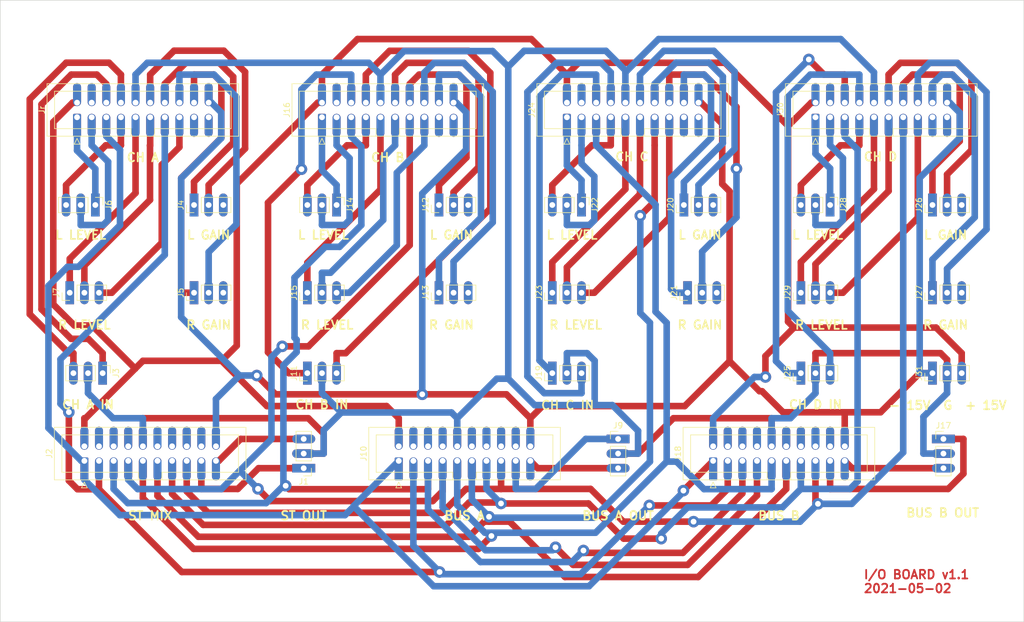
<source format=kicad_pcb>
(kicad_pcb (version 20171130) (host pcbnew "(5.1.9)-1")

  (general
    (thickness 1.6)
    (drawings 38)
    (tracks 632)
    (zones 0)
    (modules 31)
    (nets 107)
  )

  (page A4)
  (layers
    (0 F.Cu signal)
    (31 B.Cu signal)
    (32 B.Adhes user)
    (33 F.Adhes user)
    (34 B.Paste user)
    (35 F.Paste user)
    (36 B.SilkS user)
    (37 F.SilkS user)
    (38 B.Mask user)
    (39 F.Mask user)
    (40 Dwgs.User user)
    (41 Cmts.User user)
    (42 Eco1.User user)
    (43 Eco2.User user)
    (44 Edge.Cuts user)
    (45 Margin user)
    (46 B.CrtYd user)
    (47 F.CrtYd user)
    (48 B.Fab user)
    (49 F.Fab user)
  )

  (setup
    (last_trace_width 1)
    (trace_clearance 1)
    (zone_clearance 0.508)
    (zone_45_only no)
    (trace_min 0.2)
    (via_size 2)
    (via_drill 1)
    (via_min_size 0.4)
    (via_min_drill 0.3)
    (uvia_size 0.3)
    (uvia_drill 0.1)
    (uvias_allowed no)
    (uvia_min_size 0.2)
    (uvia_min_drill 0.1)
    (edge_width 0.05)
    (segment_width 0.2)
    (pcb_text_width 0.3)
    (pcb_text_size 1.5 1.5)
    (mod_edge_width 0.12)
    (mod_text_size 1 1)
    (mod_text_width 0.15)
    (pad_size 1.524 1.524)
    (pad_drill 0.762)
    (pad_to_mask_clearance 0)
    (aux_axis_origin 50.8 127)
    (grid_origin 50.8 127)
    (visible_elements 7FFFFFFF)
    (pcbplotparams
      (layerselection 0x00030_ffffffff)
      (usegerberextensions false)
      (usegerberattributes true)
      (usegerberadvancedattributes true)
      (creategerberjobfile true)
      (excludeedgelayer true)
      (linewidth 0.100000)
      (plotframeref false)
      (viasonmask false)
      (mode 1)
      (useauxorigin true)
      (hpglpennumber 1)
      (hpglpenspeed 20)
      (hpglpendiameter 15.000000)
      (psnegative false)
      (psa4output false)
      (plotreference true)
      (plotvalue true)
      (plotinvisibletext false)
      (padsonsilk false)
      (subtractmaskfromsilk false)
      (outputformat 1)
      (mirror false)
      (drillshape 0)
      (scaleselection 1)
      (outputdirectory ""))
  )

  (net 0 "")
  (net 1 /ST_L_OUT)
  (net 2 GND)
  (net 3 /ST_R_OUT)
  (net 4 /CH_A_L_OUT)
  (net 5 /CH_B_L_OUT)
  (net 6 /CH_C_L_OUT)
  (net 7 /CH_D_L_OUT)
  (net 8 /-_15V)
  (net 9 /CH_A_R_OUT)
  (net 10 /CH_B_R_OUT)
  (net 11 /CH_C_R_OUT)
  (net 12 /CH_D_R_OUT)
  (net 13 "Net-(J2-Pad12)")
  (net 14 "Net-(J2-Pad14)")
  (net 15 "Net-(J2-Pad18)")
  (net 16 /+_15V)
  (net 17 /CH_A_R_IN)
  (net 18 /CH_A_L_IN)
  (net 19 /CH_A_L_GAIN_TERM_A)
  (net 20 /CH_A_L_GAIN_WIPER)
  (net 21 "Net-(J4-Pad3)")
  (net 22 "Net-(J5-Pad3)")
  (net 23 /CH_A_R_GAIN_WIPER)
  (net 24 /CH_A_R_GAIN_TERM_A)
  (net 25 /CH_A_L_LEVEL_TERM_A)
  (net 26 /CH_A_L_LEVEL_WIPER)
  (net 27 /CH_A_LEVEL_TERM_B)
  (net 28 /CH_A_R_LEVEL_TERM_B)
  (net 29 /CH_A_R_LEVEL_WIPER)
  (net 30 /CH_A_R_LEVEL_TERM_A)
  (net 31 "Net-(J8-Pad19)")
  (net 32 /BUS_A_L_OUT)
  (net 33 /BUS_A_R_OUT)
  (net 34 "Net-(J10-Pad18)")
  (net 35 "Net-(J10-Pad14)")
  (net 36 "Net-(J10-Pad12)")
  (net 37 /CH_B_R_IN)
  (net 38 /CH_B_L_IN)
  (net 39 "Net-(J12-Pad3)")
  (net 40 /CH_B_L_GAIN_WIPER)
  (net 41 /CH_B_L_GAIN_TERM_A)
  (net 42 /CH_B_R_GAIN_TERM_A)
  (net 43 /CH_B_R_GAIN_WIPER)
  (net 44 "Net-(J13-Pad3)")
  (net 45 /CH_B_LEVEL_TERM_B)
  (net 46 /CH_B_L_LEVEL_WIPER)
  (net 47 /CH_B_L_LEVEL_TERM_A)
  (net 48 /CH_B_R_LEVEL_TERM_A)
  (net 49 /CH_B_R_LEVEL_WIPER)
  (net 50 /CH_B_R_LEVEL_TERM_B)
  (net 51 "Net-(J16-Pad19)")
  (net 52 /BUS_B_R_OUT)
  (net 53 /BUS_B_L_OUT)
  (net 54 "Net-(J18-Pad18)")
  (net 55 "Net-(J18-Pad14)")
  (net 56 "Net-(J18-Pad12)")
  (net 57 /CH_C_R_IN)
  (net 58 /CH_C_L_IN)
  (net 59 /CH_C_L_GAIN_TERM_A)
  (net 60 /CH_C_L_GAIN_WIPER)
  (net 61 "Net-(J20-Pad3)")
  (net 62 /CH_C_R_GAIN_TERM_A)
  (net 63 /CH_C_R_GAIN_WIPER)
  (net 64 "Net-(J21-Pad3)")
  (net 65 /CH_C_LEVEL_TERM_B)
  (net 66 /CH_C_L_LEVEL_WIPER)
  (net 67 /CH_C_L_LEVEL_TERM_A)
  (net 68 /CH_C_R_LEVEL_TERM_A)
  (net 69 /CH_C_R_LEVEL_WIPER)
  (net 70 /CH_C_R_LEVEL_TERM_B)
  (net 71 "Net-(J24-Pad19)")
  (net 72 /CH_D_L_IN)
  (net 73 /CH_D_R_IN)
  (net 74 "Net-(J26-Pad3)")
  (net 75 /CH_D_L_GAIN_WIPER)
  (net 76 /CH_D_L_GAIN_TERM_A)
  (net 77 /CH_D_R_GAIN_TERM_A)
  (net 78 /CH_D_R_GAIN_WIPER)
  (net 79 "Net-(J27-Pad3)")
  (net 80 /CH_D_LEVEL_TERM_B)
  (net 81 /CH_D_L_LEVEL_WIPER)
  (net 82 /CH_D_L_LEVEL_TERM_A)
  (net 83 /CH_D_R_LEVEL_TERM_A)
  (net 84 /CH_D_R_LEVEL_WIPER)
  (net 85 /CH_D_R_LEVEL_TERM_B)
  (net 86 "Net-(J30-Pad19)")
  (net 87 "Net-(J2-Pad4)")
  (net 88 "Net-(J2-Pad6)")
  (net 89 "Net-(J2-Pad8)")
  (net 90 "Net-(J2-Pad16)")
  (net 91 "Net-(J8-Pad17)")
  (net 92 "Net-(J8-Pad4)")
  (net 93 "Net-(J10-Pad16)")
  (net 94 "Net-(J10-Pad8)")
  (net 95 "Net-(J10-Pad6)")
  (net 96 "Net-(J10-Pad4)")
  (net 97 "Net-(J16-Pad17)")
  (net 98 "Net-(J16-Pad4)")
  (net 99 "Net-(J18-Pad16)")
  (net 100 "Net-(J18-Pad8)")
  (net 101 "Net-(J18-Pad6)")
  (net 102 "Net-(J18-Pad4)")
  (net 103 "Net-(J24-Pad4)")
  (net 104 "Net-(J24-Pad17)")
  (net 105 "Net-(J30-Pad17)")
  (net 106 "Net-(J30-Pad4)")

  (net_class Default "This is the default net class."
    (clearance 1)
    (trace_width 1)
    (via_dia 2)
    (via_drill 1)
    (uvia_dia 0.3)
    (uvia_drill 0.1)
    (add_net /+_15V)
    (add_net /-_15V)
    (add_net /BUS_A_L_OUT)
    (add_net /BUS_A_R_OUT)
    (add_net /BUS_B_L_OUT)
    (add_net /BUS_B_R_OUT)
    (add_net /CH_A_LEVEL_TERM_B)
    (add_net /CH_A_L_GAIN_TERM_A)
    (add_net /CH_A_L_GAIN_WIPER)
    (add_net /CH_A_L_IN)
    (add_net /CH_A_L_LEVEL_TERM_A)
    (add_net /CH_A_L_LEVEL_WIPER)
    (add_net /CH_A_L_OUT)
    (add_net /CH_A_R_GAIN_TERM_A)
    (add_net /CH_A_R_GAIN_WIPER)
    (add_net /CH_A_R_IN)
    (add_net /CH_A_R_LEVEL_TERM_A)
    (add_net /CH_A_R_LEVEL_TERM_B)
    (add_net /CH_A_R_LEVEL_WIPER)
    (add_net /CH_A_R_OUT)
    (add_net /CH_B_LEVEL_TERM_B)
    (add_net /CH_B_L_GAIN_TERM_A)
    (add_net /CH_B_L_GAIN_WIPER)
    (add_net /CH_B_L_IN)
    (add_net /CH_B_L_LEVEL_TERM_A)
    (add_net /CH_B_L_LEVEL_WIPER)
    (add_net /CH_B_L_OUT)
    (add_net /CH_B_R_GAIN_TERM_A)
    (add_net /CH_B_R_GAIN_WIPER)
    (add_net /CH_B_R_IN)
    (add_net /CH_B_R_LEVEL_TERM_A)
    (add_net /CH_B_R_LEVEL_TERM_B)
    (add_net /CH_B_R_LEVEL_WIPER)
    (add_net /CH_B_R_OUT)
    (add_net /CH_C_LEVEL_TERM_B)
    (add_net /CH_C_L_GAIN_TERM_A)
    (add_net /CH_C_L_GAIN_WIPER)
    (add_net /CH_C_L_IN)
    (add_net /CH_C_L_LEVEL_TERM_A)
    (add_net /CH_C_L_LEVEL_WIPER)
    (add_net /CH_C_L_OUT)
    (add_net /CH_C_R_GAIN_TERM_A)
    (add_net /CH_C_R_GAIN_WIPER)
    (add_net /CH_C_R_IN)
    (add_net /CH_C_R_LEVEL_TERM_A)
    (add_net /CH_C_R_LEVEL_TERM_B)
    (add_net /CH_C_R_LEVEL_WIPER)
    (add_net /CH_C_R_OUT)
    (add_net /CH_D_LEVEL_TERM_B)
    (add_net /CH_D_L_GAIN_TERM_A)
    (add_net /CH_D_L_GAIN_WIPER)
    (add_net /CH_D_L_IN)
    (add_net /CH_D_L_LEVEL_TERM_A)
    (add_net /CH_D_L_LEVEL_WIPER)
    (add_net /CH_D_L_OUT)
    (add_net /CH_D_R_GAIN_TERM_A)
    (add_net /CH_D_R_GAIN_WIPER)
    (add_net /CH_D_R_IN)
    (add_net /CH_D_R_LEVEL_TERM_A)
    (add_net /CH_D_R_LEVEL_TERM_B)
    (add_net /CH_D_R_LEVEL_WIPER)
    (add_net /CH_D_R_OUT)
    (add_net /ST_L_OUT)
    (add_net /ST_R_OUT)
    (add_net GND)
    (add_net "Net-(J10-Pad12)")
    (add_net "Net-(J10-Pad14)")
    (add_net "Net-(J10-Pad16)")
    (add_net "Net-(J10-Pad18)")
    (add_net "Net-(J10-Pad4)")
    (add_net "Net-(J10-Pad6)")
    (add_net "Net-(J10-Pad8)")
    (add_net "Net-(J12-Pad3)")
    (add_net "Net-(J13-Pad3)")
    (add_net "Net-(J16-Pad17)")
    (add_net "Net-(J16-Pad19)")
    (add_net "Net-(J16-Pad4)")
    (add_net "Net-(J18-Pad12)")
    (add_net "Net-(J18-Pad14)")
    (add_net "Net-(J18-Pad16)")
    (add_net "Net-(J18-Pad18)")
    (add_net "Net-(J18-Pad4)")
    (add_net "Net-(J18-Pad6)")
    (add_net "Net-(J18-Pad8)")
    (add_net "Net-(J2-Pad12)")
    (add_net "Net-(J2-Pad14)")
    (add_net "Net-(J2-Pad16)")
    (add_net "Net-(J2-Pad18)")
    (add_net "Net-(J2-Pad4)")
    (add_net "Net-(J2-Pad6)")
    (add_net "Net-(J2-Pad8)")
    (add_net "Net-(J20-Pad3)")
    (add_net "Net-(J21-Pad3)")
    (add_net "Net-(J24-Pad17)")
    (add_net "Net-(J24-Pad19)")
    (add_net "Net-(J24-Pad4)")
    (add_net "Net-(J26-Pad3)")
    (add_net "Net-(J27-Pad3)")
    (add_net "Net-(J30-Pad17)")
    (add_net "Net-(J30-Pad19)")
    (add_net "Net-(J30-Pad4)")
    (add_net "Net-(J4-Pad3)")
    (add_net "Net-(J5-Pad3)")
    (add_net "Net-(J8-Pad17)")
    (add_net "Net-(J8-Pad19)")
    (add_net "Net-(J8-Pad4)")
  )

  (module Connector_PinHeader_2.54mm:PinHeader_1x03_P2.54mm_Vertical (layer F.Cu) (tedit 608EEDBC) (tstamp 60826E43)
    (at 146.685 83.82 90)
    (descr "Through hole straight pin header, 1x03, 2.54mm pitch, single row")
    (tags "Through hole pin header THT 1x03 2.54mm single row")
    (path /6083A064)
    (fp_text reference J19 (at 0 -2.33 270) (layer F.SilkS)
      (effects (font (size 1 1) (thickness 0.15)))
    )
    (fp_text value "CH C IN: L G R" (at 0 7.41 270) (layer F.Fab)
      (effects (font (size 1 1) (thickness 0.15)))
    )
    (fp_line (start 1.8 -1.8) (end -1.8 -1.8) (layer F.CrtYd) (width 0.05))
    (fp_line (start 1.8 6.85) (end 1.8 -1.8) (layer F.CrtYd) (width 0.05))
    (fp_line (start -1.8 6.85) (end 1.8 6.85) (layer F.CrtYd) (width 0.05))
    (fp_line (start -1.8 -1.8) (end -1.8 6.85) (layer F.CrtYd) (width 0.05))
    (fp_line (start -1.33 -1.33) (end 0 -1.33) (layer F.SilkS) (width 0.12))
    (fp_line (start -1.33 0) (end -1.33 -1.33) (layer F.SilkS) (width 0.12))
    (fp_line (start -1.33 1.27) (end 1.33 1.27) (layer F.SilkS) (width 0.12))
    (fp_line (start 1.33 1.27) (end 1.33 6.41) (layer F.SilkS) (width 0.12))
    (fp_line (start -1.33 1.27) (end -1.33 6.41) (layer F.SilkS) (width 0.12))
    (fp_line (start -1.33 6.41) (end 1.33 6.41) (layer F.SilkS) (width 0.12))
    (fp_line (start -1.27 -0.635) (end -0.635 -1.27) (layer F.Fab) (width 0.1))
    (fp_line (start -1.27 6.35) (end -1.27 -0.635) (layer F.Fab) (width 0.1))
    (fp_line (start 1.27 6.35) (end -1.27 6.35) (layer F.Fab) (width 0.1))
    (fp_line (start 1.27 -1.27) (end 1.27 6.35) (layer F.Fab) (width 0.1))
    (fp_line (start -0.635 -1.27) (end 1.27 -1.27) (layer F.Fab) (width 0.1))
    (fp_text user %R (at 0 2.54) (layer F.Fab)
      (effects (font (size 1 1) (thickness 0.15)))
    )
    (pad 3 thru_hole oval (at 0 5.08 90) (size 4 1.5) (drill 1) (layers *.Cu *.Mask)
      (net 57 /CH_C_R_IN))
    (pad 2 thru_hole oval (at 0 2.54 90) (size 4 1.5) (drill 1) (layers *.Cu *.Mask)
      (net 2 GND))
    (pad 1 thru_hole rect (at 0 0 90) (size 4 1.5) (drill 1) (layers *.Cu *.Mask)
      (net 58 /CH_C_L_IN))
    (model ${KISYS3DMOD}/Connector_PinHeader_2.54mm.3dshapes/PinHeader_1x03_P2.54mm_Vertical.wrl
      (at (xyz 0 0 0))
      (scale (xyz 1 1 1))
      (rotate (xyz 0 0 0))
    )
  )

  (module Connector_PinHeader_2.54mm:PinHeader_1x03_P2.54mm_Vertical (layer F.Cu) (tedit 608EEDBC) (tstamp 60828817)
    (at 214.63 95.25)
    (descr "Through hole straight pin header, 1x03, 2.54mm pitch, single row")
    (tags "Through hole pin header THT 1x03 2.54mm single row")
    (path /60941592)
    (fp_text reference J17 (at 0 -2.33) (layer F.SilkS)
      (effects (font (size 1 1) (thickness 0.15)))
    )
    (fp_text value "BUS B OUT" (at 0 7.41) (layer F.Fab)
      (effects (font (size 1 1) (thickness 0.15)))
    )
    (fp_line (start 1.8 -1.8) (end -1.8 -1.8) (layer F.CrtYd) (width 0.05))
    (fp_line (start 1.8 6.85) (end 1.8 -1.8) (layer F.CrtYd) (width 0.05))
    (fp_line (start -1.8 6.85) (end 1.8 6.85) (layer F.CrtYd) (width 0.05))
    (fp_line (start -1.8 -1.8) (end -1.8 6.85) (layer F.CrtYd) (width 0.05))
    (fp_line (start -1.33 -1.33) (end 0 -1.33) (layer F.SilkS) (width 0.12))
    (fp_line (start -1.33 0) (end -1.33 -1.33) (layer F.SilkS) (width 0.12))
    (fp_line (start -1.33 1.27) (end 1.33 1.27) (layer F.SilkS) (width 0.12))
    (fp_line (start 1.33 1.27) (end 1.33 6.41) (layer F.SilkS) (width 0.12))
    (fp_line (start -1.33 1.27) (end -1.33 6.41) (layer F.SilkS) (width 0.12))
    (fp_line (start -1.33 6.41) (end 1.33 6.41) (layer F.SilkS) (width 0.12))
    (fp_line (start -1.27 -0.635) (end -0.635 -1.27) (layer F.Fab) (width 0.1))
    (fp_line (start -1.27 6.35) (end -1.27 -0.635) (layer F.Fab) (width 0.1))
    (fp_line (start 1.27 6.35) (end -1.27 6.35) (layer F.Fab) (width 0.1))
    (fp_line (start 1.27 -1.27) (end 1.27 6.35) (layer F.Fab) (width 0.1))
    (fp_line (start -0.635 -1.27) (end 1.27 -1.27) (layer F.Fab) (width 0.1))
    (fp_text user %R (at 0 2.54 90) (layer F.Fab)
      (effects (font (size 1 1) (thickness 0.15)))
    )
    (pad 3 thru_hole oval (at 0 5.08) (size 4 1.5) (drill 1) (layers *.Cu *.Mask)
      (net 52 /BUS_B_R_OUT))
    (pad 2 thru_hole oval (at 0 2.54) (size 4 1.5) (drill 1) (layers *.Cu *.Mask)
      (net 2 GND))
    (pad 1 thru_hole rect (at 0 0) (size 4 1.5) (drill 1) (layers *.Cu *.Mask)
      (net 53 /BUS_B_L_OUT))
    (model ${KISYS3DMOD}/Connector_PinHeader_2.54mm.3dshapes/PinHeader_1x03_P2.54mm_Vertical.wrl
      (at (xyz 0 0 0))
      (scale (xyz 1 1 1))
      (rotate (xyz 0 0 0))
    )
  )

  (module Connector_IDC:IDC-Header_2x10_P2.54mm_Vertical (layer F.Cu) (tedit 608EEEC9) (tstamp 60826E2C)
    (at 174.625 99.06 90)
    (descr "Through hole IDC box header, 2x10, 2.54mm pitch, DIN 41651 / IEC 60603-13, double rows, https://docs.google.com/spreadsheets/d/16SsEcesNF15N3Lb4niX7dcUr-NY5_MFPQhobNuNppn4/edit#gid=0")
    (tags "Through hole vertical IDC box header THT 2x10 2.54mm double row")
    (path /6094156D)
    (fp_text reference J18 (at 1.27 -6.1 90) (layer F.SilkS)
      (effects (font (size 1 1) (thickness 0.15)))
    )
    (fp_text value "BUS B BOARD" (at 1.27 28.96 90) (layer F.Fab)
      (effects (font (size 1 1) (thickness 0.15)))
    )
    (fp_line (start -3.18 -4.1) (end -2.18 -5.1) (layer F.Fab) (width 0.1))
    (fp_line (start -2.18 -5.1) (end 5.72 -5.1) (layer F.Fab) (width 0.1))
    (fp_line (start 5.72 -5.1) (end 5.72 27.96) (layer F.Fab) (width 0.1))
    (fp_line (start 5.72 27.96) (end -3.18 27.96) (layer F.Fab) (width 0.1))
    (fp_line (start -3.18 27.96) (end -3.18 -4.1) (layer F.Fab) (width 0.1))
    (fp_line (start -3.18 9.38) (end -1.98 9.38) (layer F.Fab) (width 0.1))
    (fp_line (start -1.98 9.38) (end -1.98 -3.91) (layer F.Fab) (width 0.1))
    (fp_line (start -1.98 -3.91) (end 4.52 -3.91) (layer F.Fab) (width 0.1))
    (fp_line (start 4.52 -3.91) (end 4.52 26.77) (layer F.Fab) (width 0.1))
    (fp_line (start 4.52 26.77) (end -1.98 26.77) (layer F.Fab) (width 0.1))
    (fp_line (start -1.98 26.77) (end -1.98 13.48) (layer F.Fab) (width 0.1))
    (fp_line (start -1.98 13.48) (end -1.98 13.48) (layer F.Fab) (width 0.1))
    (fp_line (start -1.98 13.48) (end -3.18 13.48) (layer F.Fab) (width 0.1))
    (fp_line (start -3.29 -5.21) (end 5.83 -5.21) (layer F.SilkS) (width 0.12))
    (fp_line (start 5.83 -5.21) (end 5.83 28.07) (layer F.SilkS) (width 0.12))
    (fp_line (start 5.83 28.07) (end -3.29 28.07) (layer F.SilkS) (width 0.12))
    (fp_line (start -3.29 28.07) (end -3.29 -5.21) (layer F.SilkS) (width 0.12))
    (fp_line (start -3.29 9.38) (end -1.98 9.38) (layer F.SilkS) (width 0.12))
    (fp_line (start -1.98 9.38) (end -1.98 -3.91) (layer F.SilkS) (width 0.12))
    (fp_line (start -1.98 -3.91) (end 4.52 -3.91) (layer F.SilkS) (width 0.12))
    (fp_line (start 4.52 -3.91) (end 4.52 26.77) (layer F.SilkS) (width 0.12))
    (fp_line (start 4.52 26.77) (end -1.98 26.77) (layer F.SilkS) (width 0.12))
    (fp_line (start -1.98 26.77) (end -1.98 13.48) (layer F.SilkS) (width 0.12))
    (fp_line (start -1.98 13.48) (end -1.98 13.48) (layer F.SilkS) (width 0.12))
    (fp_line (start -1.98 13.48) (end -3.29 13.48) (layer F.SilkS) (width 0.12))
    (fp_line (start -3.68 0) (end -4.68 -0.5) (layer F.SilkS) (width 0.12))
    (fp_line (start -4.68 -0.5) (end -4.68 0.5) (layer F.SilkS) (width 0.12))
    (fp_line (start -4.68 0.5) (end -3.68 0) (layer F.SilkS) (width 0.12))
    (fp_line (start -3.68 -5.6) (end -3.68 28.46) (layer F.CrtYd) (width 0.05))
    (fp_line (start -3.68 28.46) (end 6.22 28.46) (layer F.CrtYd) (width 0.05))
    (fp_line (start 6.22 28.46) (end 6.22 -5.6) (layer F.CrtYd) (width 0.05))
    (fp_line (start 6.22 -5.6) (end -3.68 -5.6) (layer F.CrtYd) (width 0.05))
    (fp_text user %R (at 1.27 11.43) (layer F.Fab)
      (effects (font (size 1 1) (thickness 0.15)))
    )
    (pad 20 thru_hole oval (at 2.54 22.86 90) (size 4 1.4) (drill 1 (offset 1.4 0)) (layers *.Cu *.Mask)
      (net 8 /-_15V))
    (pad 18 thru_hole oval (at 2.54 20.32 90) (size 4 1.4) (drill 1 (offset 1.4 0)) (layers *.Cu *.Mask)
      (net 54 "Net-(J18-Pad18)"))
    (pad 16 thru_hole oval (at 2.54 17.78 90) (size 4 1.4) (drill 1 (offset 1.4 0)) (layers *.Cu *.Mask)
      (net 99 "Net-(J18-Pad16)"))
    (pad 14 thru_hole oval (at 2.54 15.24 90) (size 4 1.4) (drill 1 (offset 1.4 0)) (layers *.Cu *.Mask)
      (net 55 "Net-(J18-Pad14)"))
    (pad 12 thru_hole oval (at 2.54 12.7 90) (size 4 1.4) (drill 1 (offset 1.4 0)) (layers *.Cu *.Mask)
      (net 56 "Net-(J18-Pad12)"))
    (pad 10 thru_hole oval (at 2.54 10.16 90) (size 4 1.4) (drill 1 (offset 1.4 0)) (layers *.Cu *.Mask)
      (net 2 GND))
    (pad 8 thru_hole oval (at 2.54 7.62 90) (size 4 1.4) (drill 1 (offset 1.4 0)) (layers *.Cu *.Mask)
      (net 100 "Net-(J18-Pad8)"))
    (pad 6 thru_hole oval (at 2.54 5.08 90) (size 4 1.4) (drill 1 (offset 1.4 0)) (layers *.Cu *.Mask)
      (net 101 "Net-(J18-Pad6)"))
    (pad 4 thru_hole oval (at 2.54 2.54 90) (size 4 1.4) (drill 1 (offset 1.4 0)) (layers *.Cu *.Mask)
      (net 102 "Net-(J18-Pad4)"))
    (pad 2 thru_hole oval (at 2.54 0 90) (size 4 1.4) (drill 1 (offset 1.4 0)) (layers *.Cu *.Mask)
      (net 16 /+_15V))
    (pad 19 thru_hole oval (at 0 22.86 90) (size 4 1.4) (drill 1 (offset -1.4 0)) (layers *.Cu *.Mask)
      (net 52 /BUS_B_R_OUT))
    (pad 17 thru_hole oval (at 0 20.32 90) (size 4 1.4) (drill 1 (offset -1.4 0)) (layers *.Cu *.Mask)
      (net 53 /BUS_B_L_OUT))
    (pad 15 thru_hole oval (at 0 17.78 90) (size 4 1.4) (drill 1 (offset -1.4 0)) (layers *.Cu *.Mask)
      (net 12 /CH_D_R_OUT))
    (pad 13 thru_hole oval (at 0 15.24 90) (size 4 1.4) (drill 1 (offset -1.4 0)) (layers *.Cu *.Mask)
      (net 7 /CH_D_L_OUT))
    (pad 11 thru_hole oval (at 0 12.7 90) (size 4 1.4) (drill 1 (offset -1.4 0)) (layers *.Cu *.Mask)
      (net 11 /CH_C_R_OUT))
    (pad 9 thru_hole oval (at 0 10.16 90) (size 4 1.4) (drill 1 (offset -1.4 0)) (layers *.Cu *.Mask)
      (net 6 /CH_C_L_OUT))
    (pad 7 thru_hole oval (at 0 7.62 90) (size 4 1.4) (drill 1 (offset -1.4 0)) (layers *.Cu *.Mask)
      (net 10 /CH_B_R_OUT))
    (pad 5 thru_hole oval (at 0 5.08 90) (size 4 1.4) (drill 1 (offset -1.4 0)) (layers *.Cu *.Mask)
      (net 5 /CH_B_L_OUT))
    (pad 3 thru_hole oval (at 0 2.54 90) (size 4 1.4) (drill 1 (offset -1.4 0)) (layers *.Cu *.Mask)
      (net 9 /CH_A_R_OUT))
    (pad 1 thru_hole roundrect (at 0 0 90) (size 4 1.4) (drill 1 (offset -1.4 0)) (layers *.Cu *.Mask) (roundrect_rratio 0.147)
      (net 4 /CH_A_L_OUT))
    (model ${KISYS3DMOD}/Connector_IDC.3dshapes/IDC-Header_2x10_P2.54mm_Vertical.wrl
      (at (xyz 0 0 0))
      (scale (xyz 1 1 1))
      (rotate (xyz 0 0 0))
    )
  )

  (module Connector_PinHeader_2.54mm:PinHeader_1x03_P2.54mm_Vertical (layer F.Cu) (tedit 608EEDBC) (tstamp 6083A4E4)
    (at 104.14 69.85 90)
    (descr "Through hole straight pin header, 1x03, 2.54mm pitch, single row")
    (tags "Through hole pin header THT 1x03 2.54mm single row")
    (path /608344BE)
    (fp_text reference J15 (at 0 -2.33 90) (layer F.SilkS)
      (effects (font (size 1 1) (thickness 0.15)))
    )
    (fp_text value "CH B R Level: A W B" (at 0 7.41 90) (layer F.Fab)
      (effects (font (size 1 1) (thickness 0.15)))
    )
    (fp_line (start 1.8 -1.8) (end -1.8 -1.8) (layer F.CrtYd) (width 0.05))
    (fp_line (start 1.8 6.85) (end 1.8 -1.8) (layer F.CrtYd) (width 0.05))
    (fp_line (start -1.8 6.85) (end 1.8 6.85) (layer F.CrtYd) (width 0.05))
    (fp_line (start -1.8 -1.8) (end -1.8 6.85) (layer F.CrtYd) (width 0.05))
    (fp_line (start -1.33 -1.33) (end 0 -1.33) (layer F.SilkS) (width 0.12))
    (fp_line (start -1.33 0) (end -1.33 -1.33) (layer F.SilkS) (width 0.12))
    (fp_line (start -1.33 1.27) (end 1.33 1.27) (layer F.SilkS) (width 0.12))
    (fp_line (start 1.33 1.27) (end 1.33 6.41) (layer F.SilkS) (width 0.12))
    (fp_line (start -1.33 1.27) (end -1.33 6.41) (layer F.SilkS) (width 0.12))
    (fp_line (start -1.33 6.41) (end 1.33 6.41) (layer F.SilkS) (width 0.12))
    (fp_line (start -1.27 -0.635) (end -0.635 -1.27) (layer F.Fab) (width 0.1))
    (fp_line (start -1.27 6.35) (end -1.27 -0.635) (layer F.Fab) (width 0.1))
    (fp_line (start 1.27 6.35) (end -1.27 6.35) (layer F.Fab) (width 0.1))
    (fp_line (start 1.27 -1.27) (end 1.27 6.35) (layer F.Fab) (width 0.1))
    (fp_line (start -0.635 -1.27) (end 1.27 -1.27) (layer F.Fab) (width 0.1))
    (fp_text user %R (at 0 2.54) (layer F.Fab)
      (effects (font (size 1 1) (thickness 0.15)))
    )
    (pad 3 thru_hole oval (at 0 5.08 90) (size 4 1.5) (drill 1) (layers *.Cu *.Mask)
      (net 50 /CH_B_R_LEVEL_TERM_B))
    (pad 2 thru_hole oval (at 0 2.54 90) (size 4 1.5) (drill 1) (layers *.Cu *.Mask)
      (net 49 /CH_B_R_LEVEL_WIPER))
    (pad 1 thru_hole rect (at 0 0 90) (size 4 1.5) (drill 1) (layers *.Cu *.Mask)
      (net 48 /CH_B_R_LEVEL_TERM_A))
    (model ${KISYS3DMOD}/Connector_PinHeader_2.54mm.3dshapes/PinHeader_1x03_P2.54mm_Vertical.wrl
      (at (xyz 0 0 0))
      (scale (xyz 1 1 1))
      (rotate (xyz 0 0 0))
    )
  )

  (module Connector_PinHeader_2.54mm:PinHeader_1x03_P2.54mm_Vertical (layer F.Cu) (tedit 608EEDBC) (tstamp 6083A568)
    (at 127 69.85 90)
    (descr "Through hole straight pin header, 1x03, 2.54mm pitch, single row")
    (tags "Through hole pin header THT 1x03 2.54mm single row")
    (path /608344B2)
    (fp_text reference J13 (at 0 -2.33 90) (layer F.SilkS)
      (effects (font (size 1 1) (thickness 0.15)))
    )
    (fp_text value "CH B R GAIN: TWX" (at 0 7.41 90) (layer F.Fab)
      (effects (font (size 1 1) (thickness 0.15)))
    )
    (fp_line (start 1.8 -1.8) (end -1.8 -1.8) (layer F.CrtYd) (width 0.05))
    (fp_line (start 1.8 6.85) (end 1.8 -1.8) (layer F.CrtYd) (width 0.05))
    (fp_line (start -1.8 6.85) (end 1.8 6.85) (layer F.CrtYd) (width 0.05))
    (fp_line (start -1.8 -1.8) (end -1.8 6.85) (layer F.CrtYd) (width 0.05))
    (fp_line (start -1.33 -1.33) (end 0 -1.33) (layer F.SilkS) (width 0.12))
    (fp_line (start -1.33 0) (end -1.33 -1.33) (layer F.SilkS) (width 0.12))
    (fp_line (start -1.33 1.27) (end 1.33 1.27) (layer F.SilkS) (width 0.12))
    (fp_line (start 1.33 1.27) (end 1.33 6.41) (layer F.SilkS) (width 0.12))
    (fp_line (start -1.33 1.27) (end -1.33 6.41) (layer F.SilkS) (width 0.12))
    (fp_line (start -1.33 6.41) (end 1.33 6.41) (layer F.SilkS) (width 0.12))
    (fp_line (start -1.27 -0.635) (end -0.635 -1.27) (layer F.Fab) (width 0.1))
    (fp_line (start -1.27 6.35) (end -1.27 -0.635) (layer F.Fab) (width 0.1))
    (fp_line (start 1.27 6.35) (end -1.27 6.35) (layer F.Fab) (width 0.1))
    (fp_line (start 1.27 -1.27) (end 1.27 6.35) (layer F.Fab) (width 0.1))
    (fp_line (start -0.635 -1.27) (end 1.27 -1.27) (layer F.Fab) (width 0.1))
    (fp_text user %R (at 0 2.54) (layer F.Fab)
      (effects (font (size 1 1) (thickness 0.15)))
    )
    (pad 3 thru_hole oval (at 0 5.08 90) (size 4 1.5) (drill 1) (layers *.Cu *.Mask)
      (net 44 "Net-(J13-Pad3)"))
    (pad 2 thru_hole oval (at 0 2.54 90) (size 4 1.5) (drill 1) (layers *.Cu *.Mask)
      (net 43 /CH_B_R_GAIN_WIPER))
    (pad 1 thru_hole rect (at 0 0 90) (size 4 1.5) (drill 1) (layers *.Cu *.Mask)
      (net 42 /CH_B_R_GAIN_TERM_A))
    (model ${KISYS3DMOD}/Connector_PinHeader_2.54mm.3dshapes/PinHeader_1x03_P2.54mm_Vertical.wrl
      (at (xyz 0 0 0))
      (scale (xyz 1 1 1))
      (rotate (xyz 0 0 0))
    )
  )

  (module Connector_PinHeader_2.54mm:PinHeader_1x03_P2.54mm_Vertical (layer F.Cu) (tedit 608EEDBC) (tstamp 6083A526)
    (at 109.22 54.61 270)
    (descr "Through hole straight pin header, 1x03, 2.54mm pitch, single row")
    (tags "Through hole pin header THT 1x03 2.54mm single row")
    (path /608344B8)
    (fp_text reference J14 (at 0 -2.33 90) (layer F.SilkS)
      (effects (font (size 1 1) (thickness 0.15)))
    )
    (fp_text value "CH B L Level: A W B" (at 0 7.41 90) (layer F.Fab)
      (effects (font (size 1 1) (thickness 0.15)))
    )
    (fp_line (start 1.8 -1.8) (end -1.8 -1.8) (layer F.CrtYd) (width 0.05))
    (fp_line (start 1.8 6.85) (end 1.8 -1.8) (layer F.CrtYd) (width 0.05))
    (fp_line (start -1.8 6.85) (end 1.8 6.85) (layer F.CrtYd) (width 0.05))
    (fp_line (start -1.8 -1.8) (end -1.8 6.85) (layer F.CrtYd) (width 0.05))
    (fp_line (start -1.33 -1.33) (end 0 -1.33) (layer F.SilkS) (width 0.12))
    (fp_line (start -1.33 0) (end -1.33 -1.33) (layer F.SilkS) (width 0.12))
    (fp_line (start -1.33 1.27) (end 1.33 1.27) (layer F.SilkS) (width 0.12))
    (fp_line (start 1.33 1.27) (end 1.33 6.41) (layer F.SilkS) (width 0.12))
    (fp_line (start -1.33 1.27) (end -1.33 6.41) (layer F.SilkS) (width 0.12))
    (fp_line (start -1.33 6.41) (end 1.33 6.41) (layer F.SilkS) (width 0.12))
    (fp_line (start -1.27 -0.635) (end -0.635 -1.27) (layer F.Fab) (width 0.1))
    (fp_line (start -1.27 6.35) (end -1.27 -0.635) (layer F.Fab) (width 0.1))
    (fp_line (start 1.27 6.35) (end -1.27 6.35) (layer F.Fab) (width 0.1))
    (fp_line (start 1.27 -1.27) (end 1.27 6.35) (layer F.Fab) (width 0.1))
    (fp_line (start -0.635 -1.27) (end 1.27 -1.27) (layer F.Fab) (width 0.1))
    (fp_text user %R (at 0 2.54) (layer F.Fab)
      (effects (font (size 1 1) (thickness 0.15)))
    )
    (pad 3 thru_hole oval (at 0 5.08 270) (size 4 1.5) (drill 1) (layers *.Cu *.Mask)
      (net 45 /CH_B_LEVEL_TERM_B))
    (pad 2 thru_hole oval (at 0 2.54 270) (size 4 1.5) (drill 1) (layers *.Cu *.Mask)
      (net 46 /CH_B_L_LEVEL_WIPER))
    (pad 1 thru_hole rect (at 0 0 270) (size 4 1.5) (drill 1) (layers *.Cu *.Mask)
      (net 47 /CH_B_L_LEVEL_TERM_A))
    (model ${KISYS3DMOD}/Connector_PinHeader_2.54mm.3dshapes/PinHeader_1x03_P2.54mm_Vertical.wrl
      (at (xyz 0 0 0))
      (scale (xyz 1 1 1))
      (rotate (xyz 0 0 0))
    )
  )

  (module Connector_PinHeader_2.54mm:PinHeader_1x03_P2.54mm_Vertical (layer F.Cu) (tedit 608EEDBC) (tstamp 6083A5AA)
    (at 127 54.61 90)
    (descr "Through hole straight pin header, 1x03, 2.54mm pitch, single row")
    (tags "Through hole pin header THT 1x03 2.54mm single row")
    (path /608344AC)
    (fp_text reference J12 (at 0 -2.33 90) (layer F.SilkS)
      (effects (font (size 1 1) (thickness 0.15)))
    )
    (fp_text value "CH B L GAIN: TWX" (at 0 7.41 90) (layer F.Fab)
      (effects (font (size 1 1) (thickness 0.15)))
    )
    (fp_line (start 1.8 -1.8) (end -1.8 -1.8) (layer F.CrtYd) (width 0.05))
    (fp_line (start 1.8 6.85) (end 1.8 -1.8) (layer F.CrtYd) (width 0.05))
    (fp_line (start -1.8 6.85) (end 1.8 6.85) (layer F.CrtYd) (width 0.05))
    (fp_line (start -1.8 -1.8) (end -1.8 6.85) (layer F.CrtYd) (width 0.05))
    (fp_line (start -1.33 -1.33) (end 0 -1.33) (layer F.SilkS) (width 0.12))
    (fp_line (start -1.33 0) (end -1.33 -1.33) (layer F.SilkS) (width 0.12))
    (fp_line (start -1.33 1.27) (end 1.33 1.27) (layer F.SilkS) (width 0.12))
    (fp_line (start 1.33 1.27) (end 1.33 6.41) (layer F.SilkS) (width 0.12))
    (fp_line (start -1.33 1.27) (end -1.33 6.41) (layer F.SilkS) (width 0.12))
    (fp_line (start -1.33 6.41) (end 1.33 6.41) (layer F.SilkS) (width 0.12))
    (fp_line (start -1.27 -0.635) (end -0.635 -1.27) (layer F.Fab) (width 0.1))
    (fp_line (start -1.27 6.35) (end -1.27 -0.635) (layer F.Fab) (width 0.1))
    (fp_line (start 1.27 6.35) (end -1.27 6.35) (layer F.Fab) (width 0.1))
    (fp_line (start 1.27 -1.27) (end 1.27 6.35) (layer F.Fab) (width 0.1))
    (fp_line (start -0.635 -1.27) (end 1.27 -1.27) (layer F.Fab) (width 0.1))
    (fp_text user %R (at 0 2.54) (layer F.Fab)
      (effects (font (size 1 1) (thickness 0.15)))
    )
    (pad 3 thru_hole oval (at 0 5.08 90) (size 4 1.5) (drill 1) (layers *.Cu *.Mask)
      (net 39 "Net-(J12-Pad3)"))
    (pad 2 thru_hole oval (at 0 2.54 90) (size 4 1.5) (drill 1) (layers *.Cu *.Mask)
      (net 40 /CH_B_L_GAIN_WIPER))
    (pad 1 thru_hole rect (at 0 0 90) (size 4 1.5) (drill 1) (layers *.Cu *.Mask)
      (net 41 /CH_B_L_GAIN_TERM_A))
    (model ${KISYS3DMOD}/Connector_PinHeader_2.54mm.3dshapes/PinHeader_1x03_P2.54mm_Vertical.wrl
      (at (xyz 0 0 0))
      (scale (xyz 1 1 1))
      (rotate (xyz 0 0 0))
    )
  )

  (module Connector_PinHeader_2.54mm:PinHeader_1x03_P2.54mm_Vertical (layer F.Cu) (tedit 608EEDBC) (tstamp 6083A5EC)
    (at 104.14 83.82 90)
    (descr "Through hole straight pin header, 1x03, 2.54mm pitch, single row")
    (tags "Through hole pin header THT 1x03 2.54mm single row")
    (path /608344DB)
    (fp_text reference J11 (at 0 -2.33 90) (layer F.SilkS)
      (effects (font (size 1 1) (thickness 0.15)))
    )
    (fp_text value "CH B IN: L G R" (at 0 7.41 90) (layer F.Fab)
      (effects (font (size 1 1) (thickness 0.15)))
    )
    (fp_line (start 1.8 -1.8) (end -1.8 -1.8) (layer F.CrtYd) (width 0.05))
    (fp_line (start 1.8 6.85) (end 1.8 -1.8) (layer F.CrtYd) (width 0.05))
    (fp_line (start -1.8 6.85) (end 1.8 6.85) (layer F.CrtYd) (width 0.05))
    (fp_line (start -1.8 -1.8) (end -1.8 6.85) (layer F.CrtYd) (width 0.05))
    (fp_line (start -1.33 -1.33) (end 0 -1.33) (layer F.SilkS) (width 0.12))
    (fp_line (start -1.33 0) (end -1.33 -1.33) (layer F.SilkS) (width 0.12))
    (fp_line (start -1.33 1.27) (end 1.33 1.27) (layer F.SilkS) (width 0.12))
    (fp_line (start 1.33 1.27) (end 1.33 6.41) (layer F.SilkS) (width 0.12))
    (fp_line (start -1.33 1.27) (end -1.33 6.41) (layer F.SilkS) (width 0.12))
    (fp_line (start -1.33 6.41) (end 1.33 6.41) (layer F.SilkS) (width 0.12))
    (fp_line (start -1.27 -0.635) (end -0.635 -1.27) (layer F.Fab) (width 0.1))
    (fp_line (start -1.27 6.35) (end -1.27 -0.635) (layer F.Fab) (width 0.1))
    (fp_line (start 1.27 6.35) (end -1.27 6.35) (layer F.Fab) (width 0.1))
    (fp_line (start 1.27 -1.27) (end 1.27 6.35) (layer F.Fab) (width 0.1))
    (fp_line (start -0.635 -1.27) (end 1.27 -1.27) (layer F.Fab) (width 0.1))
    (fp_text user %R (at 0 2.54) (layer F.Fab)
      (effects (font (size 1 1) (thickness 0.15)))
    )
    (pad 3 thru_hole oval (at 0 5.08 90) (size 4 1.5) (drill 1) (layers *.Cu *.Mask)
      (net 37 /CH_B_R_IN))
    (pad 2 thru_hole oval (at 0 2.54 90) (size 4 1.5) (drill 1) (layers *.Cu *.Mask)
      (net 2 GND))
    (pad 1 thru_hole rect (at 0 0 90) (size 4 1.5) (drill 1) (layers *.Cu *.Mask)
      (net 38 /CH_B_L_IN))
    (model ${KISYS3DMOD}/Connector_PinHeader_2.54mm.3dshapes/PinHeader_1x03_P2.54mm_Vertical.wrl
      (at (xyz 0 0 0))
      (scale (xyz 1 1 1))
      (rotate (xyz 0 0 0))
    )
  )

  (module Connector_PinHeader_2.54mm:PinHeader_1x03_P2.54mm_Vertical (layer F.Cu) (tedit 608EEDBC) (tstamp 60826CF7)
    (at 158.115 95.25)
    (descr "Through hole straight pin header, 1x03, 2.54mm pitch, single row")
    (tags "Through hole pin header THT 1x03 2.54mm single row")
    (path /6093193D)
    (fp_text reference J9 (at 0 -2.33) (layer F.SilkS)
      (effects (font (size 1 1) (thickness 0.15)))
    )
    (fp_text value "BUS A OUT" (at 0 7.41) (layer F.Fab)
      (effects (font (size 1 1) (thickness 0.15)))
    )
    (fp_line (start 1.8 -1.8) (end -1.8 -1.8) (layer F.CrtYd) (width 0.05))
    (fp_line (start 1.8 6.85) (end 1.8 -1.8) (layer F.CrtYd) (width 0.05))
    (fp_line (start -1.8 6.85) (end 1.8 6.85) (layer F.CrtYd) (width 0.05))
    (fp_line (start -1.8 -1.8) (end -1.8 6.85) (layer F.CrtYd) (width 0.05))
    (fp_line (start -1.33 -1.33) (end 0 -1.33) (layer F.SilkS) (width 0.12))
    (fp_line (start -1.33 0) (end -1.33 -1.33) (layer F.SilkS) (width 0.12))
    (fp_line (start -1.33 1.27) (end 1.33 1.27) (layer F.SilkS) (width 0.12))
    (fp_line (start 1.33 1.27) (end 1.33 6.41) (layer F.SilkS) (width 0.12))
    (fp_line (start -1.33 1.27) (end -1.33 6.41) (layer F.SilkS) (width 0.12))
    (fp_line (start -1.33 6.41) (end 1.33 6.41) (layer F.SilkS) (width 0.12))
    (fp_line (start -1.27 -0.635) (end -0.635 -1.27) (layer F.Fab) (width 0.1))
    (fp_line (start -1.27 6.35) (end -1.27 -0.635) (layer F.Fab) (width 0.1))
    (fp_line (start 1.27 6.35) (end -1.27 6.35) (layer F.Fab) (width 0.1))
    (fp_line (start 1.27 -1.27) (end 1.27 6.35) (layer F.Fab) (width 0.1))
    (fp_line (start -0.635 -1.27) (end 1.27 -1.27) (layer F.Fab) (width 0.1))
    (fp_text user %R (at 0 2.54 90) (layer F.Fab)
      (effects (font (size 1 1) (thickness 0.15)))
    )
    (pad 3 thru_hole oval (at 0 5.08) (size 4 1.5) (drill 1) (layers *.Cu *.Mask)
      (net 33 /BUS_A_R_OUT))
    (pad 2 thru_hole oval (at 0 2.54) (size 4 1.5) (drill 1) (layers *.Cu *.Mask)
      (net 2 GND))
    (pad 1 thru_hole rect (at 0 0) (size 4 1.5) (drill 1) (layers *.Cu *.Mask)
      (net 32 /BUS_A_L_OUT))
    (model ${KISYS3DMOD}/Connector_PinHeader_2.54mm.3dshapes/PinHeader_1x03_P2.54mm_Vertical.wrl
      (at (xyz 0 0 0))
      (scale (xyz 1 1 1))
      (rotate (xyz 0 0 0))
    )
  )

  (module Connector_IDC:IDC-Header_2x10_P2.54mm_Vertical (layer F.Cu) (tedit 608EEEC9) (tstamp 60826D30)
    (at 120.015 99.06 90)
    (descr "Through hole IDC box header, 2x10, 2.54mm pitch, DIN 41651 / IEC 60603-13, double rows, https://docs.google.com/spreadsheets/d/16SsEcesNF15N3Lb4niX7dcUr-NY5_MFPQhobNuNppn4/edit#gid=0")
    (tags "Through hole vertical IDC box header THT 2x10 2.54mm double row")
    (path /60924B91)
    (fp_text reference J10 (at 1.27 -6.1 90) (layer F.SilkS)
      (effects (font (size 1 1) (thickness 0.15)))
    )
    (fp_text value "BUS A BOARD" (at 1.27 28.96 90) (layer F.Fab)
      (effects (font (size 1 1) (thickness 0.15)))
    )
    (fp_line (start -3.18 -4.1) (end -2.18 -5.1) (layer F.Fab) (width 0.1))
    (fp_line (start -2.18 -5.1) (end 5.72 -5.1) (layer F.Fab) (width 0.1))
    (fp_line (start 5.72 -5.1) (end 5.72 27.96) (layer F.Fab) (width 0.1))
    (fp_line (start 5.72 27.96) (end -3.18 27.96) (layer F.Fab) (width 0.1))
    (fp_line (start -3.18 27.96) (end -3.18 -4.1) (layer F.Fab) (width 0.1))
    (fp_line (start -3.18 9.38) (end -1.98 9.38) (layer F.Fab) (width 0.1))
    (fp_line (start -1.98 9.38) (end -1.98 -3.91) (layer F.Fab) (width 0.1))
    (fp_line (start -1.98 -3.91) (end 4.52 -3.91) (layer F.Fab) (width 0.1))
    (fp_line (start 4.52 -3.91) (end 4.52 26.77) (layer F.Fab) (width 0.1))
    (fp_line (start 4.52 26.77) (end -1.98 26.77) (layer F.Fab) (width 0.1))
    (fp_line (start -1.98 26.77) (end -1.98 13.48) (layer F.Fab) (width 0.1))
    (fp_line (start -1.98 13.48) (end -1.98 13.48) (layer F.Fab) (width 0.1))
    (fp_line (start -1.98 13.48) (end -3.18 13.48) (layer F.Fab) (width 0.1))
    (fp_line (start -3.29 -5.21) (end 5.83 -5.21) (layer F.SilkS) (width 0.12))
    (fp_line (start 5.83 -5.21) (end 5.83 28.07) (layer F.SilkS) (width 0.12))
    (fp_line (start 5.83 28.07) (end -3.29 28.07) (layer F.SilkS) (width 0.12))
    (fp_line (start -3.29 28.07) (end -3.29 -5.21) (layer F.SilkS) (width 0.12))
    (fp_line (start -3.29 9.38) (end -1.98 9.38) (layer F.SilkS) (width 0.12))
    (fp_line (start -1.98 9.38) (end -1.98 -3.91) (layer F.SilkS) (width 0.12))
    (fp_line (start -1.98 -3.91) (end 4.52 -3.91) (layer F.SilkS) (width 0.12))
    (fp_line (start 4.52 -3.91) (end 4.52 26.77) (layer F.SilkS) (width 0.12))
    (fp_line (start 4.52 26.77) (end -1.98 26.77) (layer F.SilkS) (width 0.12))
    (fp_line (start -1.98 26.77) (end -1.98 13.48) (layer F.SilkS) (width 0.12))
    (fp_line (start -1.98 13.48) (end -1.98 13.48) (layer F.SilkS) (width 0.12))
    (fp_line (start -1.98 13.48) (end -3.29 13.48) (layer F.SilkS) (width 0.12))
    (fp_line (start -3.68 0) (end -4.68 -0.5) (layer F.SilkS) (width 0.12))
    (fp_line (start -4.68 -0.5) (end -4.68 0.5) (layer F.SilkS) (width 0.12))
    (fp_line (start -4.68 0.5) (end -3.68 0) (layer F.SilkS) (width 0.12))
    (fp_line (start -3.68 -5.6) (end -3.68 28.46) (layer F.CrtYd) (width 0.05))
    (fp_line (start -3.68 28.46) (end 6.22 28.46) (layer F.CrtYd) (width 0.05))
    (fp_line (start 6.22 28.46) (end 6.22 -5.6) (layer F.CrtYd) (width 0.05))
    (fp_line (start 6.22 -5.6) (end -3.68 -5.6) (layer F.CrtYd) (width 0.05))
    (fp_text user %R (at 1.27 11.43) (layer F.Fab)
      (effects (font (size 1 1) (thickness 0.15)))
    )
    (pad 20 thru_hole oval (at 2.54 22.86 90) (size 4 1.4) (drill 1 (offset 1.4 0)) (layers *.Cu *.Mask)
      (net 8 /-_15V))
    (pad 18 thru_hole oval (at 2.54 20.32 90) (size 4 1.4) (drill 1 (offset 1.4 0)) (layers *.Cu *.Mask)
      (net 34 "Net-(J10-Pad18)"))
    (pad 16 thru_hole oval (at 2.54 17.78 90) (size 4 1.4) (drill 1 (offset 1.4 0)) (layers *.Cu *.Mask)
      (net 93 "Net-(J10-Pad16)"))
    (pad 14 thru_hole oval (at 2.54 15.24 90) (size 4 1.4) (drill 1 (offset 1.4 0)) (layers *.Cu *.Mask)
      (net 35 "Net-(J10-Pad14)"))
    (pad 12 thru_hole oval (at 2.54 12.7 90) (size 4 1.4) (drill 1 (offset 1.4 0)) (layers *.Cu *.Mask)
      (net 36 "Net-(J10-Pad12)"))
    (pad 10 thru_hole oval (at 2.54 10.16 90) (size 4 1.4) (drill 1 (offset 1.4 0)) (layers *.Cu *.Mask)
      (net 2 GND))
    (pad 8 thru_hole oval (at 2.54 7.62 90) (size 4 1.4) (drill 1 (offset 1.4 0)) (layers *.Cu *.Mask)
      (net 94 "Net-(J10-Pad8)"))
    (pad 6 thru_hole oval (at 2.54 5.08 90) (size 4 1.4) (drill 1 (offset 1.4 0)) (layers *.Cu *.Mask)
      (net 95 "Net-(J10-Pad6)"))
    (pad 4 thru_hole oval (at 2.54 2.54 90) (size 4 1.4) (drill 1 (offset 1.4 0)) (layers *.Cu *.Mask)
      (net 96 "Net-(J10-Pad4)"))
    (pad 2 thru_hole oval (at 2.54 0 90) (size 4 1.4) (drill 1 (offset 1.4 0)) (layers *.Cu *.Mask)
      (net 16 /+_15V))
    (pad 19 thru_hole oval (at 0 22.86 90) (size 4 1.4) (drill 1 (offset -1.4 0)) (layers *.Cu *.Mask)
      (net 33 /BUS_A_R_OUT))
    (pad 17 thru_hole oval (at 0 20.32 90) (size 4 1.4) (drill 1 (offset -1.4 0)) (layers *.Cu *.Mask)
      (net 32 /BUS_A_L_OUT))
    (pad 15 thru_hole oval (at 0 17.78 90) (size 4 1.4) (drill 1 (offset -1.4 0)) (layers *.Cu *.Mask)
      (net 12 /CH_D_R_OUT))
    (pad 13 thru_hole oval (at 0 15.24 90) (size 4 1.4) (drill 1 (offset -1.4 0)) (layers *.Cu *.Mask)
      (net 7 /CH_D_L_OUT))
    (pad 11 thru_hole oval (at 0 12.7 90) (size 4 1.4) (drill 1 (offset -1.4 0)) (layers *.Cu *.Mask)
      (net 11 /CH_C_R_OUT))
    (pad 9 thru_hole oval (at 0 10.16 90) (size 4 1.4) (drill 1 (offset -1.4 0)) (layers *.Cu *.Mask)
      (net 6 /CH_C_L_OUT))
    (pad 7 thru_hole oval (at 0 7.62 90) (size 4 1.4) (drill 1 (offset -1.4 0)) (layers *.Cu *.Mask)
      (net 10 /CH_B_R_OUT))
    (pad 5 thru_hole oval (at 0 5.08 90) (size 4 1.4) (drill 1 (offset -1.4 0)) (layers *.Cu *.Mask)
      (net 5 /CH_B_L_OUT))
    (pad 3 thru_hole oval (at 0 2.54 90) (size 4 1.4) (drill 1 (offset -1.4 0)) (layers *.Cu *.Mask)
      (net 9 /CH_A_R_OUT))
    (pad 1 thru_hole roundrect (at 0 0 90) (size 4 1.4) (drill 1 (offset -1.4 0)) (layers *.Cu *.Mask) (roundrect_rratio 0.147)
      (net 4 /CH_A_L_OUT))
    (model ${KISYS3DMOD}/Connector_IDC.3dshapes/IDC-Header_2x10_P2.54mm_Vertical.wrl
      (at (xyz 0 0 0))
      (scale (xyz 1 1 1))
      (rotate (xyz 0 0 0))
    )
  )

  (module Connector_PinHeader_2.54mm:PinHeader_1x03_P2.54mm_Vertical (layer F.Cu) (tedit 608EEDBC) (tstamp 608EF0BB)
    (at 62.865 69.85 90)
    (descr "Through hole straight pin header, 1x03, 2.54mm pitch, single row")
    (tags "Through hole pin header THT 1x03 2.54mm single row")
    (path /6082B5CA)
    (fp_text reference J7 (at 0 -2.33 90) (layer F.SilkS)
      (effects (font (size 1 1) (thickness 0.15)))
    )
    (fp_text value "CH A R Level: A W B" (at 0 7.41 90) (layer F.Fab)
      (effects (font (size 1 1) (thickness 0.15)))
    )
    (fp_line (start 1.8 -1.8) (end -1.8 -1.8) (layer F.CrtYd) (width 0.05))
    (fp_line (start 1.8 6.85) (end 1.8 -1.8) (layer F.CrtYd) (width 0.05))
    (fp_line (start -1.8 6.85) (end 1.8 6.85) (layer F.CrtYd) (width 0.05))
    (fp_line (start -1.8 -1.8) (end -1.8 6.85) (layer F.CrtYd) (width 0.05))
    (fp_line (start -1.33 -1.33) (end 0 -1.33) (layer F.SilkS) (width 0.12))
    (fp_line (start -1.33 0) (end -1.33 -1.33) (layer F.SilkS) (width 0.12))
    (fp_line (start -1.33 1.27) (end 1.33 1.27) (layer F.SilkS) (width 0.12))
    (fp_line (start 1.33 1.27) (end 1.33 6.41) (layer F.SilkS) (width 0.12))
    (fp_line (start -1.33 1.27) (end -1.33 6.41) (layer F.SilkS) (width 0.12))
    (fp_line (start -1.33 6.41) (end 1.33 6.41) (layer F.SilkS) (width 0.12))
    (fp_line (start -1.27 -0.635) (end -0.635 -1.27) (layer F.Fab) (width 0.1))
    (fp_line (start -1.27 6.35) (end -1.27 -0.635) (layer F.Fab) (width 0.1))
    (fp_line (start 1.27 6.35) (end -1.27 6.35) (layer F.Fab) (width 0.1))
    (fp_line (start 1.27 -1.27) (end 1.27 6.35) (layer F.Fab) (width 0.1))
    (fp_line (start -0.635 -1.27) (end 1.27 -1.27) (layer F.Fab) (width 0.1))
    (fp_text user %R (at 0 2.54) (layer F.Fab)
      (effects (font (size 1 1) (thickness 0.15)))
    )
    (pad 3 thru_hole oval (at 0 5.08 90) (size 4 1.5) (drill 1) (layers *.Cu *.Mask)
      (net 28 /CH_A_R_LEVEL_TERM_B))
    (pad 2 thru_hole oval (at 0 2.54 90) (size 4 1.5) (drill 1) (layers *.Cu *.Mask)
      (net 29 /CH_A_R_LEVEL_WIPER))
    (pad 1 thru_hole rect (at 0 0 90) (size 4 1.5) (drill 1) (layers *.Cu *.Mask)
      (net 30 /CH_A_R_LEVEL_TERM_A))
    (model ${KISYS3DMOD}/Connector_PinHeader_2.54mm.3dshapes/PinHeader_1x03_P2.54mm_Vertical.wrl
      (at (xyz 0 0 0))
      (scale (xyz 1 1 1))
      (rotate (xyz 0 0 0))
    )
  )

  (module Connector_PinHeader_2.54mm:PinHeader_1x03_P2.54mm_Vertical (layer F.Cu) (tedit 608EEDBC) (tstamp 608EF079)
    (at 67.31 54.61 270)
    (descr "Through hole straight pin header, 1x03, 2.54mm pitch, single row")
    (tags "Through hole pin header THT 1x03 2.54mm single row")
    (path /6082AC0A)
    (fp_text reference J6 (at 0 -2.33 90) (layer F.SilkS)
      (effects (font (size 1 1) (thickness 0.15)))
    )
    (fp_text value "CH A L Level: A W B" (at 0 7.41 90) (layer F.Fab)
      (effects (font (size 1 1) (thickness 0.15)))
    )
    (fp_line (start 1.8 -1.8) (end -1.8 -1.8) (layer F.CrtYd) (width 0.05))
    (fp_line (start 1.8 6.85) (end 1.8 -1.8) (layer F.CrtYd) (width 0.05))
    (fp_line (start -1.8 6.85) (end 1.8 6.85) (layer F.CrtYd) (width 0.05))
    (fp_line (start -1.8 -1.8) (end -1.8 6.85) (layer F.CrtYd) (width 0.05))
    (fp_line (start -1.33 -1.33) (end 0 -1.33) (layer F.SilkS) (width 0.12))
    (fp_line (start -1.33 0) (end -1.33 -1.33) (layer F.SilkS) (width 0.12))
    (fp_line (start -1.33 1.27) (end 1.33 1.27) (layer F.SilkS) (width 0.12))
    (fp_line (start 1.33 1.27) (end 1.33 6.41) (layer F.SilkS) (width 0.12))
    (fp_line (start -1.33 1.27) (end -1.33 6.41) (layer F.SilkS) (width 0.12))
    (fp_line (start -1.33 6.41) (end 1.33 6.41) (layer F.SilkS) (width 0.12))
    (fp_line (start -1.27 -0.635) (end -0.635 -1.27) (layer F.Fab) (width 0.1))
    (fp_line (start -1.27 6.35) (end -1.27 -0.635) (layer F.Fab) (width 0.1))
    (fp_line (start 1.27 6.35) (end -1.27 6.35) (layer F.Fab) (width 0.1))
    (fp_line (start 1.27 -1.27) (end 1.27 6.35) (layer F.Fab) (width 0.1))
    (fp_line (start -0.635 -1.27) (end 1.27 -1.27) (layer F.Fab) (width 0.1))
    (fp_text user %R (at 0 2.54 90) (layer F.Fab)
      (effects (font (size 1 1) (thickness 0.15)))
    )
    (pad 3 thru_hole oval (at 0 5.08 270) (size 4 1.5) (drill 1) (layers *.Cu *.Mask)
      (net 27 /CH_A_LEVEL_TERM_B))
    (pad 2 thru_hole oval (at 0 2.54 270) (size 4 1.5) (drill 1) (layers *.Cu *.Mask)
      (net 26 /CH_A_L_LEVEL_WIPER))
    (pad 1 thru_hole rect (at 0 0 270) (size 4 1.5) (drill 1) (layers *.Cu *.Mask)
      (net 25 /CH_A_L_LEVEL_TERM_A))
    (model ${KISYS3DMOD}/Connector_PinHeader_2.54mm.3dshapes/PinHeader_1x03_P2.54mm_Vertical.wrl
      (at (xyz 0 0 0))
      (scale (xyz 1 1 1))
      (rotate (xyz 0 0 0))
    )
  )

  (module Connector_PinHeader_2.54mm:PinHeader_1x03_P2.54mm_Vertical (layer F.Cu) (tedit 608EEDBC) (tstamp 60826C79)
    (at 84.455 69.85 90)
    (descr "Through hole straight pin header, 1x03, 2.54mm pitch, single row")
    (tags "Through hole pin header THT 1x03 2.54mm single row")
    (path /6082A367)
    (fp_text reference J5 (at 0 -2.33 90) (layer F.SilkS)
      (effects (font (size 1 1) (thickness 0.15)))
    )
    (fp_text value "CH A R GAIN: TWX" (at 0 7.41 90) (layer F.Fab)
      (effects (font (size 1 1) (thickness 0.15)))
    )
    (fp_line (start 1.8 -1.8) (end -1.8 -1.8) (layer F.CrtYd) (width 0.05))
    (fp_line (start 1.8 6.85) (end 1.8 -1.8) (layer F.CrtYd) (width 0.05))
    (fp_line (start -1.8 6.85) (end 1.8 6.85) (layer F.CrtYd) (width 0.05))
    (fp_line (start -1.8 -1.8) (end -1.8 6.85) (layer F.CrtYd) (width 0.05))
    (fp_line (start -1.33 -1.33) (end 0 -1.33) (layer F.SilkS) (width 0.12))
    (fp_line (start -1.33 0) (end -1.33 -1.33) (layer F.SilkS) (width 0.12))
    (fp_line (start -1.33 1.27) (end 1.33 1.27) (layer F.SilkS) (width 0.12))
    (fp_line (start 1.33 1.27) (end 1.33 6.41) (layer F.SilkS) (width 0.12))
    (fp_line (start -1.33 1.27) (end -1.33 6.41) (layer F.SilkS) (width 0.12))
    (fp_line (start -1.33 6.41) (end 1.33 6.41) (layer F.SilkS) (width 0.12))
    (fp_line (start -1.27 -0.635) (end -0.635 -1.27) (layer F.Fab) (width 0.1))
    (fp_line (start -1.27 6.35) (end -1.27 -0.635) (layer F.Fab) (width 0.1))
    (fp_line (start 1.27 6.35) (end -1.27 6.35) (layer F.Fab) (width 0.1))
    (fp_line (start 1.27 -1.27) (end 1.27 6.35) (layer F.Fab) (width 0.1))
    (fp_line (start -0.635 -1.27) (end 1.27 -1.27) (layer F.Fab) (width 0.1))
    (fp_text user %R (at 0 2.54) (layer F.Fab)
      (effects (font (size 1 1) (thickness 0.15)))
    )
    (pad 3 thru_hole oval (at 0 5.08 90) (size 4 1.5) (drill 1) (layers *.Cu *.Mask)
      (net 22 "Net-(J5-Pad3)"))
    (pad 2 thru_hole oval (at 0 2.54 90) (size 4 1.5) (drill 1) (layers *.Cu *.Mask)
      (net 23 /CH_A_R_GAIN_WIPER))
    (pad 1 thru_hole rect (at 0 0 90) (size 4 1.5) (drill 1) (layers *.Cu *.Mask)
      (net 24 /CH_A_R_GAIN_TERM_A))
    (model ${KISYS3DMOD}/Connector_PinHeader_2.54mm.3dshapes/PinHeader_1x03_P2.54mm_Vertical.wrl
      (at (xyz 0 0 0))
      (scale (xyz 1 1 1))
      (rotate (xyz 0 0 0))
    )
  )

  (module Connector_PinHeader_2.54mm:PinHeader_1x03_P2.54mm_Vertical (layer F.Cu) (tedit 608EEDBC) (tstamp 60826C62)
    (at 84.455 54.61 90)
    (descr "Through hole straight pin header, 1x03, 2.54mm pitch, single row")
    (tags "Through hole pin header THT 1x03 2.54mm single row")
    (path /60829E7B)
    (fp_text reference J4 (at 0 -2.33 90) (layer F.SilkS)
      (effects (font (size 1 1) (thickness 0.15)))
    )
    (fp_text value "CH A L GAIN: TWX" (at 0 7.41 90) (layer F.Fab)
      (effects (font (size 1 1) (thickness 0.15)))
    )
    (fp_line (start 1.8 -1.8) (end -1.8 -1.8) (layer F.CrtYd) (width 0.05))
    (fp_line (start 1.8 6.85) (end 1.8 -1.8) (layer F.CrtYd) (width 0.05))
    (fp_line (start -1.8 6.85) (end 1.8 6.85) (layer F.CrtYd) (width 0.05))
    (fp_line (start -1.8 -1.8) (end -1.8 6.85) (layer F.CrtYd) (width 0.05))
    (fp_line (start -1.33 -1.33) (end 0 -1.33) (layer F.SilkS) (width 0.12))
    (fp_line (start -1.33 0) (end -1.33 -1.33) (layer F.SilkS) (width 0.12))
    (fp_line (start -1.33 1.27) (end 1.33 1.27) (layer F.SilkS) (width 0.12))
    (fp_line (start 1.33 1.27) (end 1.33 6.41) (layer F.SilkS) (width 0.12))
    (fp_line (start -1.33 1.27) (end -1.33 6.41) (layer F.SilkS) (width 0.12))
    (fp_line (start -1.33 6.41) (end 1.33 6.41) (layer F.SilkS) (width 0.12))
    (fp_line (start -1.27 -0.635) (end -0.635 -1.27) (layer F.Fab) (width 0.1))
    (fp_line (start -1.27 6.35) (end -1.27 -0.635) (layer F.Fab) (width 0.1))
    (fp_line (start 1.27 6.35) (end -1.27 6.35) (layer F.Fab) (width 0.1))
    (fp_line (start 1.27 -1.27) (end 1.27 6.35) (layer F.Fab) (width 0.1))
    (fp_line (start -0.635 -1.27) (end 1.27 -1.27) (layer F.Fab) (width 0.1))
    (fp_text user %R (at 0 2.54) (layer F.Fab)
      (effects (font (size 1 1) (thickness 0.15)))
    )
    (pad 3 thru_hole oval (at 0 5.08 90) (size 4 1.5) (drill 1) (layers *.Cu *.Mask)
      (net 21 "Net-(J4-Pad3)"))
    (pad 2 thru_hole oval (at 0 2.54 90) (size 4 1.5) (drill 1) (layers *.Cu *.Mask)
      (net 20 /CH_A_L_GAIN_WIPER))
    (pad 1 thru_hole rect (at 0 0 90) (size 4 1.5) (drill 1) (layers *.Cu *.Mask)
      (net 19 /CH_A_L_GAIN_TERM_A))
    (model ${KISYS3DMOD}/Connector_PinHeader_2.54mm.3dshapes/PinHeader_1x03_P2.54mm_Vertical.wrl
      (at (xyz 0 0 0))
      (scale (xyz 1 1 1))
      (rotate (xyz 0 0 0))
    )
  )

  (module Connector_PinHeader_2.54mm:PinHeader_1x03_P2.54mm_Vertical (layer F.Cu) (tedit 608EEDBC) (tstamp 60826C4B)
    (at 68.58 83.82 270)
    (descr "Through hole straight pin header, 1x03, 2.54mm pitch, single row")
    (tags "Through hole pin header THT 1x03 2.54mm single row")
    (path /6081DE0A)
    (fp_text reference J3 (at 0 -2.33 90) (layer F.SilkS)
      (effects (font (size 1 1) (thickness 0.15)))
    )
    (fp_text value "CH A IN: L G R" (at 0 7.41 90) (layer F.Fab)
      (effects (font (size 1 1) (thickness 0.15)))
    )
    (fp_line (start 1.8 -1.8) (end -1.8 -1.8) (layer F.CrtYd) (width 0.05))
    (fp_line (start 1.8 6.85) (end 1.8 -1.8) (layer F.CrtYd) (width 0.05))
    (fp_line (start -1.8 6.85) (end 1.8 6.85) (layer F.CrtYd) (width 0.05))
    (fp_line (start -1.8 -1.8) (end -1.8 6.85) (layer F.CrtYd) (width 0.05))
    (fp_line (start -1.33 -1.33) (end 0 -1.33) (layer F.SilkS) (width 0.12))
    (fp_line (start -1.33 0) (end -1.33 -1.33) (layer F.SilkS) (width 0.12))
    (fp_line (start -1.33 1.27) (end 1.33 1.27) (layer F.SilkS) (width 0.12))
    (fp_line (start 1.33 1.27) (end 1.33 6.41) (layer F.SilkS) (width 0.12))
    (fp_line (start -1.33 1.27) (end -1.33 6.41) (layer F.SilkS) (width 0.12))
    (fp_line (start -1.33 6.41) (end 1.33 6.41) (layer F.SilkS) (width 0.12))
    (fp_line (start -1.27 -0.635) (end -0.635 -1.27) (layer F.Fab) (width 0.1))
    (fp_line (start -1.27 6.35) (end -1.27 -0.635) (layer F.Fab) (width 0.1))
    (fp_line (start 1.27 6.35) (end -1.27 6.35) (layer F.Fab) (width 0.1))
    (fp_line (start 1.27 -1.27) (end 1.27 6.35) (layer F.Fab) (width 0.1))
    (fp_line (start -0.635 -1.27) (end 1.27 -1.27) (layer F.Fab) (width 0.1))
    (fp_text user %R (at 0 2.54) (layer F.Fab)
      (effects (font (size 1 1) (thickness 0.15)))
    )
    (pad 3 thru_hole oval (at 0 5.08 270) (size 4 1.5) (drill 1) (layers *.Cu *.Mask)
      (net 17 /CH_A_R_IN))
    (pad 2 thru_hole oval (at 0 2.54 270) (size 4 1.5) (drill 1) (layers *.Cu *.Mask)
      (net 2 GND))
    (pad 1 thru_hole rect (at 0 0 270) (size 4 1.5) (drill 1) (layers *.Cu *.Mask)
      (net 18 /CH_A_L_IN))
    (model ${KISYS3DMOD}/Connector_PinHeader_2.54mm.3dshapes/PinHeader_1x03_P2.54mm_Vertical.wrl
      (at (xyz 0 0 0))
      (scale (xyz 1 1 1))
      (rotate (xyz 0 0 0))
    )
  )

  (module Connector_IDC:IDC-Header_2x10_P2.54mm_Vertical (layer F.Cu) (tedit 608EEEC9) (tstamp 60826C34)
    (at 65.405 99.06 90)
    (descr "Through hole IDC box header, 2x10, 2.54mm pitch, DIN 41651 / IEC 60603-13, double rows, https://docs.google.com/spreadsheets/d/16SsEcesNF15N3Lb4niX7dcUr-NY5_MFPQhobNuNppn4/edit#gid=0")
    (tags "Through hole vertical IDC box header THT 2x10 2.54mm double row")
    (path /6083B14F)
    (fp_text reference J2 (at 1.27 -6.1 90) (layer F.SilkS)
      (effects (font (size 1 1) (thickness 0.15)))
    )
    (fp_text value "MIXER BOARD" (at 1.27 28.96 90) (layer F.Fab)
      (effects (font (size 1 1) (thickness 0.15)))
    )
    (fp_line (start -3.18 -4.1) (end -2.18 -5.1) (layer F.Fab) (width 0.1))
    (fp_line (start -2.18 -5.1) (end 5.72 -5.1) (layer F.Fab) (width 0.1))
    (fp_line (start 5.72 -5.1) (end 5.72 27.96) (layer F.Fab) (width 0.1))
    (fp_line (start 5.72 27.96) (end -3.18 27.96) (layer F.Fab) (width 0.1))
    (fp_line (start -3.18 27.96) (end -3.18 -4.1) (layer F.Fab) (width 0.1))
    (fp_line (start -3.18 9.38) (end -1.98 9.38) (layer F.Fab) (width 0.1))
    (fp_line (start -1.98 9.38) (end -1.98 -3.91) (layer F.Fab) (width 0.1))
    (fp_line (start -1.98 -3.91) (end 4.52 -3.91) (layer F.Fab) (width 0.1))
    (fp_line (start 4.52 -3.91) (end 4.52 26.77) (layer F.Fab) (width 0.1))
    (fp_line (start 4.52 26.77) (end -1.98 26.77) (layer F.Fab) (width 0.1))
    (fp_line (start -1.98 26.77) (end -1.98 13.48) (layer F.Fab) (width 0.1))
    (fp_line (start -1.98 13.48) (end -1.98 13.48) (layer F.Fab) (width 0.1))
    (fp_line (start -1.98 13.48) (end -3.18 13.48) (layer F.Fab) (width 0.1))
    (fp_line (start -3.29 -5.21) (end 5.83 -5.21) (layer F.SilkS) (width 0.12))
    (fp_line (start 5.83 -5.21) (end 5.83 28.07) (layer F.SilkS) (width 0.12))
    (fp_line (start 5.83 28.07) (end -3.29 28.07) (layer F.SilkS) (width 0.12))
    (fp_line (start -3.29 28.07) (end -3.29 -5.21) (layer F.SilkS) (width 0.12))
    (fp_line (start -3.29 9.38) (end -1.98 9.38) (layer F.SilkS) (width 0.12))
    (fp_line (start -1.98 9.38) (end -1.98 -3.91) (layer F.SilkS) (width 0.12))
    (fp_line (start -1.98 -3.91) (end 4.52 -3.91) (layer F.SilkS) (width 0.12))
    (fp_line (start 4.52 -3.91) (end 4.52 26.77) (layer F.SilkS) (width 0.12))
    (fp_line (start 4.52 26.77) (end -1.98 26.77) (layer F.SilkS) (width 0.12))
    (fp_line (start -1.98 26.77) (end -1.98 13.48) (layer F.SilkS) (width 0.12))
    (fp_line (start -1.98 13.48) (end -1.98 13.48) (layer F.SilkS) (width 0.12))
    (fp_line (start -1.98 13.48) (end -3.29 13.48) (layer F.SilkS) (width 0.12))
    (fp_line (start -3.68 0) (end -4.68 -0.5) (layer F.SilkS) (width 0.12))
    (fp_line (start -4.68 -0.5) (end -4.68 0.5) (layer F.SilkS) (width 0.12))
    (fp_line (start -4.68 0.5) (end -3.68 0) (layer F.SilkS) (width 0.12))
    (fp_line (start -3.68 -5.6) (end -3.68 28.46) (layer F.CrtYd) (width 0.05))
    (fp_line (start -3.68 28.46) (end 6.22 28.46) (layer F.CrtYd) (width 0.05))
    (fp_line (start 6.22 28.46) (end 6.22 -5.6) (layer F.CrtYd) (width 0.05))
    (fp_line (start 6.22 -5.6) (end -3.68 -5.6) (layer F.CrtYd) (width 0.05))
    (fp_text user %R (at 1.27 11.43) (layer F.Fab)
      (effects (font (size 1 1) (thickness 0.15)))
    )
    (pad 20 thru_hole oval (at 2.54 22.86 90) (size 4 1.4) (drill 1 (offset 1.4 0)) (layers *.Cu *.Mask)
      (net 8 /-_15V))
    (pad 18 thru_hole oval (at 2.54 20.32 90) (size 4 1.4) (drill 1 (offset 1.4 0)) (layers *.Cu *.Mask)
      (net 15 "Net-(J2-Pad18)"))
    (pad 16 thru_hole oval (at 2.54 17.78 90) (size 4 1.4) (drill 1 (offset 1.4 0)) (layers *.Cu *.Mask)
      (net 90 "Net-(J2-Pad16)"))
    (pad 14 thru_hole oval (at 2.54 15.24 90) (size 4 1.4) (drill 1 (offset 1.4 0)) (layers *.Cu *.Mask)
      (net 14 "Net-(J2-Pad14)"))
    (pad 12 thru_hole oval (at 2.54 12.7 90) (size 4 1.4) (drill 1 (offset 1.4 0)) (layers *.Cu *.Mask)
      (net 13 "Net-(J2-Pad12)"))
    (pad 10 thru_hole oval (at 2.54 10.16 90) (size 4 1.4) (drill 1 (offset 1.4 0)) (layers *.Cu *.Mask)
      (net 2 GND))
    (pad 8 thru_hole oval (at 2.54 7.62 90) (size 4 1.4) (drill 1 (offset 1.4 0)) (layers *.Cu *.Mask)
      (net 89 "Net-(J2-Pad8)"))
    (pad 6 thru_hole oval (at 2.54 5.08 90) (size 4 1.4) (drill 1 (offset 1.4 0)) (layers *.Cu *.Mask)
      (net 88 "Net-(J2-Pad6)"))
    (pad 4 thru_hole oval (at 2.54 2.54 90) (size 4 1.4) (drill 1 (offset 1.4 0)) (layers *.Cu *.Mask)
      (net 87 "Net-(J2-Pad4)"))
    (pad 2 thru_hole oval (at 2.54 0 90) (size 4 1.4) (drill 1 (offset 1.4 0)) (layers *.Cu *.Mask)
      (net 16 /+_15V))
    (pad 19 thru_hole oval (at 0 22.86 90) (size 4 1.4) (drill 1 (offset -1.4 0)) (layers *.Cu *.Mask)
      (net 3 /ST_R_OUT))
    (pad 17 thru_hole oval (at 0 20.32 90) (size 4 1.4) (drill 1 (offset -1.4 0)) (layers *.Cu *.Mask)
      (net 1 /ST_L_OUT))
    (pad 15 thru_hole oval (at 0 17.78 90) (size 4 1.4) (drill 1 (offset -1.4 0)) (layers *.Cu *.Mask)
      (net 12 /CH_D_R_OUT))
    (pad 13 thru_hole oval (at 0 15.24 90) (size 4 1.4) (drill 1 (offset -1.4 0)) (layers *.Cu *.Mask)
      (net 7 /CH_D_L_OUT))
    (pad 11 thru_hole oval (at 0 12.7 90) (size 4 1.4) (drill 1 (offset -1.4 0)) (layers *.Cu *.Mask)
      (net 11 /CH_C_R_OUT))
    (pad 9 thru_hole oval (at 0 10.16 90) (size 4 1.4) (drill 1 (offset -1.4 0)) (layers *.Cu *.Mask)
      (net 6 /CH_C_L_OUT))
    (pad 7 thru_hole oval (at 0 7.62 90) (size 4 1.4) (drill 1 (offset -1.4 0)) (layers *.Cu *.Mask)
      (net 10 /CH_B_R_OUT))
    (pad 5 thru_hole oval (at 0 5.08 90) (size 4 1.4) (drill 1 (offset -1.4 0)) (layers *.Cu *.Mask)
      (net 5 /CH_B_L_OUT))
    (pad 3 thru_hole oval (at 0 2.54 90) (size 4 1.4) (drill 1 (offset -1.4 0)) (layers *.Cu *.Mask)
      (net 9 /CH_A_R_OUT))
    (pad 1 thru_hole roundrect (at 0 0 90) (size 4 1.4) (drill 1 (offset -1.4 0)) (layers *.Cu *.Mask) (roundrect_rratio 0.147)
      (net 4 /CH_A_L_OUT))
    (model ${KISYS3DMOD}/Connector_IDC.3dshapes/IDC-Header_2x10_P2.54mm_Vertical.wrl
      (at (xyz 0 0 0))
      (scale (xyz 1 1 1))
      (rotate (xyz 0 0 0))
    )
  )

  (module Connector_IDC:IDC-Header_2x10_P2.54mm_Vertical (layer F.Cu) (tedit 608EEEC9) (tstamp 6083A45E)
    (at 106.68 39.37 90)
    (descr "Through hole IDC box header, 2x10, 2.54mm pitch, DIN 41651 / IEC 60603-13, double rows, https://docs.google.com/spreadsheets/d/16SsEcesNF15N3Lb4niX7dcUr-NY5_MFPQhobNuNppn4/edit#gid=0")
    (tags "Through hole vertical IDC box header THT 2x10 2.54mm double row")
    (path /6094275A)
    (fp_text reference J16 (at 1.27 -6.1 90) (layer F.SilkS)
      (effects (font (size 1 1) (thickness 0.15)))
    )
    (fp_text value "CH B PREAMP" (at 1.27 28.96 90) (layer F.Fab)
      (effects (font (size 1 1) (thickness 0.15)))
    )
    (fp_line (start -3.18 -4.1) (end -2.18 -5.1) (layer F.Fab) (width 0.1))
    (fp_line (start -2.18 -5.1) (end 5.72 -5.1) (layer F.Fab) (width 0.1))
    (fp_line (start 5.72 -5.1) (end 5.72 27.96) (layer F.Fab) (width 0.1))
    (fp_line (start 5.72 27.96) (end -3.18 27.96) (layer F.Fab) (width 0.1))
    (fp_line (start -3.18 27.96) (end -3.18 -4.1) (layer F.Fab) (width 0.1))
    (fp_line (start -3.18 9.38) (end -1.98 9.38) (layer F.Fab) (width 0.1))
    (fp_line (start -1.98 9.38) (end -1.98 -3.91) (layer F.Fab) (width 0.1))
    (fp_line (start -1.98 -3.91) (end 4.52 -3.91) (layer F.Fab) (width 0.1))
    (fp_line (start 4.52 -3.91) (end 4.52 26.77) (layer F.Fab) (width 0.1))
    (fp_line (start 4.52 26.77) (end -1.98 26.77) (layer F.Fab) (width 0.1))
    (fp_line (start -1.98 26.77) (end -1.98 13.48) (layer F.Fab) (width 0.1))
    (fp_line (start -1.98 13.48) (end -1.98 13.48) (layer F.Fab) (width 0.1))
    (fp_line (start -1.98 13.48) (end -3.18 13.48) (layer F.Fab) (width 0.1))
    (fp_line (start -3.29 -5.21) (end 5.83 -5.21) (layer F.SilkS) (width 0.12))
    (fp_line (start 5.83 -5.21) (end 5.83 28.07) (layer F.SilkS) (width 0.12))
    (fp_line (start 5.83 28.07) (end -3.29 28.07) (layer F.SilkS) (width 0.12))
    (fp_line (start -3.29 28.07) (end -3.29 -5.21) (layer F.SilkS) (width 0.12))
    (fp_line (start -3.29 9.38) (end -1.98 9.38) (layer F.SilkS) (width 0.12))
    (fp_line (start -1.98 9.38) (end -1.98 -3.91) (layer F.SilkS) (width 0.12))
    (fp_line (start -1.98 -3.91) (end 4.52 -3.91) (layer F.SilkS) (width 0.12))
    (fp_line (start 4.52 -3.91) (end 4.52 26.77) (layer F.SilkS) (width 0.12))
    (fp_line (start 4.52 26.77) (end -1.98 26.77) (layer F.SilkS) (width 0.12))
    (fp_line (start -1.98 26.77) (end -1.98 13.48) (layer F.SilkS) (width 0.12))
    (fp_line (start -1.98 13.48) (end -1.98 13.48) (layer F.SilkS) (width 0.12))
    (fp_line (start -1.98 13.48) (end -3.29 13.48) (layer F.SilkS) (width 0.12))
    (fp_line (start -3.68 0) (end -4.68 -0.5) (layer F.SilkS) (width 0.12))
    (fp_line (start -4.68 -0.5) (end -4.68 0.5) (layer F.SilkS) (width 0.12))
    (fp_line (start -4.68 0.5) (end -3.68 0) (layer F.SilkS) (width 0.12))
    (fp_line (start -3.68 -5.6) (end -3.68 28.46) (layer F.CrtYd) (width 0.05))
    (fp_line (start -3.68 28.46) (end 6.22 28.46) (layer F.CrtYd) (width 0.05))
    (fp_line (start 6.22 28.46) (end 6.22 -5.6) (layer F.CrtYd) (width 0.05))
    (fp_line (start 6.22 -5.6) (end -3.68 -5.6) (layer F.CrtYd) (width 0.05))
    (fp_text user %R (at 1.27 11.43) (layer F.Fab)
      (effects (font (size 1 1) (thickness 0.15)))
    )
    (pad 20 thru_hole oval (at 2.54 22.86 90) (size 4 1.4) (drill 1 (offset 1.4 0)) (layers *.Cu *.Mask)
      (net 8 /-_15V))
    (pad 18 thru_hole oval (at 2.54 20.32 90) (size 4 1.4) (drill 1 (offset 1.4 0)) (layers *.Cu *.Mask)
      (net 42 /CH_B_R_GAIN_TERM_A))
    (pad 16 thru_hole oval (at 2.54 17.78 90) (size 4 1.4) (drill 1 (offset 1.4 0)) (layers *.Cu *.Mask)
      (net 43 /CH_B_R_GAIN_WIPER))
    (pad 14 thru_hole oval (at 2.54 15.24 90) (size 4 1.4) (drill 1 (offset 1.4 0)) (layers *.Cu *.Mask)
      (net 41 /CH_B_L_GAIN_TERM_A))
    (pad 12 thru_hole oval (at 2.54 12.7 90) (size 4 1.4) (drill 1 (offset 1.4 0)) (layers *.Cu *.Mask)
      (net 40 /CH_B_L_GAIN_WIPER))
    (pad 10 thru_hole oval (at 2.54 10.16 90) (size 4 1.4) (drill 1 (offset 1.4 0)) (layers *.Cu *.Mask)
      (net 2 GND))
    (pad 8 thru_hole oval (at 2.54 7.62 90) (size 4 1.4) (drill 1 (offset 1.4 0)) (layers *.Cu *.Mask)
      (net 37 /CH_B_R_IN))
    (pad 6 thru_hole oval (at 2.54 5.08 90) (size 4 1.4) (drill 1 (offset 1.4 0)) (layers *.Cu *.Mask)
      (net 38 /CH_B_L_IN))
    (pad 4 thru_hole oval (at 2.54 2.54 90) (size 4 1.4) (drill 1 (offset 1.4 0)) (layers *.Cu *.Mask)
      (net 98 "Net-(J16-Pad4)"))
    (pad 2 thru_hole oval (at 2.54 0 90) (size 4 1.4) (drill 1 (offset 1.4 0)) (layers *.Cu *.Mask)
      (net 16 /+_15V))
    (pad 19 thru_hole oval (at 0 22.86 90) (size 4 1.4) (drill 1 (offset -1.4 0)) (layers *.Cu *.Mask)
      (net 51 "Net-(J16-Pad19)"))
    (pad 17 thru_hole oval (at 0 20.32 90) (size 4 1.4) (drill 1 (offset -1.4 0)) (layers *.Cu *.Mask)
      (net 97 "Net-(J16-Pad17)"))
    (pad 15 thru_hole oval (at 0 17.78 90) (size 4 1.4) (drill 1 (offset -1.4 0)) (layers *.Cu *.Mask)
      (net 50 /CH_B_R_LEVEL_TERM_B))
    (pad 13 thru_hole oval (at 0 15.24 90) (size 4 1.4) (drill 1 (offset -1.4 0)) (layers *.Cu *.Mask)
      (net 10 /CH_B_R_OUT))
    (pad 11 thru_hole oval (at 0 12.7 90) (size 4 1.4) (drill 1 (offset -1.4 0)) (layers *.Cu *.Mask)
      (net 49 /CH_B_R_LEVEL_WIPER))
    (pad 9 thru_hole oval (at 0 10.16 90) (size 4 1.4) (drill 1 (offset -1.4 0)) (layers *.Cu *.Mask)
      (net 48 /CH_B_R_LEVEL_TERM_A))
    (pad 7 thru_hole oval (at 0 7.62 90) (size 4 1.4) (drill 1 (offset -1.4 0)) (layers *.Cu *.Mask)
      (net 45 /CH_B_LEVEL_TERM_B))
    (pad 5 thru_hole oval (at 0 5.08 90) (size 4 1.4) (drill 1 (offset -1.4 0)) (layers *.Cu *.Mask)
      (net 5 /CH_B_L_OUT))
    (pad 3 thru_hole oval (at 0 2.54 90) (size 4 1.4) (drill 1 (offset -1.4 0)) (layers *.Cu *.Mask)
      (net 46 /CH_B_L_LEVEL_WIPER))
    (pad 1 thru_hole roundrect (at 0 0 90) (size 4 1.4) (drill 1 (offset -1.4 0)) (layers *.Cu *.Mask) (roundrect_rratio 0.147)
      (net 47 /CH_B_L_LEVEL_TERM_A))
    (model ${KISYS3DMOD}/Connector_IDC.3dshapes/IDC-Header_2x10_P2.54mm_Vertical.wrl
      (at (xyz 0 0 0))
      (scale (xyz 1 1 1))
      (rotate (xyz 0 0 0))
    )
  )

  (module Connector_IDC:IDC-Header_2x10_P2.54mm_Vertical (layer F.Cu) (tedit 608EEEC9) (tstamp 60826CE0)
    (at 64.135 39.37 90)
    (descr "Through hole IDC box header, 2x10, 2.54mm pitch, DIN 41651 / IEC 60603-13, double rows, https://docs.google.com/spreadsheets/d/16SsEcesNF15N3Lb4niX7dcUr-NY5_MFPQhobNuNppn4/edit#gid=0")
    (tags "Through hole vertical IDC box header THT 2x10 2.54mm double row")
    (path /607FC496)
    (fp_text reference Jr (at 1.27 -6.1 90) (layer F.SilkS)
      (effects (font (size 1 1) (thickness 0.15)))
    )
    (fp_text value "CH A PREAMP" (at 1.27 28.96 90) (layer F.Fab)
      (effects (font (size 1 1) (thickness 0.15)))
    )
    (fp_line (start -3.18 -4.1) (end -2.18 -5.1) (layer F.Fab) (width 0.1))
    (fp_line (start -2.18 -5.1) (end 5.72 -5.1) (layer F.Fab) (width 0.1))
    (fp_line (start 5.72 -5.1) (end 5.72 27.96) (layer F.Fab) (width 0.1))
    (fp_line (start 5.72 27.96) (end -3.18 27.96) (layer F.Fab) (width 0.1))
    (fp_line (start -3.18 27.96) (end -3.18 -4.1) (layer F.Fab) (width 0.1))
    (fp_line (start -3.18 9.38) (end -1.98 9.38) (layer F.Fab) (width 0.1))
    (fp_line (start -1.98 9.38) (end -1.98 -3.91) (layer F.Fab) (width 0.1))
    (fp_line (start -1.98 -3.91) (end 4.52 -3.91) (layer F.Fab) (width 0.1))
    (fp_line (start 4.52 -3.91) (end 4.52 26.77) (layer F.Fab) (width 0.1))
    (fp_line (start 4.52 26.77) (end -1.98 26.77) (layer F.Fab) (width 0.1))
    (fp_line (start -1.98 26.77) (end -1.98 13.48) (layer F.Fab) (width 0.1))
    (fp_line (start -1.98 13.48) (end -1.98 13.48) (layer F.Fab) (width 0.1))
    (fp_line (start -1.98 13.48) (end -3.18 13.48) (layer F.Fab) (width 0.1))
    (fp_line (start -3.29 -5.21) (end 5.83 -5.21) (layer F.SilkS) (width 0.12))
    (fp_line (start 5.83 -5.21) (end 5.83 28.07) (layer F.SilkS) (width 0.12))
    (fp_line (start 5.83 28.07) (end -3.29 28.07) (layer F.SilkS) (width 0.12))
    (fp_line (start -3.29 28.07) (end -3.29 -5.21) (layer F.SilkS) (width 0.12))
    (fp_line (start -3.29 9.38) (end -1.98 9.38) (layer F.SilkS) (width 0.12))
    (fp_line (start -1.98 9.38) (end -1.98 -3.91) (layer F.SilkS) (width 0.12))
    (fp_line (start -1.98 -3.91) (end 4.52 -3.91) (layer F.SilkS) (width 0.12))
    (fp_line (start 4.52 -3.91) (end 4.52 26.77) (layer F.SilkS) (width 0.12))
    (fp_line (start 4.52 26.77) (end -1.98 26.77) (layer F.SilkS) (width 0.12))
    (fp_line (start -1.98 26.77) (end -1.98 13.48) (layer F.SilkS) (width 0.12))
    (fp_line (start -1.98 13.48) (end -1.98 13.48) (layer F.SilkS) (width 0.12))
    (fp_line (start -1.98 13.48) (end -3.29 13.48) (layer F.SilkS) (width 0.12))
    (fp_line (start -3.68 0) (end -4.68 -0.5) (layer F.SilkS) (width 0.12))
    (fp_line (start -4.68 -0.5) (end -4.68 0.5) (layer F.SilkS) (width 0.12))
    (fp_line (start -4.68 0.5) (end -3.68 0) (layer F.SilkS) (width 0.12))
    (fp_line (start -3.68 -5.6) (end -3.68 28.46) (layer F.CrtYd) (width 0.05))
    (fp_line (start -3.68 28.46) (end 6.22 28.46) (layer F.CrtYd) (width 0.05))
    (fp_line (start 6.22 28.46) (end 6.22 -5.6) (layer F.CrtYd) (width 0.05))
    (fp_line (start 6.22 -5.6) (end -3.68 -5.6) (layer F.CrtYd) (width 0.05))
    (fp_text user %R (at 1.27 11.43) (layer F.Fab)
      (effects (font (size 1 1) (thickness 0.15)))
    )
    (pad 20 thru_hole oval (at 2.54 22.86 90) (size 4 1.4) (drill 1 (offset 1.4 0)) (layers *.Cu *.Mask)
      (net 8 /-_15V))
    (pad 18 thru_hole oval (at 2.54 20.32 90) (size 4 1.4) (drill 1 (offset 1.4 0)) (layers *.Cu *.Mask)
      (net 24 /CH_A_R_GAIN_TERM_A))
    (pad 16 thru_hole oval (at 2.54 17.78 90) (size 4 1.4) (drill 1 (offset 1.4 0)) (layers *.Cu *.Mask)
      (net 23 /CH_A_R_GAIN_WIPER))
    (pad 14 thru_hole oval (at 2.54 15.24 90) (size 4 1.4) (drill 1 (offset 1.4 0)) (layers *.Cu *.Mask)
      (net 19 /CH_A_L_GAIN_TERM_A))
    (pad 12 thru_hole oval (at 2.54 12.7 90) (size 4 1.4) (drill 1 (offset 1.4 0)) (layers *.Cu *.Mask)
      (net 20 /CH_A_L_GAIN_WIPER))
    (pad 10 thru_hole oval (at 2.54 10.16 90) (size 4 1.4) (drill 1 (offset 1.4 0)) (layers *.Cu *.Mask)
      (net 2 GND))
    (pad 8 thru_hole oval (at 2.54 7.62 90) (size 4 1.4) (drill 1 (offset 1.4 0)) (layers *.Cu *.Mask)
      (net 17 /CH_A_R_IN))
    (pad 6 thru_hole oval (at 2.54 5.08 90) (size 4 1.4) (drill 1 (offset 1.4 0)) (layers *.Cu *.Mask)
      (net 18 /CH_A_L_IN))
    (pad 4 thru_hole oval (at 2.54 2.54 90) (size 4 1.4) (drill 1 (offset 1.4 0)) (layers *.Cu *.Mask)
      (net 92 "Net-(J8-Pad4)"))
    (pad 2 thru_hole oval (at 2.54 0 90) (size 4 1.4) (drill 1 (offset 1.4 0)) (layers *.Cu *.Mask)
      (net 16 /+_15V))
    (pad 19 thru_hole oval (at 0 22.86 90) (size 4 1.4) (drill 1 (offset -1.4 0)) (layers *.Cu *.Mask)
      (net 31 "Net-(J8-Pad19)"))
    (pad 17 thru_hole oval (at 0 20.32 90) (size 4 1.4) (drill 1 (offset -1.4 0)) (layers *.Cu *.Mask)
      (net 91 "Net-(J8-Pad17)"))
    (pad 15 thru_hole oval (at 0 17.78 90) (size 4 1.4) (drill 1 (offset -1.4 0)) (layers *.Cu *.Mask)
      (net 28 /CH_A_R_LEVEL_TERM_B))
    (pad 13 thru_hole oval (at 0 15.24 90) (size 4 1.4) (drill 1 (offset -1.4 0)) (layers *.Cu *.Mask)
      (net 9 /CH_A_R_OUT))
    (pad 11 thru_hole oval (at 0 12.7 90) (size 4 1.4) (drill 1 (offset -1.4 0)) (layers *.Cu *.Mask)
      (net 29 /CH_A_R_LEVEL_WIPER))
    (pad 9 thru_hole oval (at 0 10.16 90) (size 4 1.4) (drill 1 (offset -1.4 0)) (layers *.Cu *.Mask)
      (net 30 /CH_A_R_LEVEL_TERM_A))
    (pad 7 thru_hole oval (at 0 7.62 90) (size 4 1.4) (drill 1 (offset -1.4 0)) (layers *.Cu *.Mask)
      (net 27 /CH_A_LEVEL_TERM_B))
    (pad 5 thru_hole oval (at 0 5.08 90) (size 4 1.4) (drill 1 (offset -1.4 0)) (layers *.Cu *.Mask)
      (net 4 /CH_A_L_OUT))
    (pad 3 thru_hole oval (at 0 2.54 90) (size 4 1.4) (drill 1 (offset -1.4 0)) (layers *.Cu *.Mask)
      (net 26 /CH_A_L_LEVEL_WIPER))
    (pad 1 thru_hole roundrect (at 0 0 90) (size 4 1.4) (drill 1 (offset -1.4 0)) (layers *.Cu *.Mask) (roundrect_rratio 0.147)
      (net 25 /CH_A_L_LEVEL_TERM_A))
    (model ${KISYS3DMOD}/Connector_IDC.3dshapes/IDC-Header_2x10_P2.54mm_Vertical.wrl
      (at (xyz 0 0 0))
      (scale (xyz 1 1 1))
      (rotate (xyz 0 0 0))
    )
  )

  (module Connector_PinHeader_2.54mm:PinHeader_1x03_P2.54mm_Vertical (layer F.Cu) (tedit 608EEDBC) (tstamp 60826BFB)
    (at 103.505 100.33 180)
    (descr "Through hole straight pin header, 1x03, 2.54mm pitch, single row")
    (tags "Through hole pin header THT 1x03 2.54mm single row")
    (path /608A8F1B)
    (fp_text reference J1 (at 0 -2.33) (layer F.SilkS)
      (effects (font (size 1 1) (thickness 0.15)))
    )
    (fp_text value "ST OUT" (at 0 7.41) (layer F.Fab)
      (effects (font (size 1 1) (thickness 0.15)))
    )
    (fp_line (start 1.8 -1.8) (end -1.8 -1.8) (layer F.CrtYd) (width 0.05))
    (fp_line (start 1.8 6.85) (end 1.8 -1.8) (layer F.CrtYd) (width 0.05))
    (fp_line (start -1.8 6.85) (end 1.8 6.85) (layer F.CrtYd) (width 0.05))
    (fp_line (start -1.8 -1.8) (end -1.8 6.85) (layer F.CrtYd) (width 0.05))
    (fp_line (start -1.33 -1.33) (end 0 -1.33) (layer F.SilkS) (width 0.12))
    (fp_line (start -1.33 0) (end -1.33 -1.33) (layer F.SilkS) (width 0.12))
    (fp_line (start -1.33 1.27) (end 1.33 1.27) (layer F.SilkS) (width 0.12))
    (fp_line (start 1.33 1.27) (end 1.33 6.41) (layer F.SilkS) (width 0.12))
    (fp_line (start -1.33 1.27) (end -1.33 6.41) (layer F.SilkS) (width 0.12))
    (fp_line (start -1.33 6.41) (end 1.33 6.41) (layer F.SilkS) (width 0.12))
    (fp_line (start -1.27 -0.635) (end -0.635 -1.27) (layer F.Fab) (width 0.1))
    (fp_line (start -1.27 6.35) (end -1.27 -0.635) (layer F.Fab) (width 0.1))
    (fp_line (start 1.27 6.35) (end -1.27 6.35) (layer F.Fab) (width 0.1))
    (fp_line (start 1.27 -1.27) (end 1.27 6.35) (layer F.Fab) (width 0.1))
    (fp_line (start -0.635 -1.27) (end 1.27 -1.27) (layer F.Fab) (width 0.1))
    (fp_text user %R (at 0 2.54 90) (layer F.Fab)
      (effects (font (size 1 1) (thickness 0.15)))
    )
    (pad 3 thru_hole oval (at 0 5.08 180) (size 4 1.5) (drill 1) (layers *.Cu *.Mask)
      (net 3 /ST_R_OUT))
    (pad 2 thru_hole oval (at 0 2.54 180) (size 4 1.5) (drill 1) (layers *.Cu *.Mask)
      (net 2 GND))
    (pad 1 thru_hole rect (at 0 0 180) (size 4 1.5) (drill 1) (layers *.Cu *.Mask)
      (net 1 /ST_L_OUT))
    (model ${KISYS3DMOD}/Connector_PinHeader_2.54mm.3dshapes/PinHeader_1x03_P2.54mm_Vertical.wrl
      (at (xyz 0 0 0))
      (scale (xyz 1 1 1))
      (rotate (xyz 0 0 0))
    )
  )

  (module Connector_PinHeader_2.54mm:PinHeader_1x03_P2.54mm_Vertical (layer F.Cu) (tedit 608EEDBC) (tstamp 60826E5A)
    (at 169.545 54.61 90)
    (descr "Through hole straight pin header, 1x03, 2.54mm pitch, single row")
    (tags "Through hole pin header THT 1x03 2.54mm single row")
    (path /6083A035)
    (fp_text reference J20 (at 0 -2.33 90) (layer F.SilkS)
      (effects (font (size 1 1) (thickness 0.15)))
    )
    (fp_text value "CH C L GAIN: TWX" (at 0 7.41 90) (layer F.Fab)
      (effects (font (size 1 1) (thickness 0.15)))
    )
    (fp_line (start 1.8 -1.8) (end -1.8 -1.8) (layer F.CrtYd) (width 0.05))
    (fp_line (start 1.8 6.85) (end 1.8 -1.8) (layer F.CrtYd) (width 0.05))
    (fp_line (start -1.8 6.85) (end 1.8 6.85) (layer F.CrtYd) (width 0.05))
    (fp_line (start -1.8 -1.8) (end -1.8 6.85) (layer F.CrtYd) (width 0.05))
    (fp_line (start -1.33 -1.33) (end 0 -1.33) (layer F.SilkS) (width 0.12))
    (fp_line (start -1.33 0) (end -1.33 -1.33) (layer F.SilkS) (width 0.12))
    (fp_line (start -1.33 1.27) (end 1.33 1.27) (layer F.SilkS) (width 0.12))
    (fp_line (start 1.33 1.27) (end 1.33 6.41) (layer F.SilkS) (width 0.12))
    (fp_line (start -1.33 1.27) (end -1.33 6.41) (layer F.SilkS) (width 0.12))
    (fp_line (start -1.33 6.41) (end 1.33 6.41) (layer F.SilkS) (width 0.12))
    (fp_line (start -1.27 -0.635) (end -0.635 -1.27) (layer F.Fab) (width 0.1))
    (fp_line (start -1.27 6.35) (end -1.27 -0.635) (layer F.Fab) (width 0.1))
    (fp_line (start 1.27 6.35) (end -1.27 6.35) (layer F.Fab) (width 0.1))
    (fp_line (start 1.27 -1.27) (end 1.27 6.35) (layer F.Fab) (width 0.1))
    (fp_line (start -0.635 -1.27) (end 1.27 -1.27) (layer F.Fab) (width 0.1))
    (fp_text user %R (at 0 2.54) (layer F.Fab)
      (effects (font (size 1 1) (thickness 0.15)))
    )
    (pad 3 thru_hole oval (at 0 5.08 90) (size 4 1.5) (drill 1) (layers *.Cu *.Mask)
      (net 61 "Net-(J20-Pad3)"))
    (pad 2 thru_hole oval (at 0 2.54 90) (size 4 1.5) (drill 1) (layers *.Cu *.Mask)
      (net 60 /CH_C_L_GAIN_WIPER))
    (pad 1 thru_hole rect (at 0 0 90) (size 4 1.5) (drill 1) (layers *.Cu *.Mask)
      (net 59 /CH_C_L_GAIN_TERM_A))
    (model ${KISYS3DMOD}/Connector_PinHeader_2.54mm.3dshapes/PinHeader_1x03_P2.54mm_Vertical.wrl
      (at (xyz 0 0 0))
      (scale (xyz 1 1 1))
      (rotate (xyz 0 0 0))
    )
  )

  (module Connector_PinHeader_2.54mm:PinHeader_1x03_P2.54mm_Vertical (layer F.Cu) (tedit 608EEDBC) (tstamp 60826E71)
    (at 170.18 69.85 90)
    (descr "Through hole straight pin header, 1x03, 2.54mm pitch, single row")
    (tags "Through hole pin header THT 1x03 2.54mm single row")
    (path /6083A03B)
    (fp_text reference J21 (at 0 -2.33 90) (layer F.SilkS)
      (effects (font (size 1 1) (thickness 0.15)))
    )
    (fp_text value "CH C R GAIN: TWX" (at 0 7.41 90) (layer F.Fab)
      (effects (font (size 1 1) (thickness 0.15)))
    )
    (fp_line (start 1.8 -1.8) (end -1.8 -1.8) (layer F.CrtYd) (width 0.05))
    (fp_line (start 1.8 6.85) (end 1.8 -1.8) (layer F.CrtYd) (width 0.05))
    (fp_line (start -1.8 6.85) (end 1.8 6.85) (layer F.CrtYd) (width 0.05))
    (fp_line (start -1.8 -1.8) (end -1.8 6.85) (layer F.CrtYd) (width 0.05))
    (fp_line (start -1.33 -1.33) (end 0 -1.33) (layer F.SilkS) (width 0.12))
    (fp_line (start -1.33 0) (end -1.33 -1.33) (layer F.SilkS) (width 0.12))
    (fp_line (start -1.33 1.27) (end 1.33 1.27) (layer F.SilkS) (width 0.12))
    (fp_line (start 1.33 1.27) (end 1.33 6.41) (layer F.SilkS) (width 0.12))
    (fp_line (start -1.33 1.27) (end -1.33 6.41) (layer F.SilkS) (width 0.12))
    (fp_line (start -1.33 6.41) (end 1.33 6.41) (layer F.SilkS) (width 0.12))
    (fp_line (start -1.27 -0.635) (end -0.635 -1.27) (layer F.Fab) (width 0.1))
    (fp_line (start -1.27 6.35) (end -1.27 -0.635) (layer F.Fab) (width 0.1))
    (fp_line (start 1.27 6.35) (end -1.27 6.35) (layer F.Fab) (width 0.1))
    (fp_line (start 1.27 -1.27) (end 1.27 6.35) (layer F.Fab) (width 0.1))
    (fp_line (start -0.635 -1.27) (end 1.27 -1.27) (layer F.Fab) (width 0.1))
    (fp_text user %R (at 0 2.54) (layer F.Fab)
      (effects (font (size 1 1) (thickness 0.15)))
    )
    (pad 3 thru_hole oval (at 0 5.08 90) (size 4 1.5) (drill 1) (layers *.Cu *.Mask)
      (net 64 "Net-(J21-Pad3)"))
    (pad 2 thru_hole oval (at 0 2.54 90) (size 4 1.5) (drill 1) (layers *.Cu *.Mask)
      (net 63 /CH_C_R_GAIN_WIPER))
    (pad 1 thru_hole rect (at 0 0 90) (size 4 1.5) (drill 1) (layers *.Cu *.Mask)
      (net 62 /CH_C_R_GAIN_TERM_A))
    (model ${KISYS3DMOD}/Connector_PinHeader_2.54mm.3dshapes/PinHeader_1x03_P2.54mm_Vertical.wrl
      (at (xyz 0 0 0))
      (scale (xyz 1 1 1))
      (rotate (xyz 0 0 0))
    )
  )

  (module Connector_PinHeader_2.54mm:PinHeader_1x03_P2.54mm_Vertical (layer F.Cu) (tedit 608EEDBC) (tstamp 60826E88)
    (at 151.765 54.61 270)
    (descr "Through hole straight pin header, 1x03, 2.54mm pitch, single row")
    (tags "Through hole pin header THT 1x03 2.54mm single row")
    (path /6083A041)
    (fp_text reference J22 (at 0 -2.33 90) (layer F.SilkS)
      (effects (font (size 1 1) (thickness 0.15)))
    )
    (fp_text value "CH C L Level: A W B" (at 0 7.41 90) (layer F.Fab)
      (effects (font (size 1 1) (thickness 0.15)))
    )
    (fp_line (start 1.8 -1.8) (end -1.8 -1.8) (layer F.CrtYd) (width 0.05))
    (fp_line (start 1.8 6.85) (end 1.8 -1.8) (layer F.CrtYd) (width 0.05))
    (fp_line (start -1.8 6.85) (end 1.8 6.85) (layer F.CrtYd) (width 0.05))
    (fp_line (start -1.8 -1.8) (end -1.8 6.85) (layer F.CrtYd) (width 0.05))
    (fp_line (start -1.33 -1.33) (end 0 -1.33) (layer F.SilkS) (width 0.12))
    (fp_line (start -1.33 0) (end -1.33 -1.33) (layer F.SilkS) (width 0.12))
    (fp_line (start -1.33 1.27) (end 1.33 1.27) (layer F.SilkS) (width 0.12))
    (fp_line (start 1.33 1.27) (end 1.33 6.41) (layer F.SilkS) (width 0.12))
    (fp_line (start -1.33 1.27) (end -1.33 6.41) (layer F.SilkS) (width 0.12))
    (fp_line (start -1.33 6.41) (end 1.33 6.41) (layer F.SilkS) (width 0.12))
    (fp_line (start -1.27 -0.635) (end -0.635 -1.27) (layer F.Fab) (width 0.1))
    (fp_line (start -1.27 6.35) (end -1.27 -0.635) (layer F.Fab) (width 0.1))
    (fp_line (start 1.27 6.35) (end -1.27 6.35) (layer F.Fab) (width 0.1))
    (fp_line (start 1.27 -1.27) (end 1.27 6.35) (layer F.Fab) (width 0.1))
    (fp_line (start -0.635 -1.27) (end 1.27 -1.27) (layer F.Fab) (width 0.1))
    (fp_text user %R (at 0 2.54) (layer F.Fab)
      (effects (font (size 1 1) (thickness 0.15)))
    )
    (pad 3 thru_hole oval (at 0 5.08 270) (size 4 1.5) (drill 1) (layers *.Cu *.Mask)
      (net 65 /CH_C_LEVEL_TERM_B))
    (pad 2 thru_hole oval (at 0 2.54 270) (size 4 1.5) (drill 1) (layers *.Cu *.Mask)
      (net 66 /CH_C_L_LEVEL_WIPER))
    (pad 1 thru_hole rect (at 0 0 270) (size 4 1.5) (drill 1) (layers *.Cu *.Mask)
      (net 67 /CH_C_L_LEVEL_TERM_A))
    (model ${KISYS3DMOD}/Connector_PinHeader_2.54mm.3dshapes/PinHeader_1x03_P2.54mm_Vertical.wrl
      (at (xyz 0 0 0))
      (scale (xyz 1 1 1))
      (rotate (xyz 0 0 0))
    )
  )

  (module Connector_PinHeader_2.54mm:PinHeader_1x03_P2.54mm_Vertical (layer F.Cu) (tedit 608EEDBC) (tstamp 60826E9F)
    (at 146.685 69.85 90)
    (descr "Through hole straight pin header, 1x03, 2.54mm pitch, single row")
    (tags "Through hole pin header THT 1x03 2.54mm single row")
    (path /6083A047)
    (fp_text reference J23 (at 0 -2.33 90) (layer F.SilkS)
      (effects (font (size 1 1) (thickness 0.15)))
    )
    (fp_text value "CH C R Level: A W B" (at 0 7.41 90) (layer F.Fab)
      (effects (font (size 1 1) (thickness 0.15)))
    )
    (fp_line (start 1.8 -1.8) (end -1.8 -1.8) (layer F.CrtYd) (width 0.05))
    (fp_line (start 1.8 6.85) (end 1.8 -1.8) (layer F.CrtYd) (width 0.05))
    (fp_line (start -1.8 6.85) (end 1.8 6.85) (layer F.CrtYd) (width 0.05))
    (fp_line (start -1.8 -1.8) (end -1.8 6.85) (layer F.CrtYd) (width 0.05))
    (fp_line (start -1.33 -1.33) (end 0 -1.33) (layer F.SilkS) (width 0.12))
    (fp_line (start -1.33 0) (end -1.33 -1.33) (layer F.SilkS) (width 0.12))
    (fp_line (start -1.33 1.27) (end 1.33 1.27) (layer F.SilkS) (width 0.12))
    (fp_line (start 1.33 1.27) (end 1.33 6.41) (layer F.SilkS) (width 0.12))
    (fp_line (start -1.33 1.27) (end -1.33 6.41) (layer F.SilkS) (width 0.12))
    (fp_line (start -1.33 6.41) (end 1.33 6.41) (layer F.SilkS) (width 0.12))
    (fp_line (start -1.27 -0.635) (end -0.635 -1.27) (layer F.Fab) (width 0.1))
    (fp_line (start -1.27 6.35) (end -1.27 -0.635) (layer F.Fab) (width 0.1))
    (fp_line (start 1.27 6.35) (end -1.27 6.35) (layer F.Fab) (width 0.1))
    (fp_line (start 1.27 -1.27) (end 1.27 6.35) (layer F.Fab) (width 0.1))
    (fp_line (start -0.635 -1.27) (end 1.27 -1.27) (layer F.Fab) (width 0.1))
    (fp_text user %R (at 0 2.54) (layer F.Fab)
      (effects (font (size 1 1) (thickness 0.15)))
    )
    (pad 3 thru_hole oval (at 0 5.08 90) (size 4 1.5) (drill 1) (layers *.Cu *.Mask)
      (net 70 /CH_C_R_LEVEL_TERM_B))
    (pad 2 thru_hole oval (at 0 2.54 90) (size 4 1.5) (drill 1) (layers *.Cu *.Mask)
      (net 69 /CH_C_R_LEVEL_WIPER))
    (pad 1 thru_hole rect (at 0 0 90) (size 4 1.5) (drill 1) (layers *.Cu *.Mask)
      (net 68 /CH_C_R_LEVEL_TERM_A))
    (model ${KISYS3DMOD}/Connector_PinHeader_2.54mm.3dshapes/PinHeader_1x03_P2.54mm_Vertical.wrl
      (at (xyz 0 0 0))
      (scale (xyz 1 1 1))
      (rotate (xyz 0 0 0))
    )
  )

  (module Connector_IDC:IDC-Header_2x10_P2.54mm_Vertical (layer F.Cu) (tedit 608EEEC9) (tstamp 6083B332)
    (at 149.225 39.37 90)
    (descr "Through hole IDC box header, 2x10, 2.54mm pitch, DIN 41651 / IEC 60603-13, double rows, https://docs.google.com/spreadsheets/d/16SsEcesNF15N3Lb4niX7dcUr-NY5_MFPQhobNuNppn4/edit#gid=0")
    (tags "Through hole vertical IDC box header THT 2x10 2.54mm double row")
    (path /6083A008)
    (fp_text reference J24 (at 1.27 -6.1 90) (layer F.SilkS)
      (effects (font (size 1 1) (thickness 0.15)))
    )
    (fp_text value "CH C PREAMP" (at 1.27 28.96 90) (layer F.Fab)
      (effects (font (size 1 1) (thickness 0.15)))
    )
    (fp_line (start -3.18 -4.1) (end -2.18 -5.1) (layer F.Fab) (width 0.1))
    (fp_line (start -2.18 -5.1) (end 5.72 -5.1) (layer F.Fab) (width 0.1))
    (fp_line (start 5.72 -5.1) (end 5.72 27.96) (layer F.Fab) (width 0.1))
    (fp_line (start 5.72 27.96) (end -3.18 27.96) (layer F.Fab) (width 0.1))
    (fp_line (start -3.18 27.96) (end -3.18 -4.1) (layer F.Fab) (width 0.1))
    (fp_line (start -3.18 9.38) (end -1.98 9.38) (layer F.Fab) (width 0.1))
    (fp_line (start -1.98 9.38) (end -1.98 -3.91) (layer F.Fab) (width 0.1))
    (fp_line (start -1.98 -3.91) (end 4.52 -3.91) (layer F.Fab) (width 0.1))
    (fp_line (start 4.52 -3.91) (end 4.52 26.77) (layer F.Fab) (width 0.1))
    (fp_line (start 4.52 26.77) (end -1.98 26.77) (layer F.Fab) (width 0.1))
    (fp_line (start -1.98 26.77) (end -1.98 13.48) (layer F.Fab) (width 0.1))
    (fp_line (start -1.98 13.48) (end -1.98 13.48) (layer F.Fab) (width 0.1))
    (fp_line (start -1.98 13.48) (end -3.18 13.48) (layer F.Fab) (width 0.1))
    (fp_line (start -3.29 -5.21) (end 5.83 -5.21) (layer F.SilkS) (width 0.12))
    (fp_line (start 5.83 -5.21) (end 5.83 28.07) (layer F.SilkS) (width 0.12))
    (fp_line (start 5.83 28.07) (end -3.29 28.07) (layer F.SilkS) (width 0.12))
    (fp_line (start -3.29 28.07) (end -3.29 -5.21) (layer F.SilkS) (width 0.12))
    (fp_line (start -3.29 9.38) (end -1.98 9.38) (layer F.SilkS) (width 0.12))
    (fp_line (start -1.98 9.38) (end -1.98 -3.91) (layer F.SilkS) (width 0.12))
    (fp_line (start -1.98 -3.91) (end 4.52 -3.91) (layer F.SilkS) (width 0.12))
    (fp_line (start 4.52 -3.91) (end 4.52 26.77) (layer F.SilkS) (width 0.12))
    (fp_line (start 4.52 26.77) (end -1.98 26.77) (layer F.SilkS) (width 0.12))
    (fp_line (start -1.98 26.77) (end -1.98 13.48) (layer F.SilkS) (width 0.12))
    (fp_line (start -1.98 13.48) (end -1.98 13.48) (layer F.SilkS) (width 0.12))
    (fp_line (start -1.98 13.48) (end -3.29 13.48) (layer F.SilkS) (width 0.12))
    (fp_line (start -3.68 0) (end -4.68 -0.5) (layer F.SilkS) (width 0.12))
    (fp_line (start -4.68 -0.5) (end -4.68 0.5) (layer F.SilkS) (width 0.12))
    (fp_line (start -4.68 0.5) (end -3.68 0) (layer F.SilkS) (width 0.12))
    (fp_line (start -3.68 -5.6) (end -3.68 28.46) (layer F.CrtYd) (width 0.05))
    (fp_line (start -3.68 28.46) (end 6.22 28.46) (layer F.CrtYd) (width 0.05))
    (fp_line (start 6.22 28.46) (end 6.22 -5.6) (layer F.CrtYd) (width 0.05))
    (fp_line (start 6.22 -5.6) (end -3.68 -5.6) (layer F.CrtYd) (width 0.05))
    (fp_text user %R (at 1.27 11.43) (layer F.Fab)
      (effects (font (size 1 1) (thickness 0.15)))
    )
    (pad 20 thru_hole oval (at 2.54 22.86 90) (size 4 1.4) (drill 1 (offset 1.4 0)) (layers *.Cu *.Mask)
      (net 8 /-_15V))
    (pad 18 thru_hole oval (at 2.54 20.32 90) (size 4 1.4) (drill 1 (offset 1.4 0)) (layers *.Cu *.Mask)
      (net 62 /CH_C_R_GAIN_TERM_A))
    (pad 16 thru_hole oval (at 2.54 17.78 90) (size 4 1.4) (drill 1 (offset 1.4 0)) (layers *.Cu *.Mask)
      (net 63 /CH_C_R_GAIN_WIPER))
    (pad 14 thru_hole oval (at 2.54 15.24 90) (size 4 1.4) (drill 1 (offset 1.4 0)) (layers *.Cu *.Mask)
      (net 59 /CH_C_L_GAIN_TERM_A))
    (pad 12 thru_hole oval (at 2.54 12.7 90) (size 4 1.4) (drill 1 (offset 1.4 0)) (layers *.Cu *.Mask)
      (net 60 /CH_C_L_GAIN_WIPER))
    (pad 10 thru_hole oval (at 2.54 10.16 90) (size 4 1.4) (drill 1 (offset 1.4 0)) (layers *.Cu *.Mask)
      (net 2 GND))
    (pad 8 thru_hole oval (at 2.54 7.62 90) (size 4 1.4) (drill 1 (offset 1.4 0)) (layers *.Cu *.Mask)
      (net 57 /CH_C_R_IN))
    (pad 6 thru_hole oval (at 2.54 5.08 90) (size 4 1.4) (drill 1 (offset 1.4 0)) (layers *.Cu *.Mask)
      (net 58 /CH_C_L_IN))
    (pad 4 thru_hole oval (at 2.54 2.54 90) (size 4 1.4) (drill 1 (offset 1.4 0)) (layers *.Cu *.Mask)
      (net 103 "Net-(J24-Pad4)"))
    (pad 2 thru_hole oval (at 2.54 0 90) (size 4 1.4) (drill 1 (offset 1.4 0)) (layers *.Cu *.Mask)
      (net 16 /+_15V))
    (pad 19 thru_hole oval (at 0 22.86 90) (size 4 1.4) (drill 1 (offset -1.4 0)) (layers *.Cu *.Mask)
      (net 71 "Net-(J24-Pad19)"))
    (pad 17 thru_hole oval (at 0 20.32 90) (size 4 1.4) (drill 1 (offset -1.4 0)) (layers *.Cu *.Mask)
      (net 104 "Net-(J24-Pad17)"))
    (pad 15 thru_hole oval (at 0 17.78 90) (size 4 1.4) (drill 1 (offset -1.4 0)) (layers *.Cu *.Mask)
      (net 70 /CH_C_R_LEVEL_TERM_B))
    (pad 13 thru_hole oval (at 0 15.24 90) (size 4 1.4) (drill 1 (offset -1.4 0)) (layers *.Cu *.Mask)
      (net 11 /CH_C_R_OUT))
    (pad 11 thru_hole oval (at 0 12.7 90) (size 4 1.4) (drill 1 (offset -1.4 0)) (layers *.Cu *.Mask)
      (net 69 /CH_C_R_LEVEL_WIPER))
    (pad 9 thru_hole oval (at 0 10.16 90) (size 4 1.4) (drill 1 (offset -1.4 0)) (layers *.Cu *.Mask)
      (net 68 /CH_C_R_LEVEL_TERM_A))
    (pad 7 thru_hole oval (at 0 7.62 90) (size 4 1.4) (drill 1 (offset -1.4 0)) (layers *.Cu *.Mask)
      (net 65 /CH_C_LEVEL_TERM_B))
    (pad 5 thru_hole oval (at 0 5.08 90) (size 4 1.4) (drill 1 (offset -1.4 0)) (layers *.Cu *.Mask)
      (net 6 /CH_C_L_OUT))
    (pad 3 thru_hole oval (at 0 2.54 90) (size 4 1.4) (drill 1 (offset -1.4 0)) (layers *.Cu *.Mask)
      (net 66 /CH_C_L_LEVEL_WIPER))
    (pad 1 thru_hole roundrect (at 0 0 90) (size 4 1.4) (drill 1 (offset -1.4 0)) (layers *.Cu *.Mask) (roundrect_rratio 0.147)
      (net 67 /CH_C_L_LEVEL_TERM_A))
    (model ${KISYS3DMOD}/Connector_IDC.3dshapes/IDC-Header_2x10_P2.54mm_Vertical.wrl
      (at (xyz 0 0 0))
      (scale (xyz 1 1 1))
      (rotate (xyz 0 0 0))
    )
  )

  (module Connector_PinHeader_2.54mm:PinHeader_1x03_P2.54mm_Vertical (layer F.Cu) (tedit 608EEDBC) (tstamp 60826EEF)
    (at 189.865 83.82 90)
    (descr "Through hole straight pin header, 1x03, 2.54mm pitch, single row")
    (tags "Through hole pin header THT 1x03 2.54mm single row")
    (path /608349B8)
    (fp_text reference J25 (at 0 -2.33 90) (layer F.SilkS)
      (effects (font (size 1 1) (thickness 0.15)))
    )
    (fp_text value "CH D IN: L G R" (at 0 7.41 90) (layer F.Fab)
      (effects (font (size 1 1) (thickness 0.15)))
    )
    (fp_line (start 1.8 -1.8) (end -1.8 -1.8) (layer F.CrtYd) (width 0.05))
    (fp_line (start 1.8 6.85) (end 1.8 -1.8) (layer F.CrtYd) (width 0.05))
    (fp_line (start -1.8 6.85) (end 1.8 6.85) (layer F.CrtYd) (width 0.05))
    (fp_line (start -1.8 -1.8) (end -1.8 6.85) (layer F.CrtYd) (width 0.05))
    (fp_line (start -1.33 -1.33) (end 0 -1.33) (layer F.SilkS) (width 0.12))
    (fp_line (start -1.33 0) (end -1.33 -1.33) (layer F.SilkS) (width 0.12))
    (fp_line (start -1.33 1.27) (end 1.33 1.27) (layer F.SilkS) (width 0.12))
    (fp_line (start 1.33 1.27) (end 1.33 6.41) (layer F.SilkS) (width 0.12))
    (fp_line (start -1.33 1.27) (end -1.33 6.41) (layer F.SilkS) (width 0.12))
    (fp_line (start -1.33 6.41) (end 1.33 6.41) (layer F.SilkS) (width 0.12))
    (fp_line (start -1.27 -0.635) (end -0.635 -1.27) (layer F.Fab) (width 0.1))
    (fp_line (start -1.27 6.35) (end -1.27 -0.635) (layer F.Fab) (width 0.1))
    (fp_line (start 1.27 6.35) (end -1.27 6.35) (layer F.Fab) (width 0.1))
    (fp_line (start 1.27 -1.27) (end 1.27 6.35) (layer F.Fab) (width 0.1))
    (fp_line (start -0.635 -1.27) (end 1.27 -1.27) (layer F.Fab) (width 0.1))
    (fp_text user %R (at 0 2.54) (layer F.Fab)
      (effects (font (size 1 1) (thickness 0.15)))
    )
    (pad 3 thru_hole oval (at 0 5.08 90) (size 4 1.5) (drill 1) (layers *.Cu *.Mask)
      (net 73 /CH_D_R_IN))
    (pad 2 thru_hole oval (at 0 2.54 90) (size 4 1.5) (drill 1) (layers *.Cu *.Mask)
      (net 2 GND))
    (pad 1 thru_hole rect (at 0 0 90) (size 4 1.5) (drill 1) (layers *.Cu *.Mask)
      (net 72 /CH_D_L_IN))
    (model ${KISYS3DMOD}/Connector_PinHeader_2.54mm.3dshapes/PinHeader_1x03_P2.54mm_Vertical.wrl
      (at (xyz 0 0 0))
      (scale (xyz 1 1 1))
      (rotate (xyz 0 0 0))
    )
  )

  (module Connector_PinHeader_2.54mm:PinHeader_1x03_P2.54mm_Vertical (layer F.Cu) (tedit 608EEDBC) (tstamp 60826F06)
    (at 212.725 54.61 90)
    (descr "Through hole straight pin header, 1x03, 2.54mm pitch, single row")
    (tags "Through hole pin header THT 1x03 2.54mm single row")
    (path /60834989)
    (fp_text reference J26 (at 0 -2.33 90) (layer F.SilkS)
      (effects (font (size 1 1) (thickness 0.15)))
    )
    (fp_text value "CH D L GAIN: TWX" (at 0 7.41 90) (layer F.Fab)
      (effects (font (size 1 1) (thickness 0.15)))
    )
    (fp_line (start 1.8 -1.8) (end -1.8 -1.8) (layer F.CrtYd) (width 0.05))
    (fp_line (start 1.8 6.85) (end 1.8 -1.8) (layer F.CrtYd) (width 0.05))
    (fp_line (start -1.8 6.85) (end 1.8 6.85) (layer F.CrtYd) (width 0.05))
    (fp_line (start -1.8 -1.8) (end -1.8 6.85) (layer F.CrtYd) (width 0.05))
    (fp_line (start -1.33 -1.33) (end 0 -1.33) (layer F.SilkS) (width 0.12))
    (fp_line (start -1.33 0) (end -1.33 -1.33) (layer F.SilkS) (width 0.12))
    (fp_line (start -1.33 1.27) (end 1.33 1.27) (layer F.SilkS) (width 0.12))
    (fp_line (start 1.33 1.27) (end 1.33 6.41) (layer F.SilkS) (width 0.12))
    (fp_line (start -1.33 1.27) (end -1.33 6.41) (layer F.SilkS) (width 0.12))
    (fp_line (start -1.33 6.41) (end 1.33 6.41) (layer F.SilkS) (width 0.12))
    (fp_line (start -1.27 -0.635) (end -0.635 -1.27) (layer F.Fab) (width 0.1))
    (fp_line (start -1.27 6.35) (end -1.27 -0.635) (layer F.Fab) (width 0.1))
    (fp_line (start 1.27 6.35) (end -1.27 6.35) (layer F.Fab) (width 0.1))
    (fp_line (start 1.27 -1.27) (end 1.27 6.35) (layer F.Fab) (width 0.1))
    (fp_line (start -0.635 -1.27) (end 1.27 -1.27) (layer F.Fab) (width 0.1))
    (fp_text user %R (at 0 2.54) (layer F.Fab)
      (effects (font (size 1 1) (thickness 0.15)))
    )
    (pad 3 thru_hole oval (at 0 5.08 90) (size 4 1.5) (drill 1) (layers *.Cu *.Mask)
      (net 74 "Net-(J26-Pad3)"))
    (pad 2 thru_hole oval (at 0 2.54 90) (size 4 1.5) (drill 1) (layers *.Cu *.Mask)
      (net 75 /CH_D_L_GAIN_WIPER))
    (pad 1 thru_hole rect (at 0 0 90) (size 4 1.5) (drill 1) (layers *.Cu *.Mask)
      (net 76 /CH_D_L_GAIN_TERM_A))
    (model ${KISYS3DMOD}/Connector_PinHeader_2.54mm.3dshapes/PinHeader_1x03_P2.54mm_Vertical.wrl
      (at (xyz 0 0 0))
      (scale (xyz 1 1 1))
      (rotate (xyz 0 0 0))
    )
  )

  (module Connector_PinHeader_2.54mm:PinHeader_1x03_P2.54mm_Vertical (layer F.Cu) (tedit 608EEDBC) (tstamp 60826F1D)
    (at 212.725 69.85 90)
    (descr "Through hole straight pin header, 1x03, 2.54mm pitch, single row")
    (tags "Through hole pin header THT 1x03 2.54mm single row")
    (path /6083498F)
    (fp_text reference J27 (at 0 -2.33 90) (layer F.SilkS)
      (effects (font (size 1 1) (thickness 0.15)))
    )
    (fp_text value "CH D R GAIN: TWX" (at 0 7.41 90) (layer F.Fab)
      (effects (font (size 1 1) (thickness 0.15)))
    )
    (fp_line (start 1.8 -1.8) (end -1.8 -1.8) (layer F.CrtYd) (width 0.05))
    (fp_line (start 1.8 6.85) (end 1.8 -1.8) (layer F.CrtYd) (width 0.05))
    (fp_line (start -1.8 6.85) (end 1.8 6.85) (layer F.CrtYd) (width 0.05))
    (fp_line (start -1.8 -1.8) (end -1.8 6.85) (layer F.CrtYd) (width 0.05))
    (fp_line (start -1.33 -1.33) (end 0 -1.33) (layer F.SilkS) (width 0.12))
    (fp_line (start -1.33 0) (end -1.33 -1.33) (layer F.SilkS) (width 0.12))
    (fp_line (start -1.33 1.27) (end 1.33 1.27) (layer F.SilkS) (width 0.12))
    (fp_line (start 1.33 1.27) (end 1.33 6.41) (layer F.SilkS) (width 0.12))
    (fp_line (start -1.33 1.27) (end -1.33 6.41) (layer F.SilkS) (width 0.12))
    (fp_line (start -1.33 6.41) (end 1.33 6.41) (layer F.SilkS) (width 0.12))
    (fp_line (start -1.27 -0.635) (end -0.635 -1.27) (layer F.Fab) (width 0.1))
    (fp_line (start -1.27 6.35) (end -1.27 -0.635) (layer F.Fab) (width 0.1))
    (fp_line (start 1.27 6.35) (end -1.27 6.35) (layer F.Fab) (width 0.1))
    (fp_line (start 1.27 -1.27) (end 1.27 6.35) (layer F.Fab) (width 0.1))
    (fp_line (start -0.635 -1.27) (end 1.27 -1.27) (layer F.Fab) (width 0.1))
    (fp_text user %R (at 0 2.54) (layer F.Fab)
      (effects (font (size 1 1) (thickness 0.15)))
    )
    (pad 3 thru_hole oval (at 0 5.08 90) (size 4 1.5) (drill 1) (layers *.Cu *.Mask)
      (net 79 "Net-(J27-Pad3)"))
    (pad 2 thru_hole oval (at 0 2.54 90) (size 4 1.5) (drill 1) (layers *.Cu *.Mask)
      (net 78 /CH_D_R_GAIN_WIPER))
    (pad 1 thru_hole rect (at 0 0 90) (size 4 1.5) (drill 1) (layers *.Cu *.Mask)
      (net 77 /CH_D_R_GAIN_TERM_A))
    (model ${KISYS3DMOD}/Connector_PinHeader_2.54mm.3dshapes/PinHeader_1x03_P2.54mm_Vertical.wrl
      (at (xyz 0 0 0))
      (scale (xyz 1 1 1))
      (rotate (xyz 0 0 0))
    )
  )

  (module Connector_PinHeader_2.54mm:PinHeader_1x03_P2.54mm_Vertical (layer F.Cu) (tedit 608EEDBC) (tstamp 60826F34)
    (at 194.945 54.61 270)
    (descr "Through hole straight pin header, 1x03, 2.54mm pitch, single row")
    (tags "Through hole pin header THT 1x03 2.54mm single row")
    (path /60834995)
    (fp_text reference J28 (at 0 -2.33 90) (layer F.SilkS)
      (effects (font (size 1 1) (thickness 0.15)))
    )
    (fp_text value "CH D L Level: A W B" (at 0 7.41 90) (layer F.Fab)
      (effects (font (size 1 1) (thickness 0.15)))
    )
    (fp_line (start 1.8 -1.8) (end -1.8 -1.8) (layer F.CrtYd) (width 0.05))
    (fp_line (start 1.8 6.85) (end 1.8 -1.8) (layer F.CrtYd) (width 0.05))
    (fp_line (start -1.8 6.85) (end 1.8 6.85) (layer F.CrtYd) (width 0.05))
    (fp_line (start -1.8 -1.8) (end -1.8 6.85) (layer F.CrtYd) (width 0.05))
    (fp_line (start -1.33 -1.33) (end 0 -1.33) (layer F.SilkS) (width 0.12))
    (fp_line (start -1.33 0) (end -1.33 -1.33) (layer F.SilkS) (width 0.12))
    (fp_line (start -1.33 1.27) (end 1.33 1.27) (layer F.SilkS) (width 0.12))
    (fp_line (start 1.33 1.27) (end 1.33 6.41) (layer F.SilkS) (width 0.12))
    (fp_line (start -1.33 1.27) (end -1.33 6.41) (layer F.SilkS) (width 0.12))
    (fp_line (start -1.33 6.41) (end 1.33 6.41) (layer F.SilkS) (width 0.12))
    (fp_line (start -1.27 -0.635) (end -0.635 -1.27) (layer F.Fab) (width 0.1))
    (fp_line (start -1.27 6.35) (end -1.27 -0.635) (layer F.Fab) (width 0.1))
    (fp_line (start 1.27 6.35) (end -1.27 6.35) (layer F.Fab) (width 0.1))
    (fp_line (start 1.27 -1.27) (end 1.27 6.35) (layer F.Fab) (width 0.1))
    (fp_line (start -0.635 -1.27) (end 1.27 -1.27) (layer F.Fab) (width 0.1))
    (fp_text user %R (at 0 2.54) (layer F.Fab)
      (effects (font (size 1 1) (thickness 0.15)))
    )
    (pad 3 thru_hole oval (at 0 5.08 270) (size 4 1.5) (drill 1) (layers *.Cu *.Mask)
      (net 80 /CH_D_LEVEL_TERM_B))
    (pad 2 thru_hole oval (at 0 2.54 270) (size 4 1.5) (drill 1) (layers *.Cu *.Mask)
      (net 81 /CH_D_L_LEVEL_WIPER))
    (pad 1 thru_hole rect (at 0 0 270) (size 4 1.5) (drill 1) (layers *.Cu *.Mask)
      (net 82 /CH_D_L_LEVEL_TERM_A))
    (model ${KISYS3DMOD}/Connector_PinHeader_2.54mm.3dshapes/PinHeader_1x03_P2.54mm_Vertical.wrl
      (at (xyz 0 0 0))
      (scale (xyz 1 1 1))
      (rotate (xyz 0 0 0))
    )
  )

  (module Connector_PinHeader_2.54mm:PinHeader_1x03_P2.54mm_Vertical (layer F.Cu) (tedit 608EEDBC) (tstamp 60826F4B)
    (at 189.865 69.85 90)
    (descr "Through hole straight pin header, 1x03, 2.54mm pitch, single row")
    (tags "Through hole pin header THT 1x03 2.54mm single row")
    (path /6083499B)
    (fp_text reference J29 (at 0 -2.33 90) (layer F.SilkS)
      (effects (font (size 1 1) (thickness 0.15)))
    )
    (fp_text value "CH D R Level: A W B" (at 0 7.41 90) (layer F.Fab)
      (effects (font (size 1 1) (thickness 0.15)))
    )
    (fp_line (start 1.8 -1.8) (end -1.8 -1.8) (layer F.CrtYd) (width 0.05))
    (fp_line (start 1.8 6.85) (end 1.8 -1.8) (layer F.CrtYd) (width 0.05))
    (fp_line (start -1.8 6.85) (end 1.8 6.85) (layer F.CrtYd) (width 0.05))
    (fp_line (start -1.8 -1.8) (end -1.8 6.85) (layer F.CrtYd) (width 0.05))
    (fp_line (start -1.33 -1.33) (end 0 -1.33) (layer F.SilkS) (width 0.12))
    (fp_line (start -1.33 0) (end -1.33 -1.33) (layer F.SilkS) (width 0.12))
    (fp_line (start -1.33 1.27) (end 1.33 1.27) (layer F.SilkS) (width 0.12))
    (fp_line (start 1.33 1.27) (end 1.33 6.41) (layer F.SilkS) (width 0.12))
    (fp_line (start -1.33 1.27) (end -1.33 6.41) (layer F.SilkS) (width 0.12))
    (fp_line (start -1.33 6.41) (end 1.33 6.41) (layer F.SilkS) (width 0.12))
    (fp_line (start -1.27 -0.635) (end -0.635 -1.27) (layer F.Fab) (width 0.1))
    (fp_line (start -1.27 6.35) (end -1.27 -0.635) (layer F.Fab) (width 0.1))
    (fp_line (start 1.27 6.35) (end -1.27 6.35) (layer F.Fab) (width 0.1))
    (fp_line (start 1.27 -1.27) (end 1.27 6.35) (layer F.Fab) (width 0.1))
    (fp_line (start -0.635 -1.27) (end 1.27 -1.27) (layer F.Fab) (width 0.1))
    (fp_text user %R (at 0 2.54) (layer F.Fab)
      (effects (font (size 1 1) (thickness 0.15)))
    )
    (pad 3 thru_hole oval (at 0 5.08 90) (size 4 1.5) (drill 1) (layers *.Cu *.Mask)
      (net 85 /CH_D_R_LEVEL_TERM_B))
    (pad 2 thru_hole oval (at 0 2.54 90) (size 4 1.5) (drill 1) (layers *.Cu *.Mask)
      (net 84 /CH_D_R_LEVEL_WIPER))
    (pad 1 thru_hole rect (at 0 0 90) (size 4 1.5) (drill 1) (layers *.Cu *.Mask)
      (net 83 /CH_D_R_LEVEL_TERM_A))
    (model ${KISYS3DMOD}/Connector_PinHeader_2.54mm.3dshapes/PinHeader_1x03_P2.54mm_Vertical.wrl
      (at (xyz 0 0 0))
      (scale (xyz 1 1 1))
      (rotate (xyz 0 0 0))
    )
  )

  (module Connector_IDC:IDC-Header_2x10_P2.54mm_Vertical (layer F.Cu) (tedit 608EEEC9) (tstamp 60826F84)
    (at 192.405 39.37 90)
    (descr "Through hole IDC box header, 2x10, 2.54mm pitch, DIN 41651 / IEC 60603-13, double rows, https://docs.google.com/spreadsheets/d/16SsEcesNF15N3Lb4niX7dcUr-NY5_MFPQhobNuNppn4/edit#gid=0")
    (tags "Through hole vertical IDC box header THT 2x10 2.54mm double row")
    (path /6083495C)
    (fp_text reference J30 (at 1.27 -6.1 90) (layer F.SilkS)
      (effects (font (size 1 1) (thickness 0.15)))
    )
    (fp_text value "CH D PREAMP" (at 1.27 28.96 90) (layer F.Fab)
      (effects (font (size 1 1) (thickness 0.15)))
    )
    (fp_line (start -3.18 -4.1) (end -2.18 -5.1) (layer F.Fab) (width 0.1))
    (fp_line (start -2.18 -5.1) (end 5.72 -5.1) (layer F.Fab) (width 0.1))
    (fp_line (start 5.72 -5.1) (end 5.72 27.96) (layer F.Fab) (width 0.1))
    (fp_line (start 5.72 27.96) (end -3.18 27.96) (layer F.Fab) (width 0.1))
    (fp_line (start -3.18 27.96) (end -3.18 -4.1) (layer F.Fab) (width 0.1))
    (fp_line (start -3.18 9.38) (end -1.98 9.38) (layer F.Fab) (width 0.1))
    (fp_line (start -1.98 9.38) (end -1.98 -3.91) (layer F.Fab) (width 0.1))
    (fp_line (start -1.98 -3.91) (end 4.52 -3.91) (layer F.Fab) (width 0.1))
    (fp_line (start 4.52 -3.91) (end 4.52 26.77) (layer F.Fab) (width 0.1))
    (fp_line (start 4.52 26.77) (end -1.98 26.77) (layer F.Fab) (width 0.1))
    (fp_line (start -1.98 26.77) (end -1.98 13.48) (layer F.Fab) (width 0.1))
    (fp_line (start -1.98 13.48) (end -1.98 13.48) (layer F.Fab) (width 0.1))
    (fp_line (start -1.98 13.48) (end -3.18 13.48) (layer F.Fab) (width 0.1))
    (fp_line (start -3.29 -5.21) (end 5.83 -5.21) (layer F.SilkS) (width 0.12))
    (fp_line (start 5.83 -5.21) (end 5.83 28.07) (layer F.SilkS) (width 0.12))
    (fp_line (start 5.83 28.07) (end -3.29 28.07) (layer F.SilkS) (width 0.12))
    (fp_line (start -3.29 28.07) (end -3.29 -5.21) (layer F.SilkS) (width 0.12))
    (fp_line (start -3.29 9.38) (end -1.98 9.38) (layer F.SilkS) (width 0.12))
    (fp_line (start -1.98 9.38) (end -1.98 -3.91) (layer F.SilkS) (width 0.12))
    (fp_line (start -1.98 -3.91) (end 4.52 -3.91) (layer F.SilkS) (width 0.12))
    (fp_line (start 4.52 -3.91) (end 4.52 26.77) (layer F.SilkS) (width 0.12))
    (fp_line (start 4.52 26.77) (end -1.98 26.77) (layer F.SilkS) (width 0.12))
    (fp_line (start -1.98 26.77) (end -1.98 13.48) (layer F.SilkS) (width 0.12))
    (fp_line (start -1.98 13.48) (end -1.98 13.48) (layer F.SilkS) (width 0.12))
    (fp_line (start -1.98 13.48) (end -3.29 13.48) (layer F.SilkS) (width 0.12))
    (fp_line (start -3.68 0) (end -4.68 -0.5) (layer F.SilkS) (width 0.12))
    (fp_line (start -4.68 -0.5) (end -4.68 0.5) (layer F.SilkS) (width 0.12))
    (fp_line (start -4.68 0.5) (end -3.68 0) (layer F.SilkS) (width 0.12))
    (fp_line (start -3.68 -5.6) (end -3.68 28.46) (layer F.CrtYd) (width 0.05))
    (fp_line (start -3.68 28.46) (end 6.22 28.46) (layer F.CrtYd) (width 0.05))
    (fp_line (start 6.22 28.46) (end 6.22 -5.6) (layer F.CrtYd) (width 0.05))
    (fp_line (start 6.22 -5.6) (end -3.68 -5.6) (layer F.CrtYd) (width 0.05))
    (fp_text user %R (at 1.27 11.43) (layer F.Fab)
      (effects (font (size 1 1) (thickness 0.15)))
    )
    (pad 20 thru_hole oval (at 2.54 22.86 90) (size 4 1.4) (drill 1 (offset 1.4 0)) (layers *.Cu *.Mask)
      (net 8 /-_15V))
    (pad 18 thru_hole oval (at 2.54 20.32 90) (size 4 1.4) (drill 1 (offset 1.4 0)) (layers *.Cu *.Mask)
      (net 77 /CH_D_R_GAIN_TERM_A))
    (pad 16 thru_hole oval (at 2.54 17.78 90) (size 4 1.4) (drill 1 (offset 1.4 0)) (layers *.Cu *.Mask)
      (net 78 /CH_D_R_GAIN_WIPER))
    (pad 14 thru_hole oval (at 2.54 15.24 90) (size 4 1.4) (drill 1 (offset 1.4 0)) (layers *.Cu *.Mask)
      (net 76 /CH_D_L_GAIN_TERM_A))
    (pad 12 thru_hole oval (at 2.54 12.7 90) (size 4 1.4) (drill 1 (offset 1.4 0)) (layers *.Cu *.Mask)
      (net 75 /CH_D_L_GAIN_WIPER))
    (pad 10 thru_hole oval (at 2.54 10.16 90) (size 4 1.4) (drill 1 (offset 1.4 0)) (layers *.Cu *.Mask)
      (net 2 GND))
    (pad 8 thru_hole oval (at 2.54 7.62 90) (size 4 1.4) (drill 1 (offset 1.4 0)) (layers *.Cu *.Mask)
      (net 73 /CH_D_R_IN))
    (pad 6 thru_hole oval (at 2.54 5.08 90) (size 4 1.4) (drill 1 (offset 1.4 0)) (layers *.Cu *.Mask)
      (net 72 /CH_D_L_IN))
    (pad 4 thru_hole oval (at 2.54 2.54 90) (size 4 1.4) (drill 1 (offset 1.4 0)) (layers *.Cu *.Mask)
      (net 106 "Net-(J30-Pad4)"))
    (pad 2 thru_hole oval (at 2.54 0 90) (size 4 1.4) (drill 1 (offset 1.4 0)) (layers *.Cu *.Mask)
      (net 16 /+_15V))
    (pad 19 thru_hole oval (at 0 22.86 90) (size 4 1.4) (drill 1 (offset -1.4 0)) (layers *.Cu *.Mask)
      (net 86 "Net-(J30-Pad19)"))
    (pad 17 thru_hole oval (at 0 20.32 90) (size 4 1.4) (drill 1 (offset -1.4 0)) (layers *.Cu *.Mask)
      (net 105 "Net-(J30-Pad17)"))
    (pad 15 thru_hole oval (at 0 17.78 90) (size 4 1.4) (drill 1 (offset -1.4 0)) (layers *.Cu *.Mask)
      (net 85 /CH_D_R_LEVEL_TERM_B))
    (pad 13 thru_hole oval (at 0 15.24 90) (size 4 1.4) (drill 1 (offset -1.4 0)) (layers *.Cu *.Mask)
      (net 12 /CH_D_R_OUT))
    (pad 11 thru_hole oval (at 0 12.7 90) (size 4 1.4) (drill 1 (offset -1.4 0)) (layers *.Cu *.Mask)
      (net 84 /CH_D_R_LEVEL_WIPER))
    (pad 9 thru_hole oval (at 0 10.16 90) (size 4 1.4) (drill 1 (offset -1.4 0)) (layers *.Cu *.Mask)
      (net 83 /CH_D_R_LEVEL_TERM_A))
    (pad 7 thru_hole oval (at 0 7.62 90) (size 4 1.4) (drill 1 (offset -1.4 0)) (layers *.Cu *.Mask)
      (net 80 /CH_D_LEVEL_TERM_B))
    (pad 5 thru_hole oval (at 0 5.08 90) (size 4 1.4) (drill 1 (offset -1.4 0)) (layers *.Cu *.Mask)
      (net 7 /CH_D_L_OUT))
    (pad 3 thru_hole oval (at 0 2.54 90) (size 4 1.4) (drill 1 (offset -1.4 0)) (layers *.Cu *.Mask)
      (net 81 /CH_D_L_LEVEL_WIPER))
    (pad 1 thru_hole roundrect (at 0 0 90) (size 4 1.4) (drill 1 (offset -1.4 0)) (layers *.Cu *.Mask) (roundrect_rratio 0.147)
      (net 82 /CH_D_L_LEVEL_TERM_A))
    (model ${KISYS3DMOD}/Connector_IDC.3dshapes/IDC-Header_2x10_P2.54mm_Vertical.wrl
      (at (xyz 0 0 0))
      (scale (xyz 1 1 1))
      (rotate (xyz 0 0 0))
    )
  )

  (module Connector_PinHeader_2.54mm:PinHeader_1x03_P2.54mm_Vertical (layer F.Cu) (tedit 608EEDBC) (tstamp 6083A3FA)
    (at 212.725 83.82 90)
    (descr "Through hole straight pin header, 1x03, 2.54mm pitch, single row")
    (tags "Through hole pin header THT 1x03 2.54mm single row")
    (path /60822BDE)
    (fp_text reference J31 (at 0 -2.33 90) (layer F.SilkS)
      (effects (font (size 1 1) (thickness 0.15)))
    )
    (fp_text value "-15V GND +15V" (at 0 7.41 90) (layer F.Fab)
      (effects (font (size 1 1) (thickness 0.15)))
    )
    (fp_line (start 1.8 -1.8) (end -1.8 -1.8) (layer F.CrtYd) (width 0.05))
    (fp_line (start 1.8 6.85) (end 1.8 -1.8) (layer F.CrtYd) (width 0.05))
    (fp_line (start -1.8 6.85) (end 1.8 6.85) (layer F.CrtYd) (width 0.05))
    (fp_line (start -1.8 -1.8) (end -1.8 6.85) (layer F.CrtYd) (width 0.05))
    (fp_line (start -1.33 -1.33) (end 0 -1.33) (layer F.SilkS) (width 0.12))
    (fp_line (start -1.33 0) (end -1.33 -1.33) (layer F.SilkS) (width 0.12))
    (fp_line (start -1.33 1.27) (end 1.33 1.27) (layer F.SilkS) (width 0.12))
    (fp_line (start 1.33 1.27) (end 1.33 6.41) (layer F.SilkS) (width 0.12))
    (fp_line (start -1.33 1.27) (end -1.33 6.41) (layer F.SilkS) (width 0.12))
    (fp_line (start -1.33 6.41) (end 1.33 6.41) (layer F.SilkS) (width 0.12))
    (fp_line (start -1.27 -0.635) (end -0.635 -1.27) (layer F.Fab) (width 0.1))
    (fp_line (start -1.27 6.35) (end -1.27 -0.635) (layer F.Fab) (width 0.1))
    (fp_line (start 1.27 6.35) (end -1.27 6.35) (layer F.Fab) (width 0.1))
    (fp_line (start 1.27 -1.27) (end 1.27 6.35) (layer F.Fab) (width 0.1))
    (fp_line (start -0.635 -1.27) (end 1.27 -1.27) (layer F.Fab) (width 0.1))
    (fp_text user %R (at 0 2.54) (layer F.Fab)
      (effects (font (size 1 1) (thickness 0.15)))
    )
    (pad 3 thru_hole oval (at 0 5.08 90) (size 4 1.5) (drill 1) (layers *.Cu *.Mask)
      (net 16 /+_15V))
    (pad 2 thru_hole oval (at 0 2.54 90) (size 4 1.5) (drill 1) (layers *.Cu *.Mask)
      (net 2 GND))
    (pad 1 thru_hole rect (at 0 0 90) (size 4 1.5) (drill 1) (layers *.Cu *.Mask)
      (net 8 /-_15V))
    (model ${KISYS3DMOD}/Connector_PinHeader_2.54mm.3dshapes/PinHeader_1x03_P2.54mm_Vertical.wrl
      (at (xyz 0 0 0))
      (scale (xyz 1 1 1))
      (rotate (xyz 0 0 0))
    )
  )

  (gr_text "BUS B OUT\n" (at 214.503 108.077) (layer F.SilkS) (tstamp 608F98FF)
    (effects (font (size 1.5 1.5) (thickness 0.3)))
  )
  (gr_text "L LEVEL" (at 192.786 59.817) (layer F.SilkS) (tstamp 608F9896)
    (effects (font (size 1.5 1.5) (thickness 0.3)))
  )
  (gr_text "R LEVEL" (at 193.421 75.438) (layer F.SilkS) (tstamp 608F9895)
    (effects (font (size 1.5 1.5) (thickness 0.3)))
  )
  (gr_text "L GAIN" (at 215.011 59.817) (layer F.SilkS) (tstamp 608F9894)
    (effects (font (size 1.5 1.5) (thickness 0.3)))
  )
  (gr_text "R GAIN" (at 215.011 75.438) (layer F.SilkS) (tstamp 608F9893)
    (effects (font (size 1.5 1.5) (thickness 0.3)))
  )
  (gr_text "L LEVEL" (at 150.114 59.817) (layer F.SilkS) (tstamp 608F9896)
    (effects (font (size 1.5 1.5) (thickness 0.3)))
  )
  (gr_text "R LEVEL" (at 150.749 75.438) (layer F.SilkS) (tstamp 608F9895)
    (effects (font (size 1.5 1.5) (thickness 0.3)))
  )
  (gr_text "L GAIN" (at 172.339 59.817) (layer F.SilkS) (tstamp 608F9894)
    (effects (font (size 1.5 1.5) (thickness 0.3)))
  )
  (gr_text "R GAIN" (at 172.339 75.438) (layer F.SilkS) (tstamp 608F9893)
    (effects (font (size 1.5 1.5) (thickness 0.3)))
  )
  (gr_text "L LEVEL" (at 106.934 59.817) (layer F.SilkS) (tstamp 608F9896)
    (effects (font (size 1.5 1.5) (thickness 0.3)))
  )
  (gr_text "R LEVEL" (at 107.569 75.438) (layer F.SilkS) (tstamp 608F9895)
    (effects (font (size 1.5 1.5) (thickness 0.3)))
  )
  (gr_text "L GAIN" (at 129.159 59.817) (layer F.SilkS) (tstamp 608F9894)
    (effects (font (size 1.5 1.5) (thickness 0.3)))
  )
  (gr_text "R GAIN" (at 129.159 75.438) (layer F.SilkS) (tstamp 608F9893)
    (effects (font (size 1.5 1.5) (thickness 0.3)))
  )
  (gr_text "CH C IN" (at 149.352 89.408) (layer F.SilkS) (tstamp 608F988A)
    (effects (font (size 1.4986 1.4986) (thickness 0.2794)))
  )
  (gr_text "CH C" (at 160.528 46.228) (layer F.SilkS)
    (effects (font (size 1.4986 1.4986) (thickness 0.2794)))
  )
  (gr_text "- 15V  G  + 15V" (at 215.392 89.408) (layer F.SilkS) (tstamp 608F9874)
    (effects (font (size 1.5 1.5) (thickness 0.3)))
  )
  (gr_text "CH D IN" (at 192.405 89.281) (layer F.SilkS)
    (effects (font (size 1.5 1.5) (thickness 0.3)))
  )
  (gr_text "BUS B" (at 186.055 108.585) (layer F.SilkS)
    (effects (font (size 1.5 1.5) (thickness 0.3)))
  )
  (gr_text "ST OUT" (at 103.505 108.585) (layer F.SilkS)
    (effects (font (size 1.5 1.5) (thickness 0.3)))
  )
  (gr_text "ST MIX" (at 76.835 108.585) (layer F.SilkS)
    (effects (font (size 1.5 1.5) (thickness 0.3)))
  )
  (gr_text "BUS A OUT\n" (at 158.115 108.585) (layer F.SilkS)
    (effects (font (size 1.5 1.5) (thickness 0.3)))
  )
  (gr_text "CH B IN" (at 106.68 89.281) (layer F.SilkS)
    (effects (font (size 1.5 1.5) (thickness 0.3)))
  )
  (gr_text "CH A IN" (at 66.04 89.281) (layer F.SilkS)
    (effects (font (size 1.5 1.5) (thickness 0.3)))
  )
  (gr_text "R GAIN" (at 86.995 75.438) (layer F.SilkS) (tstamp 60843DB3)
    (effects (font (size 1.5 1.5) (thickness 0.3)))
  )
  (gr_text "L GAIN" (at 86.995 59.817) (layer F.SilkS)
    (effects (font (size 1.5 1.5) (thickness 0.3)))
  )
  (gr_text "R LEVEL" (at 65.405 75.438) (layer F.SilkS) (tstamp 608EF061)
    (effects (font (size 1.5 1.5) (thickness 0.3)))
  )
  (gr_text "L LEVEL" (at 64.77 59.817) (layer F.SilkS) (tstamp 608EF05E)
    (effects (font (size 1.5 1.5) (thickness 0.3)))
  )
  (gr_line (start 228.6 19.05) (end 228.6 127) (layer Edge.Cuts) (width 0.1))
  (gr_line (start 50.8 19.05) (end 228.6 19.05) (layer Edge.Cuts) (width 0.1))
  (gr_line (start 50.8 127) (end 50.8 19.05) (layer Edge.Cuts) (width 0.1))
  (gr_line (start 228.6 127) (end 50.8 127) (layer Edge.Cuts) (width 0.1))
  (dimension 1.27 (width 0.15) (layer Dwgs.User)
    (gr_text "0.0500 in" (at 158.75 37.435) (layer Dwgs.User)
      (effects (font (size 1 1) (thickness 0.15)))
    )
    (feature1 (pts (xy 159.385 55.88) (xy 159.385 38.148579)))
    (feature2 (pts (xy 158.115 55.88) (xy 158.115 38.148579)))
    (crossbar (pts (xy 158.115 38.735) (xy 159.385 38.735)))
    (arrow1a (pts (xy 159.385 38.735) (xy 158.258496 39.321421)))
    (arrow1b (pts (xy 159.385 38.735) (xy 158.258496 38.148579)))
    (arrow2a (pts (xy 158.115 38.735) (xy 159.241504 39.321421)))
    (arrow2b (pts (xy 158.115 38.735) (xy 159.241504 38.148579)))
  )
  (gr_text "BUS A" (at 131.445 108.585) (layer F.SilkS)
    (effects (font (size 1.5 1.5) (thickness 0.3)))
  )
  (gr_text "CH D" (at 203.708 46.228) (layer F.SilkS)
    (effects (font (size 1.5 1.5) (thickness 0.3)))
  )
  (gr_text "CH B" (at 118.11 46.355) (layer F.SilkS)
    (effects (font (size 1.5 1.5) (thickness 0.3)))
  )
  (gr_text "CH A" (at 75.565 46.355) (layer F.SilkS)
    (effects (font (size 1.5 1.5) (thickness 0.3)))
  )
  (gr_text "I/O BOARD v1.1\n2021-05-02" (at 200.66 120.015) (layer F.Cu)
    (effects (font (size 1.5 1.5) (thickness 0.3)) (justify left))
  )
  (dimension 36.200006 (width 0.15) (layer Dwgs.User) (tstamp 6083B2F6)
    (gr_text "1.4252 in" (at 195.888055 31.710007 0.03165512358) (layer Dwgs.User) (tstamp 6083B2F6)
      (effects (font (size 1 1) (thickness 0.15)))
    )
    (feature1 (pts (xy 177.8 53.34) (xy 177.788449 32.433586)))
    (feature2 (pts (xy 214 53.32) (xy 213.988449 32.413586)))
    (crossbar (pts (xy 213.988773 33.000007) (xy 177.788773 33.020007)))
    (arrow1a (pts (xy 177.788773 33.020007) (xy 178.914953 32.432964)))
    (arrow1b (pts (xy 177.788773 33.020007) (xy 178.915601 33.605805)))
    (arrow2a (pts (xy 213.988773 33.000007) (xy 212.861945 32.414209)))
    (arrow2b (pts (xy 213.988773 33.000007) (xy 212.862593 33.58705)))
  )

  (segment (start 100.0334 100.33) (end 95.657 100.33) (width 1.143) (layer F.Cu) (net 1))
  (segment (start 95.657 100.33) (end 92.0554 103.9316) (width 1.143) (layer F.Cu) (net 1))
  (segment (start 92.0554 103.9316) (end 85.725 103.9316) (width 1.143) (layer F.Cu) (net 1))
  (segment (start 103.505 100.33) (end 100.0334 100.33) (width 1.143) (layer F.Cu) (net 1))
  (segment (start 85.725 99.06) (end 85.725 103.9316) (width 1.143) (layer F.Cu) (net 1))
  (segment (start 103.505 97.79) (end 106.9766 97.79) (width 1.143) (layer B.Cu) (net 2))
  (segment (start 110.0392 90.6508) (end 106.68 87.2916) (width 1.143) (layer B.Cu) (net 2))
  (segment (start 130.175 91.6485) (end 129.1773 90.6508) (width 1.143) (layer B.Cu) (net 2))
  (segment (start 129.1773 90.6508) (end 110.0392 90.6508) (width 1.143) (layer B.Cu) (net 2))
  (segment (start 106.9766 97.79) (end 106.9766 93.7134) (width 1.143) (layer B.Cu) (net 2))
  (segment (start 106.9766 93.7134) (end 110.0392 90.6508) (width 1.143) (layer B.Cu) (net 2))
  (segment (start 106.68 83.82) (end 106.68 87.2916) (width 1.143) (layer B.Cu) (net 2))
  (segment (start 130.175 91.6485) (end 137.0412 84.7823) (width 1.143) (layer B.Cu) (net 2))
  (segment (start 137.0412 84.7823) (end 139.0381 84.7823) (width 1.143) (layer B.Cu) (net 2))
  (segment (start 130.175 92.1592) (end 130.175 91.6485) (width 1.143) (layer B.Cu) (net 2))
  (segment (start 116.84 31.9584) (end 114.7861 29.9045) (width 1.143) (layer B.Cu) (net 2))
  (segment (start 114.7861 29.9045) (end 76.3489 29.9045) (width 1.143) (layer B.Cu) (net 2))
  (segment (start 76.3489 29.9045) (end 74.295 31.9584) (width 1.143) (layer B.Cu) (net 2))
  (segment (start 130.175 96.52) (end 130.175 92.1592) (width 1.143) (layer B.Cu) (net 2))
  (segment (start 154.0487 89.371) (end 143.6268 89.371) (width 1.143) (layer B.Cu) (net 2))
  (segment (start 143.6268 89.371) (end 139.0381 84.7823) (width 1.143) (layer B.Cu) (net 2))
  (segment (start 139.0381 84.7823) (end 139.0381 30.5889) (width 1.143) (layer B.Cu) (net 2))
  (segment (start 192.405 83.82) (end 192.405 87.2916) (width 1.143) (layer B.Cu) (net 2))
  (segment (start 184.785 96.52) (end 184.785 91.6484) (width 1.143) (layer B.Cu) (net 2))
  (segment (start 184.785 91.6484) (end 188.0482 91.6484) (width 1.143) (layer B.Cu) (net 2))
  (segment (start 188.0482 91.6484) (end 192.405 87.2916) (width 1.143) (layer B.Cu) (net 2))
  (segment (start 75.565 91.6484) (end 104.3063 91.6484) (width 1.143) (layer F.Cu) (net 2))
  (segment (start 104.3063 91.6484) (end 106.9766 94.3187) (width 1.143) (layer F.Cu) (net 2))
  (segment (start 106.9766 94.3187) (end 106.9766 97.79) (width 1.143) (layer F.Cu) (net 2))
  (segment (start 66.04 83.82) (end 66.04 87.2916) (width 1.143) (layer B.Cu) (net 2))
  (segment (start 75.565 96.52) (end 75.565 91.6484) (width 1.143) (layer B.Cu) (net 2))
  (segment (start 75.565 91.6484) (end 70.3968 91.6484) (width 1.143) (layer B.Cu) (net 2))
  (segment (start 70.3968 91.6484) (end 66.04 87.2916) (width 1.143) (layer B.Cu) (net 2))
  (segment (start 74.295 36.83) (end 74.295 31.9584) (width 1.143) (layer B.Cu) (net 2))
  (segment (start 139.0381 30.5889) (end 136.3214 27.8722) (width 1.143) (layer B.Cu) (net 2))
  (segment (start 136.3214 27.8722) (end 120.9262 27.8722) (width 1.143) (layer B.Cu) (net 2))
  (segment (start 120.9262 27.8722) (end 116.84 31.9584) (width 1.143) (layer B.Cu) (net 2))
  (segment (start 159.5498 31.3879) (end 155.9953 27.8334) (width 1.143) (layer B.Cu) (net 2))
  (segment (start 155.9953 27.8334) (end 141.7936 27.8334) (width 1.143) (layer B.Cu) (net 2))
  (segment (start 141.7936 27.8334) (end 139.0381 30.5889) (width 1.143) (layer B.Cu) (net 2))
  (segment (start 75.565 96.52) (end 75.565 91.6484) (width 1.143) (layer F.Cu) (net 2))
  (segment (start 103.505 97.79) (end 106.9766 97.79) (width 1.143) (layer F.Cu) (net 2))
  (segment (start 202.565 36.83) (end 202.565 31.5577) (width 1.143) (layer B.Cu) (net 2))
  (segment (start 202.565 31.5577) (end 196.7987 25.7914) (width 1.143) (layer B.Cu) (net 2))
  (segment (start 196.7987 25.7914) (end 165.1463 25.7914) (width 1.143) (layer B.Cu) (net 2))
  (segment (start 165.1463 25.7914) (end 159.5498 31.3879) (width 1.143) (layer B.Cu) (net 2))
  (segment (start 154.0487 89.371) (end 154.0487 81.6664) (width 1.143) (layer B.Cu) (net 2))
  (segment (start 154.0487 81.6664) (end 152.7307 80.3484) (width 1.143) (layer B.Cu) (net 2))
  (segment (start 152.7307 80.3484) (end 149.225 80.3484) (width 1.143) (layer B.Cu) (net 2))
  (segment (start 161.5866 97.79) (end 161.5866 93.8401) (width 1.143) (layer B.Cu) (net 2))
  (segment (start 161.5866 93.8401) (end 157.1175 89.371) (width 1.143) (layer B.Cu) (net 2))
  (segment (start 157.1175 89.371) (end 154.0487 89.371) (width 1.143) (layer B.Cu) (net 2))
  (segment (start 149.225 83.82) (end 149.225 80.3484) (width 1.143) (layer B.Cu) (net 2))
  (segment (start 158.115 97.79) (end 161.5866 97.79) (width 1.143) (layer B.Cu) (net 2))
  (segment (start 192.405 83.82) (end 192.405 80.3484) (width 1.143) (layer F.Cu) (net 2))
  (segment (start 192.405 80.3484) (end 214.135 80.3484) (width 1.143) (layer F.Cu) (net 2))
  (segment (start 214.135 80.3484) (end 215.265 81.4784) (width 1.143) (layer F.Cu) (net 2))
  (segment (start 215.265 81.4784) (end 215.265 83.82) (width 1.143) (layer F.Cu) (net 2))
  (segment (start 214.63 97.79) (end 211.1584 97.79) (width 1.143) (layer B.Cu) (net 2))
  (segment (start 215.265 83.82) (end 215.265 87.2916) (width 1.143) (layer B.Cu) (net 2))
  (segment (start 215.265 87.2916) (end 211.1584 91.3982) (width 1.143) (layer B.Cu) (net 2))
  (segment (start 211.1584 91.3982) (end 211.1584 97.79) (width 1.143) (layer B.Cu) (net 2))
  (segment (start 184.785 96.52) (end 184.785 91.6484) (width 1.143) (layer F.Cu) (net 2))
  (segment (start 158.115 97.79) (end 161.5866 97.79) (width 1.143) (layer F.Cu) (net 2))
  (segment (start 161.5866 97.79) (end 167.7282 91.6484) (width 1.143) (layer F.Cu) (net 2))
  (segment (start 167.7282 91.6484) (end 184.785 91.6484) (width 1.143) (layer F.Cu) (net 2))
  (segment (start 159.5498 31.3879) (end 159.385 31.5527) (width 1.143) (layer B.Cu) (net 2))
  (segment (start 159.385 31.5527) (end 159.385 36.83) (width 1.143) (layer B.Cu) (net 2))
  (segment (start 116.84 36.83) (end 116.84 31.9584) (width 1.143) (layer B.Cu) (net 2))
  (segment (start 88.265 99.06) (end 88.75 99.06) (width 1.143) (layer F.Cu) (net 3))
  (segment (start 88.75 99.06) (end 92.56 95.25) (width 1.143) (layer F.Cu) (net 3))
  (segment (start 92.56 95.25) (end 103.505 95.25) (width 1.143) (layer F.Cu) (net 3))
  (segment (start 69.215 39.37) (end 69.215 42.648) (width 1.143) (layer B.Cu) (net 4))
  (segment (start 69.215 42.648) (end 71.5961 45.0291) (width 1.143) (layer B.Cu) (net 4))
  (segment (start 71.5961 45.0291) (end 71.5961 58.1238) (width 1.143) (layer B.Cu) (net 4))
  (segment (start 71.5961 58.1238) (end 64.3759 65.344) (width 1.143) (layer B.Cu) (net 4))
  (segment (start 64.3759 65.344) (end 62.4824 65.344) (width 1.143) (layer B.Cu) (net 4))
  (segment (start 62.4824 65.344) (end 59.1651 68.6613) (width 1.143) (layer B.Cu) (net 4))
  (segment (start 59.1651 68.6613) (end 59.1651 93.3453) (width 1.143) (layer B.Cu) (net 4))
  (segment (start 59.1651 93.3453) (end 64.8798 99.06) (width 1.143) (layer B.Cu) (net 4))
  (segment (start 64.8798 99.06) (end 65.405 99.06) (width 1.143) (layer B.Cu) (net 4))
  (segment (start 112.2059 106.9516) (end 126.0859 120.8316) (width 1.143) (layer B.Cu) (net 4))
  (segment (start 126.0859 120.8316) (end 153.0632 120.8316) (width 1.143) (layer B.Cu) (net 4))
  (segment (start 153.0632 120.8316) (end 169.4632 104.4316) (width 1.143) (layer B.Cu) (net 4))
  (segment (start 169.4632 104.4316) (end 169.4632 104.2218) (width 1.143) (layer B.Cu) (net 4))
  (segment (start 65.405 99.06) (end 65.405 102.3238) (width 1.143) (layer B.Cu) (net 4))
  (segment (start 65.405 102.3238) (end 71.5596 108.4784) (width 1.143) (layer B.Cu) (net 4))
  (segment (start 71.5596 108.4784) (end 110.6791 108.4784) (width 1.143) (layer B.Cu) (net 4))
  (segment (start 110.6791 108.4784) (end 112.2059 106.9516) (width 1.143) (layer B.Cu) (net 4))
  (segment (start 174.625 99.06) (end 169.4632 104.2218) (width 1.143) (layer F.Cu) (net 4))
  (segment (start 120.015 99.06) (end 112.2059 106.8691) (width 1.143) (layer B.Cu) (net 4))
  (segment (start 112.2059 106.8691) (end 112.2059 106.9516) (width 1.143) (layer B.Cu) (net 4))
  (via (at 169.4632 104.2218) (size 2) (layers F.Cu B.Cu) (net 4))
  (segment (start 99.9813 103.38) (end 99.9813 82.4542) (width 1.143) (layer B.Cu) (net 5))
  (segment (start 99.9813 82.4542) (end 102.2693 80.1662) (width 1.143) (layer B.Cu) (net 5))
  (segment (start 102.2693 80.1662) (end 102.2693 78.0106) (width 1.143) (layer B.Cu) (net 5))
  (segment (start 102.2693 78.0106) (end 101.9099 77.6512) (width 1.143) (layer B.Cu) (net 5))
  (segment (start 101.9099 77.6512) (end 101.9099 67.2189) (width 1.143) (layer B.Cu) (net 5))
  (segment (start 101.9099 67.2189) (end 107.2503 61.8785) (width 1.143) (layer B.Cu) (net 5))
  (segment (start 107.2503 61.8785) (end 109.735 61.8785) (width 1.143) (layer B.Cu) (net 5))
  (segment (start 109.735 61.8785) (end 113.5171 58.0964) (width 1.143) (layer B.Cu) (net 5))
  (segment (start 113.5171 58.0964) (end 113.5171 44.4815) (width 1.143) (layer B.Cu) (net 5))
  (segment (start 113.5171 44.4815) (end 111.76 42.7244) (width 1.143) (layer B.Cu) (net 5))
  (segment (start 111.76 42.7244) (end 111.76 39.37) (width 1.143) (layer B.Cu) (net 5))
  (segment (start 152.0968 114.6258) (end 152.5067 115.0357) (width 1.143) (layer F.Cu) (net 5))
  (segment (start 152.5067 115.0357) (end 169.3765 115.0357) (width 1.143) (layer F.Cu) (net 5))
  (segment (start 169.3765 115.0357) (end 179.705 104.7072) (width 1.143) (layer F.Cu) (net 5))
  (segment (start 179.705 104.7072) (end 179.705 99.06) (width 1.143) (layer F.Cu) (net 5))
  (segment (start 99.9813 103.38) (end 96.9724 106.3889) (width 1.143) (layer B.Cu) (net 5))
  (segment (start 96.9724 106.3889) (end 72.9423 106.3889) (width 1.143) (layer B.Cu) (net 5))
  (segment (start 72.9423 106.3889) (end 70.485 103.9316) (width 1.143) (layer B.Cu) (net 5))
  (segment (start 99.9813 103.38) (end 100.3747 103.38) (width 1.143) (layer B.Cu) (net 5))
  (segment (start 125.095 99.06) (end 125.095 103.9316) (width 1.143) (layer F.Cu) (net 5))
  (segment (start 100.3747 103.38) (end 100.9681 103.9734) (width 1.143) (layer F.Cu) (net 5))
  (segment (start 100.9681 103.9734) (end 125.0532 103.9734) (width 1.143) (layer F.Cu) (net 5))
  (segment (start 125.0532 103.9734) (end 125.095 103.9316) (width 1.143) (layer F.Cu) (net 5))
  (segment (start 70.485 99.06) (end 70.485 103.9316) (width 1.143) (layer B.Cu) (net 5))
  (segment (start 125.095 99.06) (end 125.095 107.5232) (width 1.143) (layer B.Cu) (net 5))
  (segment (start 125.095 107.5232) (end 134.1987 116.6269) (width 1.143) (layer B.Cu) (net 5))
  (segment (start 134.1987 116.6269) (end 150.0957 116.6269) (width 1.143) (layer B.Cu) (net 5))
  (segment (start 150.0957 116.6269) (end 152.0968 114.6258) (width 1.143) (layer B.Cu) (net 5))
  (via (at 100.3747 103.38) (size 2) (layers F.Cu B.Cu) (net 5))
  (via (at 152.0968 114.6258) (size 2) (layers F.Cu B.Cu) (net 5))
  (segment (start 75.565 99.06) (end 75.565 105.5225) (width 1.143) (layer F.Cu) (net 6))
  (segment (start 75.565 105.5225) (end 84.3867 114.3442) (width 1.143) (layer F.Cu) (net 6))
  (segment (start 84.3867 114.3442) (end 133.8726 114.3442) (width 1.143) (layer F.Cu) (net 6))
  (segment (start 133.8726 114.3442) (end 136.1121 112.1047) (width 1.143) (layer F.Cu) (net 6))
  (segment (start 130.175 99.06) (end 130.175 106.7354) (width 1.143) (layer B.Cu) (net 6))
  (segment (start 130.175 106.7354) (end 134.9801 111.5405) (width 1.143) (layer B.Cu) (net 6))
  (segment (start 134.9801 111.5405) (end 136.1121 111.5405) (width 1.143) (layer B.Cu) (net 6))
  (segment (start 166.5577 99.1832) (end 154.2004 111.5405) (width 1.143) (layer B.Cu) (net 6))
  (segment (start 154.2004 111.5405) (end 136.1121 111.5405) (width 1.143) (layer B.Cu) (net 6))
  (segment (start 136.1121 111.5405) (end 136.1121 112.1047) (width 1.143) (layer B.Cu) (net 6))
  (segment (start 184.785 103.9316) (end 184.7532 103.9634) (width 1.143) (layer B.Cu) (net 6))
  (segment (start 184.7532 103.9634) (end 173.0444 103.9634) (width 1.143) (layer B.Cu) (net 6))
  (segment (start 173.0444 103.9634) (end 168.2642 99.1832) (width 1.143) (layer B.Cu) (net 6))
  (segment (start 168.2642 99.1832) (end 166.5577 99.1832) (width 1.143) (layer B.Cu) (net 6))
  (segment (start 184.785 99.06) (end 184.785 103.9316) (width 1.143) (layer B.Cu) (net 6))
  (segment (start 154.305 44.2416) (end 164.6251 54.5617) (width 1.143) (layer B.Cu) (net 6))
  (segment (start 164.6251 54.5617) (end 164.6251 73.1464) (width 1.143) (layer B.Cu) (net 6))
  (segment (start 164.6251 73.1464) (end 166.5577 75.079) (width 1.143) (layer B.Cu) (net 6))
  (segment (start 166.5577 75.079) (end 166.5577 99.1832) (width 1.143) (layer B.Cu) (net 6))
  (segment (start 154.305 39.37) (end 154.305 44.2416) (width 1.143) (layer B.Cu) (net 6))
  (via (at 136.1121 112.1047) (size 2) (layers F.Cu B.Cu) (net 6))
  (segment (start 189.865 103.9316) (end 186.6572 107.1394) (width 1.143) (layer B.Cu) (net 7))
  (segment (start 186.6572 107.1394) (end 170.171 107.1394) (width 1.143) (layer B.Cu) (net 7))
  (segment (start 170.171 107.1394) (end 165.6103 111.7001) (width 1.143) (layer B.Cu) (net 7))
  (segment (start 165.6103 111.7001) (end 165.6103 112.5641) (width 1.143) (layer B.Cu) (net 7))
  (segment (start 197.485 39.37) (end 197.485 42.7351) (width 1.143) (layer B.Cu) (net 7))
  (segment (start 197.485 42.7351) (end 199.7194 44.9695) (width 1.143) (layer B.Cu) (net 7))
  (segment (start 199.7194 44.9695) (end 199.7194 102.6188) (width 1.143) (layer B.Cu) (net 7))
  (segment (start 199.7194 102.6188) (end 198.4066 103.9316) (width 1.143) (layer B.Cu) (net 7))
  (segment (start 198.4066 103.9316) (end 189.865 103.9316) (width 1.143) (layer B.Cu) (net 7))
  (segment (start 165.6103 112.5641) (end 159.0832 112.5641) (width 1.143) (layer F.Cu) (net 7))
  (segment (start 159.0832 112.5641) (end 152.9759 106.4568) (width 1.143) (layer F.Cu) (net 7))
  (segment (start 152.9759 106.4568) (end 137.7802 106.4568) (width 1.143) (layer F.Cu) (net 7))
  (segment (start 80.645 99.06) (end 80.645 104.7798) (width 1.143) (layer F.Cu) (net 7))
  (segment (start 80.645 104.7798) (end 86.041 110.1758) (width 1.143) (layer F.Cu) (net 7))
  (segment (start 86.041 110.1758) (end 128.3396 110.1758) (width 1.143) (layer F.Cu) (net 7))
  (segment (start 128.3396 110.1758) (end 132.226 106.2894) (width 1.143) (layer F.Cu) (net 7))
  (segment (start 132.226 106.2894) (end 137.6128 106.2894) (width 1.143) (layer F.Cu) (net 7))
  (segment (start 137.6128 106.2894) (end 137.7802 106.4568) (width 1.143) (layer F.Cu) (net 7))
  (segment (start 137.7802 106.4568) (end 135.255 103.9316) (width 1.143) (layer B.Cu) (net 7))
  (segment (start 135.255 99.06) (end 135.255 103.9316) (width 1.143) (layer B.Cu) (net 7))
  (segment (start 189.865 99.06) (end 189.865 103.9316) (width 1.143) (layer B.Cu) (net 7))
  (via (at 165.6103 112.5641) (size 2) (layers F.Cu B.Cu) (net 7))
  (via (at 137.7802 106.4568) (size 2) (layers F.Cu B.Cu) (net 7))
  (segment (start 124.0973 87.4967) (end 138.7233 87.4967) (width 1.143) (layer F.Cu) (net 8))
  (segment (start 138.7233 87.4967) (end 142.875 91.6484) (width 1.143) (layer F.Cu) (net 8))
  (segment (start 95.3537 84.2272) (end 98.6232 87.4967) (width 1.143) (layer F.Cu) (net 8))
  (segment (start 98.6232 87.4967) (end 124.0973 87.4967) (width 1.143) (layer F.Cu) (net 8))
  (segment (start 177.4817 81.7499) (end 182.6892 86.9574) (width 1.143) (layer F.Cu) (net 8))
  (segment (start 182.6892 86.9574) (end 183.1153 86.9574) (width 1.143) (layer F.Cu) (net 8))
  (segment (start 183.1153 86.9574) (end 186.7725 90.6146) (width 1.143) (layer F.Cu) (net 8))
  (segment (start 186.7725 90.6146) (end 197.485 90.6146) (width 1.143) (layer F.Cu) (net 8))
  (segment (start 172.085 36.83) (end 172.5341 36.83) (width 1.143) (layer F.Cu) (net 8))
  (segment (start 172.5341 36.83) (end 176.2085 40.5044) (width 1.143) (layer F.Cu) (net 8))
  (segment (start 176.2085 40.5044) (end 176.2085 50.9593) (width 1.143) (layer F.Cu) (net 8))
  (segment (start 176.2085 50.9593) (end 177.4817 52.2325) (width 1.143) (layer F.Cu) (net 8))
  (segment (start 177.4817 52.2325) (end 177.4817 81.7499) (width 1.143) (layer F.Cu) (net 8))
  (segment (start 177.4817 81.7499) (end 169.6915 89.5401) (width 1.143) (layer F.Cu) (net 8))
  (segment (start 169.6915 89.5401) (end 144.9833 89.5401) (width 1.143) (layer F.Cu) (net 8))
  (segment (start 144.9833 89.5401) (end 142.875 91.6484) (width 1.143) (layer F.Cu) (net 8))
  (segment (start 142.875 96.52) (end 142.875 91.6484) (width 1.143) (layer F.Cu) (net 8))
  (segment (start 92.3491 84.2272) (end 82.2172 74.0953) (width 1.143) (layer B.Cu) (net 8))
  (segment (start 82.2172 74.0953) (end 82.2172 49.9597) (width 1.143) (layer B.Cu) (net 8))
  (segment (start 82.2172 49.9597) (end 89.1749 43.002) (width 1.143) (layer B.Cu) (net 8))
  (segment (start 89.1749 43.002) (end 89.1749 38.5207) (width 1.143) (layer B.Cu) (net 8))
  (segment (start 89.1749 38.5207) (end 87.4842 36.83) (width 1.143) (layer B.Cu) (net 8))
  (segment (start 87.4842 36.83) (end 86.995 36.83) (width 1.143) (layer B.Cu) (net 8))
  (segment (start 95.3537 84.2272) (end 92.3491 84.2272) (width 1.143) (layer B.Cu) (net 8))
  (segment (start 88.265 91.6484) (end 88.265 88.3113) (width 1.143) (layer B.Cu) (net 8))
  (segment (start 88.265 88.3113) (end 92.3491 84.2272) (width 1.143) (layer B.Cu) (net 8))
  (segment (start 129.54 36.83) (end 130.0343 36.83) (width 1.143) (layer B.Cu) (net 8))
  (segment (start 130.0343 36.83) (end 131.7187 38.5144) (width 1.143) (layer B.Cu) (net 8))
  (segment (start 131.7187 38.5144) (end 131.7187 45.0021) (width 1.143) (layer B.Cu) (net 8))
  (segment (start 131.7187 45.0021) (end 124.0974 52.6234) (width 1.143) (layer B.Cu) (net 8))
  (segment (start 124.0974 52.6234) (end 124.0974 87.4967) (width 1.143) (layer B.Cu) (net 8))
  (segment (start 124.0974 87.4967) (end 124.0973 87.4967) (width 1.143) (layer B.Cu) (net 8))
  (segment (start 88.265 96.52) (end 88.265 91.6484) (width 1.143) (layer B.Cu) (net 8))
  (segment (start 212.725 83.82) (end 210.5034 83.82) (width 1.143) (layer B.Cu) (net 8))
  (segment (start 215.265 36.83) (end 215.7194 36.83) (width 1.143) (layer B.Cu) (net 8))
  (segment (start 215.7194 36.83) (end 217.4614 38.572) (width 1.143) (layer B.Cu) (net 8))
  (segment (start 217.4614 38.572) (end 217.4614 42.9539) (width 1.143) (layer B.Cu) (net 8))
  (segment (start 217.4614 42.9539) (end 210.5034 49.9119) (width 1.143) (layer B.Cu) (net 8))
  (segment (start 210.5034 49.9119) (end 210.5034 83.82) (width 1.143) (layer B.Cu) (net 8))
  (segment (start 212.725 83.82) (end 210.5034 83.82) (width 1.143) (layer F.Cu) (net 8))
  (segment (start 197.485 90.6146) (end 203.7088 90.6146) (width 1.143) (layer F.Cu) (net 8))
  (segment (start 203.7088 90.6146) (end 210.5034 83.82) (width 1.143) (layer F.Cu) (net 8))
  (segment (start 197.485 90.6146) (end 197.485 91.6484) (width 1.143) (layer F.Cu) (net 8))
  (segment (start 197.485 96.52) (end 197.485 91.6484) (width 1.143) (layer F.Cu) (net 8))
  (via (at 95.3537 84.2272) (size 2) (layers F.Cu B.Cu) (net 8))
  (via (at 124.0973 87.4967) (size 2) (layers F.Cu B.Cu) (net 8))
  (segment (start 67.945 103.9825) (end 82.3225 118.36) (width 1.143) (layer F.Cu) (net 9))
  (segment (start 82.3225 118.36) (end 127.1096 118.36) (width 1.143) (layer F.Cu) (net 9))
  (segment (start 67.945 103.9316) (end 67.945 103.9825) (width 1.143) (layer F.Cu) (net 9))
  (segment (start 62.7112 90.587) (end 62.7112 102.4814) (width 1.143) (layer F.Cu) (net 9))
  (segment (start 62.7112 102.4814) (end 64.2123 103.9825) (width 1.143) (layer F.Cu) (net 9))
  (segment (start 64.2123 103.9825) (end 67.945 103.9825) (width 1.143) (layer F.Cu) (net 9))
  (segment (start 79.375 39.37) (end 79.375 63.2733) (width 1.143) (layer B.Cu) (net 9))
  (segment (start 79.375 63.2733) (end 61.2594 81.3889) (width 1.143) (layer B.Cu) (net 9))
  (segment (start 61.2594 81.3889) (end 61.2594 89.1352) (width 1.143) (layer B.Cu) (net 9))
  (segment (start 61.2594 89.1352) (end 62.7112 90.587) (width 1.143) (layer B.Cu) (net 9))
  (segment (start 127.1096 118.36) (end 127.4812 118.7316) (width 1.143) (layer B.Cu) (net 9))
  (segment (start 127.4812 118.7316) (end 151.6126 118.7316) (width 1.143) (layer B.Cu) (net 9))
  (segment (start 151.6126 118.7316) (end 163.5458 106.7984) (width 1.143) (layer B.Cu) (net 9))
  (segment (start 122.555 99.06) (end 122.555 113.8054) (width 1.143) (layer B.Cu) (net 9))
  (segment (start 122.555 113.8054) (end 127.1096 118.36) (width 1.143) (layer B.Cu) (net 9))
  (segment (start 177.165 103.9316) (end 174.2982 106.7984) (width 1.143) (layer F.Cu) (net 9))
  (segment (start 174.2982 106.7984) (end 163.5458 106.7984) (width 1.143) (layer F.Cu) (net 9))
  (segment (start 177.165 99.06) (end 177.165 103.9316) (width 1.143) (layer F.Cu) (net 9))
  (segment (start 67.945 99.06) (end 67.945 103.9316) (width 1.143) (layer F.Cu) (net 9))
  (via (at 62.7112 90.587) (size 2) (layers F.Cu B.Cu) (net 9))
  (via (at 163.5458 106.7984) (size 2) (layers F.Cu B.Cu) (net 9))
  (via (at 127.1096 118.36) (size 2) (layers F.Cu B.Cu) (net 9))
  (segment (start 92.4067 100.7589) (end 89.2152 103.9504) (width 1.143) (layer B.Cu) (net 10))
  (segment (start 89.2152 103.9504) (end 74.6651 103.9504) (width 1.143) (layer B.Cu) (net 10))
  (segment (start 74.6651 103.9504) (end 73.025 102.3103) (width 1.143) (layer B.Cu) (net 10))
  (segment (start 73.025 102.3103) (end 73.025 99.06) (width 1.143) (layer B.Cu) (net 10))
  (segment (start 95.565 103.9173) (end 92.4067 100.7589) (width 1.143) (layer B.Cu) (net 10))
  (segment (start 99.7772 79.1629) (end 97.903 81.0371) (width 1.143) (layer B.Cu) (net 10))
  (segment (start 97.903 81.0371) (end 97.903 95.2626) (width 1.143) (layer B.Cu) (net 10))
  (segment (start 97.903 95.2626) (end 92.4067 100.7589) (width 1.143) (layer B.Cu) (net 10))
  (segment (start 121.92 39.37) (end 121.92 61.5849) (width 1.143) (layer F.Cu) (net 10))
  (segment (start 121.92 61.5849) (end 104.342 79.1629) (width 1.143) (layer F.Cu) (net 10))
  (segment (start 104.342 79.1629) (end 99.7772 79.1629) (width 1.143) (layer F.Cu) (net 10))
  (segment (start 95.565 103.9173) (end 97.6827 106.035) (width 1.143) (layer F.Cu) (net 10))
  (segment (start 97.6827 106.035) (end 125.9229 106.035) (width 1.143) (layer F.Cu) (net 10))
  (segment (start 125.9229 106.035) (end 127.635 104.3229) (width 1.143) (layer F.Cu) (net 10))
  (segment (start 127.635 104.3229) (end 127.635 99.06) (width 1.143) (layer F.Cu) (net 10))
  (segment (start 147.2433 114.0631) (end 150.3008 117.1206) (width 1.143) (layer F.Cu) (net 10))
  (segment (start 150.3008 117.1206) (end 170.1997 117.1206) (width 1.143) (layer F.Cu) (net 10))
  (segment (start 170.1997 117.1206) (end 182.245 105.0753) (width 1.143) (layer F.Cu) (net 10))
  (segment (start 182.245 105.0753) (end 182.245 103.9316) (width 1.143) (layer F.Cu) (net 10))
  (segment (start 127.635 99.06) (end 127.635 107.1243) (width 1.143) (layer B.Cu) (net 10))
  (segment (start 127.635 107.1243) (end 135.0944 114.5837) (width 1.143) (layer B.Cu) (net 10))
  (segment (start 135.0944 114.5837) (end 146.7227 114.5837) (width 1.143) (layer B.Cu) (net 10))
  (segment (start 146.7227 114.5837) (end 147.2433 114.0631) (width 1.143) (layer B.Cu) (net 10))
  (segment (start 182.245 99.06) (end 182.245 103.9316) (width 1.143) (layer F.Cu) (net 10))
  (via (at 99.7772 79.1629) (size 2) (layers F.Cu B.Cu) (net 10))
  (via (at 95.565 103.9173) (size 2) (layers F.Cu B.Cu) (net 10))
  (via (at 147.2433 114.0631) (size 2) (layers F.Cu B.Cu) (net 10))
  (segment (start 78.105 99.06) (end 78.105 105.1393) (width 1.143) (layer F.Cu) (net 11))
  (segment (start 78.105 105.1393) (end 85.2096 112.2439) (width 1.143) (layer F.Cu) (net 11))
  (segment (start 85.2096 112.2439) (end 132.213 112.2439) (width 1.143) (layer F.Cu) (net 11))
  (segment (start 132.213 112.2439) (end 134.8517 109.6052) (width 1.143) (layer F.Cu) (net 11))
  (segment (start 134.8517 109.6052) (end 135.6959 109.6052) (width 1.143) (layer F.Cu) (net 11))
  (segment (start 135.6959 109.6052) (end 139.2762 109.6052) (width 1.143) (layer F.Cu) (net 11))
  (segment (start 139.2762 109.6052) (end 148.8988 119.2278) (width 1.143) (layer F.Cu) (net 11))
  (segment (start 148.8988 119.2278) (end 172.0288 119.2278) (width 1.143) (layer F.Cu) (net 11))
  (segment (start 172.0288 119.2278) (end 187.325 103.9316) (width 1.143) (layer F.Cu) (net 11))
  (segment (start 161.9725 56.4638) (end 161.9725 73.3831) (width 1.143) (layer B.Cu) (net 11))
  (segment (start 161.9725 73.3831) (end 163.646 75.0566) (width 1.143) (layer B.Cu) (net 11))
  (segment (start 163.646 75.0566) (end 163.646 99.1931) (width 1.143) (layer B.Cu) (net 11))
  (segment (start 163.646 99.1931) (end 153.9107 108.9284) (width 1.143) (layer B.Cu) (net 11))
  (segment (start 153.9107 108.9284) (end 135.8633 108.9284) (width 1.143) (layer B.Cu) (net 11))
  (segment (start 135.8633 108.9284) (end 135.6959 108.761) (width 1.143) (layer B.Cu) (net 11))
  (segment (start 132.715 99.06) (end 132.715 105.7801) (width 1.143) (layer B.Cu) (net 11))
  (segment (start 132.715 105.7801) (end 135.6959 108.761) (width 1.143) (layer B.Cu) (net 11))
  (segment (start 135.6959 108.761) (end 135.6959 109.6052) (width 1.143) (layer F.Cu) (net 11))
  (segment (start 187.325 99.06) (end 187.325 103.9316) (width 1.143) (layer F.Cu) (net 11))
  (segment (start 164.465 44.2416) (end 164.465 53.9713) (width 1.143) (layer F.Cu) (net 11))
  (segment (start 164.465 53.9713) (end 161.9725 56.4638) (width 1.143) (layer F.Cu) (net 11))
  (segment (start 164.465 39.37) (end 164.465 44.2416) (width 1.143) (layer F.Cu) (net 11))
  (via (at 135.6959 108.761) (size 2) (layers F.Cu B.Cu) (net 11))
  (via (at 161.9725 56.4638) (size 2) (layers F.Cu B.Cu) (net 11))
  (segment (start 192.8322 106.5189) (end 189.7363 109.6148) (width 1.143) (layer B.Cu) (net 12))
  (segment (start 189.7363 109.6148) (end 171.2283 109.6148) (width 1.143) (layer B.Cu) (net 12))
  (segment (start 207.645 39.37) (end 207.645 97.5842) (width 1.143) (layer B.Cu) (net 12))
  (segment (start 207.645 97.5842) (end 198.7103 106.5189) (width 1.143) (layer B.Cu) (net 12))
  (segment (start 198.7103 106.5189) (end 192.8322 106.5189) (width 1.143) (layer B.Cu) (net 12))
  (segment (start 171.2283 109.6148) (end 159.0234 109.6148) (width 1.143) (layer F.Cu) (net 12))
  (segment (start 159.0234 109.6148) (end 153.3402 103.9316) (width 1.143) (layer F.Cu) (net 12))
  (segment (start 153.3402 103.9316) (end 137.795 103.9316) (width 1.143) (layer F.Cu) (net 12))
  (segment (start 83.185 103.9316) (end 83.185 104.3494) (width 1.143) (layer F.Cu) (net 12))
  (segment (start 83.185 104.3494) (end 86.9186 108.083) (width 1.143) (layer F.Cu) (net 12))
  (segment (start 86.9186 108.083) (end 127.5431 108.083) (width 1.143) (layer F.Cu) (net 12))
  (segment (start 127.5431 108.083) (end 131.6945 103.9316) (width 1.143) (layer F.Cu) (net 12))
  (segment (start 131.6945 103.9316) (end 137.795 103.9316) (width 1.143) (layer F.Cu) (net 12))
  (segment (start 83.185 99.06) (end 83.185 103.9316) (width 1.143) (layer F.Cu) (net 12))
  (segment (start 192.405 103.9316) (end 192.405 106.0917) (width 1.143) (layer F.Cu) (net 12))
  (segment (start 192.405 106.0917) (end 192.8322 106.5189) (width 1.143) (layer F.Cu) (net 12))
  (segment (start 137.795 99.06) (end 137.795 103.9316) (width 1.143) (layer F.Cu) (net 12))
  (segment (start 192.405 99.06) (end 192.405 103.9316) (width 1.143) (layer F.Cu) (net 12))
  (via (at 171.2283 109.6148) (size 2) (layers F.Cu B.Cu) (net 12))
  (via (at 192.8322 106.5189) (size 2) (layers F.Cu B.Cu) (net 12))
  (segment (start 74.2304 83.028) (end 65.61 91.6484) (width 1.143) (layer F.Cu) (net 16))
  (segment (start 65.61 91.6484) (end 65.405 91.6484) (width 1.143) (layer F.Cu) (net 16))
  (segment (start 89.2515 81.6768) (end 75.5816 81.6768) (width 1.143) (layer F.Cu) (net 16))
  (segment (start 75.5816 81.6768) (end 74.2304 83.028) (width 1.143) (layer F.Cu) (net 16))
  (segment (start 64.135 36.83) (end 63.3727 36.83) (width 1.143) (layer F.Cu) (net 16))
  (segment (start 63.3727 36.83) (end 60.0058 40.1969) (width 1.143) (layer F.Cu) (net 16))
  (segment (start 60.0058 40.1969) (end 60.0058 71.8727) (width 1.143) (layer F.Cu) (net 16))
  (segment (start 60.0058 71.8727) (end 63.6705 75.5374) (width 1.143) (layer F.Cu) (net 16))
  (segment (start 63.6705 75.5374) (end 66.7398 75.5374) (width 1.143) (layer F.Cu) (net 16))
  (segment (start 66.7398 75.5374) (end 74.2304 83.028) (width 1.143) (layer F.Cu) (net 16))
  (segment (start 89.2515 81.6768) (end 97.1146 89.5399) (width 1.143) (layer F.Cu) (net 16))
  (segment (start 97.1146 89.5399) (end 117.9065 89.5399) (width 1.143) (layer F.Cu) (net 16))
  (segment (start 117.9065 89.5399) (end 120.015 91.6484) (width 1.143) (layer F.Cu) (net 16))
  (segment (start 106.68 36.83) (end 105.9557 36.83) (width 1.143) (layer F.Cu) (net 16))
  (segment (start 105.9557 36.83) (end 91.8778 50.9079) (width 1.143) (layer F.Cu) (net 16))
  (segment (start 91.8778 50.9079) (end 91.8778 79.0505) (width 1.143) (layer F.Cu) (net 16))
  (segment (start 91.8778 79.0505) (end 89.2515 81.6768) (width 1.143) (layer F.Cu) (net 16))
  (segment (start 65.405 96.52) (end 65.405 91.6484) (width 1.143) (layer F.Cu) (net 16))
  (segment (start 149.225 31.9584) (end 143.0539 25.7873) (width 1.143) (layer F.Cu) (net 16))
  (segment (start 143.0539 25.7873) (end 112.8511 25.7873) (width 1.143) (layer F.Cu) (net 16))
  (segment (start 112.8511 25.7873) (end 106.68 31.9584) (width 1.143) (layer F.Cu) (net 16))
  (segment (start 106.68 36.83) (end 106.68 31.9584) (width 1.143) (layer F.Cu) (net 16))
  (segment (start 187.6433 40.8655) (end 176.6839 29.9061) (width 1.143) (layer F.Cu) (net 16))
  (segment (start 176.6839 29.9061) (end 151.2773 29.9061) (width 1.143) (layer F.Cu) (net 16))
  (segment (start 151.2773 29.9061) (end 149.225 31.9584) (width 1.143) (layer F.Cu) (net 16))
  (segment (start 187.6433 40.8655) (end 191.6788 36.83) (width 1.143) (layer F.Cu) (net 16))
  (segment (start 191.6788 36.83) (end 192.405 36.83) (width 1.143) (layer F.Cu) (net 16))
  (segment (start 188.665 75.9023) (end 187.6433 74.8806) (width 1.143) (layer F.Cu) (net 16))
  (segment (start 187.6433 74.8806) (end 187.6433 40.8655) (width 1.143) (layer F.Cu) (net 16))
  (segment (start 149.225 36.83) (end 149.225 31.9584) (width 1.143) (layer F.Cu) (net 16))
  (segment (start 120.015 96.52) (end 120.015 91.6484) (width 1.143) (layer F.Cu) (net 16))
  (segment (start 174.625 96.52) (end 174.625 91.6484) (width 1.143) (layer B.Cu) (net 16))
  (segment (start 183.7129 84.4858) (end 181.7876 84.4858) (width 1.143) (layer B.Cu) (net 16))
  (segment (start 181.7876 84.4858) (end 174.625 91.6484) (width 1.143) (layer B.Cu) (net 16))
  (segment (start 188.665 75.9023) (end 183.7129 80.8544) (width 1.143) (layer F.Cu) (net 16))
  (segment (start 183.7129 80.8544) (end 183.7129 84.4858) (width 1.143) (layer F.Cu) (net 16))
  (segment (start 217.805 80.3484) (end 213.3589 75.9023) (width 1.143) (layer F.Cu) (net 16))
  (segment (start 213.3589 75.9023) (end 188.665 75.9023) (width 1.143) (layer F.Cu) (net 16))
  (segment (start 217.805 83.82) (end 217.805 80.3484) (width 1.143) (layer F.Cu) (net 16))
  (via (at 183.7129 84.4858) (size 2) (layers F.Cu B.Cu) (net 16))
  (segment (start 71.755 31.9584) (end 69.6888 29.8922) (width 1.143) (layer F.Cu) (net 17))
  (segment (start 69.6888 29.8922) (end 62.2494 29.8922) (width 1.143) (layer F.Cu) (net 17))
  (segment (start 62.2494 29.8922) (end 55.9172 36.2244) (width 1.143) (layer F.Cu) (net 17))
  (segment (start 55.9172 36.2244) (end 55.9172 73.5721) (width 1.143) (layer F.Cu) (net 17))
  (segment (start 55.9172 73.5721) (end 62.6935 80.3484) (width 1.143) (layer F.Cu) (net 17))
  (segment (start 62.6935 80.3484) (end 63.5 80.3484) (width 1.143) (layer F.Cu) (net 17))
  (segment (start 71.755 36.83) (end 71.755 31.9584) (width 1.143) (layer F.Cu) (net 17))
  (segment (start 63.5 83.82) (end 63.5 80.3484) (width 1.143) (layer F.Cu) (net 17))
  (segment (start 69.215 36.83) (end 69.215 33.5989) (width 1.143) (layer F.Cu) (net 18))
  (segment (start 69.215 33.5989) (end 67.5723 31.9562) (width 1.143) (layer F.Cu) (net 18))
  (segment (start 67.5723 31.9562) (end 63.1254 31.9562) (width 1.143) (layer F.Cu) (net 18))
  (segment (start 63.1254 31.9562) (end 57.9626 37.119) (width 1.143) (layer F.Cu) (net 18))
  (segment (start 57.9626 37.119) (end 57.9626 72.7191) (width 1.143) (layer F.Cu) (net 18))
  (segment (start 57.9626 72.7191) (end 63.1 77.8565) (width 1.143) (layer F.Cu) (net 18))
  (segment (start 63.1 77.8565) (end 66.0881 77.8565) (width 1.143) (layer F.Cu) (net 18))
  (segment (start 66.0881 77.8565) (end 68.58 80.3484) (width 1.143) (layer F.Cu) (net 18))
  (segment (start 68.58 83.82) (end 68.58 80.3484) (width 1.143) (layer F.Cu) (net 18))
  (segment (start 79.375 36.83) (end 79.375 33.566) (width 1.143) (layer F.Cu) (net 19))
  (segment (start 79.375 33.566) (end 83.0368 29.9042) (width 1.143) (layer F.Cu) (net 19))
  (segment (start 83.0368 29.9042) (end 88.8238 29.9042) (width 1.143) (layer F.Cu) (net 19))
  (segment (start 88.8238 29.9042) (end 91.2641 32.3445) (width 1.143) (layer F.Cu) (net 19))
  (segment (start 91.2641 32.3445) (end 91.2641 43.7702) (width 1.143) (layer F.Cu) (net 19))
  (segment (start 91.2641 43.7702) (end 84.455 50.5793) (width 1.143) (layer F.Cu) (net 19))
  (segment (start 84.455 50.5793) (end 84.455 54.61) (width 1.143) (layer F.Cu) (net 19))
  (segment (start 86.995 54.61) (end 86.995 51.1384) (width 1.143) (layer F.Cu) (net 20))
  (segment (start 86.995 51.1384) (end 93.3247 44.8087) (width 1.143) (layer F.Cu) (net 20))
  (segment (start 93.3247 44.8087) (end 93.3247 31.5018) (width 1.143) (layer F.Cu) (net 20))
  (segment (start 93.3247 31.5018) (end 89.6284 27.8055) (width 1.143) (layer F.Cu) (net 20))
  (segment (start 89.6284 27.8055) (end 80.9879 27.8055) (width 1.143) (layer F.Cu) (net 20))
  (segment (start 80.9879 27.8055) (end 76.835 31.9584) (width 1.143) (layer F.Cu) (net 20))
  (segment (start 76.835 36.83) (end 76.835 31.9584) (width 1.143) (layer F.Cu) (net 20))
  (segment (start 81.915 36.83) (end 81.915 31.9584) (width 1.143) (layer B.Cu) (net 23))
  (segment (start 81.915 31.9584) (end 87.9331 31.9584) (width 1.143) (layer B.Cu) (net 23))
  (segment (start 87.9331 31.9584) (end 91.8142 35.8395) (width 1.143) (layer B.Cu) (net 23))
  (segment (start 91.8142 35.8395) (end 91.8142 57.9751) (width 1.143) (layer B.Cu) (net 23))
  (segment (start 91.8142 57.9751) (end 86.995 62.7943) (width 1.143) (layer B.Cu) (net 23))
  (segment (start 86.995 62.7943) (end 86.995 69.85) (width 1.143) (layer B.Cu) (net 23))
  (segment (start 84.455 69.85) (end 82.2334 69.85) (width 1.143) (layer F.Cu) (net 24))
  (segment (start 84.455 36.83) (end 84.455 31.9584) (width 1.143) (layer F.Cu) (net 24))
  (segment (start 84.455 31.9584) (end 87.9008 31.9584) (width 1.143) (layer F.Cu) (net 24))
  (segment (start 87.9008 31.9584) (end 89.2034 33.261) (width 1.143) (layer F.Cu) (net 24))
  (segment (start 89.2034 33.261) (end 89.2034 42.9414) (width 1.143) (layer F.Cu) (net 24))
  (segment (start 89.2034 42.9414) (end 82.2334 49.9114) (width 1.143) (layer F.Cu) (net 24))
  (segment (start 82.2334 49.9114) (end 82.2334 69.85) (width 1.143) (layer F.Cu) (net 24))
  (segment (start 64.135 39.37) (end 64.135 45.1561) (width 1.143) (layer B.Cu) (net 25))
  (segment (start 64.135 45.1561) (end 67.31 48.3311) (width 1.143) (layer B.Cu) (net 25))
  (segment (start 67.31 48.3311) (end 67.31 54.61) (width 1.143) (layer B.Cu) (net 25))
  (segment (start 64.77 54.61) (end 64.77 58.0816) (width 1.143) (layer B.Cu) (net 26))
  (segment (start 66.675 39.37) (end 66.675 44.2416) (width 1.143) (layer B.Cu) (net 26))
  (segment (start 66.675 44.2416) (end 69.5317 47.0983) (width 1.143) (layer B.Cu) (net 26))
  (segment (start 69.5317 47.0983) (end 69.5317 57.2263) (width 1.143) (layer B.Cu) (net 26))
  (segment (start 69.5317 57.2263) (end 68.6764 58.0816) (width 1.143) (layer B.Cu) (net 26))
  (segment (start 68.6764 58.0816) (end 64.77 58.0816) (width 1.143) (layer B.Cu) (net 26))
  (segment (start 62.23 54.61) (end 62.23 51.1384) (width 1.143) (layer F.Cu) (net 27))
  (segment (start 71.755 39.37) (end 71.755 44.2416) (width 1.143) (layer F.Cu) (net 27))
  (segment (start 71.755 44.2416) (end 69.1268 44.2416) (width 1.143) (layer F.Cu) (net 27))
  (segment (start 69.1268 44.2416) (end 62.23 51.1384) (width 1.143) (layer F.Cu) (net 27))
  (segment (start 70.1666 69.85) (end 78.8501 61.1665) (width 1.143) (layer F.Cu) (net 28))
  (segment (start 78.8501 61.1665) (end 78.8501 47.618) (width 1.143) (layer F.Cu) (net 28))
  (segment (start 78.8501 47.618) (end 81.915 44.5531) (width 1.143) (layer F.Cu) (net 28))
  (segment (start 81.915 44.5531) (end 81.915 39.37) (width 1.143) (layer F.Cu) (net 28))
  (segment (start 67.945 69.85) (end 70.1666 69.85) (width 1.143) (layer F.Cu) (net 28))
  (segment (start 76.835 39.37) (end 76.835 44.2416) (width 1.143) (layer F.Cu) (net 29))
  (segment (start 76.835 44.2416) (end 76.8069 44.2697) (width 1.143) (layer F.Cu) (net 29))
  (segment (start 76.8069 44.2697) (end 76.8069 53.7276) (width 1.143) (layer F.Cu) (net 29))
  (segment (start 76.8069 53.7276) (end 65.405 65.1295) (width 1.143) (layer F.Cu) (net 29))
  (segment (start 65.405 65.1295) (end 65.405 69.85) (width 1.143) (layer F.Cu) (net 29))
  (segment (start 74.295 39.37) (end 74.295 52.525) (width 1.143) (layer F.Cu) (net 30))
  (segment (start 74.295 52.525) (end 62.865 63.955) (width 1.143) (layer F.Cu) (net 30))
  (segment (start 62.865 63.955) (end 62.865 69.85) (width 1.143) (layer F.Cu) (net 30))
  (segment (start 140.335 99.06) (end 140.335 103.9316) (width 1.143) (layer B.Cu) (net 32))
  (segment (start 140.335 103.9316) (end 143.8137 103.9316) (width 1.143) (layer B.Cu) (net 32))
  (segment (start 143.8137 103.9316) (end 152.4953 95.25) (width 1.143) (layer B.Cu) (net 32))
  (segment (start 152.4953 95.25) (end 158.115 95.25) (width 1.143) (layer B.Cu) (net 32))
  (segment (start 142.875 99.06) (end 144.145 100.33) (width 1.143) (layer F.Cu) (net 33))
  (segment (start 144.145 100.33) (end 158.115 100.33) (width 1.143) (layer F.Cu) (net 33))
  (segment (start 109.22 83.82) (end 109.22 80.3484) (width 1.143) (layer F.Cu) (net 37))
  (segment (start 114.3 36.83) (end 114.3 31.9584) (width 1.143) (layer F.Cu) (net 37))
  (segment (start 114.3 31.9584) (end 118.4279 27.8305) (width 1.143) (layer F.Cu) (net 37))
  (segment (start 118.4279 27.8305) (end 132.0983 27.8305) (width 1.143) (layer F.Cu) (net 37))
  (segment (start 132.0983 27.8305) (end 135.9202 31.6524) (width 1.143) (layer F.Cu) (net 37))
  (segment (start 135.9202 31.6524) (end 135.9202 55.2234) (width 1.143) (layer F.Cu) (net 37))
  (segment (start 135.9202 55.2234) (end 110.7952 80.3484) (width 1.143) (layer F.Cu) (net 37))
  (segment (start 110.7952 80.3484) (end 109.22 80.3484) (width 1.143) (layer F.Cu) (net 37))
  (segment (start 103.1161 48.3929) (end 97.3056 54.2034) (width 1.143) (layer F.Cu) (net 38))
  (segment (start 97.3056 54.2034) (end 97.3056 80.1866) (width 1.143) (layer F.Cu) (net 38))
  (segment (start 97.3056 80.1866) (end 100.939 83.82) (width 1.143) (layer F.Cu) (net 38))
  (segment (start 100.939 83.82) (end 101.9184 83.82) (width 1.143) (layer F.Cu) (net 38))
  (segment (start 111.76 36.83) (end 111.76 31.9584) (width 1.143) (layer B.Cu) (net 38))
  (segment (start 104.14 83.82) (end 101.9184 83.82) (width 1.143) (layer F.Cu) (net 38))
  (segment (start 111.76 31.9584) (end 105.7145 31.9584) (width 1.143) (layer B.Cu) (net 38))
  (segment (start 105.7145 31.9584) (end 103.1161 34.5568) (width 1.143) (layer B.Cu) (net 38))
  (segment (start 103.1161 34.5568) (end 103.1161 48.3929) (width 1.143) (layer B.Cu) (net 38))
  (via (at 103.1161 48.3929) (size 2) (layers F.Cu B.Cu) (net 38))
  (segment (start 119.38 31.9584) (end 121.4231 29.9153) (width 1.143) (layer F.Cu) (net 40))
  (segment (start 121.4231 29.9153) (end 131.2903 29.9153) (width 1.143) (layer F.Cu) (net 40))
  (segment (start 131.2903 29.9153) (end 133.8712 32.4962) (width 1.143) (layer F.Cu) (net 40))
  (segment (start 133.8712 32.4962) (end 133.8712 48.0414) (width 1.143) (layer F.Cu) (net 40))
  (segment (start 133.8712 48.0414) (end 129.54 52.3726) (width 1.143) (layer F.Cu) (net 40))
  (segment (start 129.54 52.3726) (end 129.54 54.61) (width 1.143) (layer F.Cu) (net 40))
  (segment (start 119.38 36.83) (end 119.38 31.9584) (width 1.143) (layer F.Cu) (net 40))
  (segment (start 121.92 36.83) (end 121.92 33.5963) (width 1.143) (layer F.Cu) (net 41))
  (segment (start 121.92 33.5963) (end 123.5579 31.9584) (width 1.143) (layer F.Cu) (net 41))
  (segment (start 123.5579 31.9584) (end 130.4441 31.9584) (width 1.143) (layer F.Cu) (net 41))
  (segment (start 130.4441 31.9584) (end 131.773 33.2873) (width 1.143) (layer F.Cu) (net 41))
  (segment (start 131.773 33.2873) (end 131.773 46.3654) (width 1.143) (layer F.Cu) (net 41))
  (segment (start 131.773 46.3654) (end 127 51.1384) (width 1.143) (layer F.Cu) (net 41))
  (segment (start 127 54.61) (end 127 51.1384) (width 1.143) (layer F.Cu) (net 41))
  (segment (start 127 69.85) (end 127 64.0819) (width 1.143) (layer B.Cu) (net 42))
  (segment (start 127 64.0819) (end 134.3016 56.7803) (width 1.143) (layer B.Cu) (net 42))
  (segment (start 134.3016 56.7803) (end 134.3016 35.8123) (width 1.143) (layer B.Cu) (net 42))
  (segment (start 134.3016 35.8123) (end 130.4477 31.9584) (width 1.143) (layer B.Cu) (net 42))
  (segment (start 130.4477 31.9584) (end 127 31.9584) (width 1.143) (layer B.Cu) (net 42))
  (segment (start 127 36.83) (end 127 31.9584) (width 1.143) (layer B.Cu) (net 42))
  (segment (start 129.54 69.85) (end 129.54 64.4312) (width 1.143) (layer B.Cu) (net 43))
  (segment (start 129.54 64.4312) (end 136.3447 57.6265) (width 1.143) (layer B.Cu) (net 43))
  (segment (start 136.3447 57.6265) (end 136.3447 34.9661) (width 1.143) (layer B.Cu) (net 43))
  (segment (start 136.3447 34.9661) (end 131.2939 29.9153) (width 1.143) (layer B.Cu) (net 43))
  (segment (start 131.2939 29.9153) (end 126.1538 29.9153) (width 1.143) (layer B.Cu) (net 43))
  (segment (start 126.1538 29.9153) (end 124.46 31.6091) (width 1.143) (layer B.Cu) (net 43))
  (segment (start 124.46 31.6091) (end 124.46 31.9584) (width 1.143) (layer B.Cu) (net 43))
  (segment (start 124.46 36.83) (end 124.46 31.9584) (width 1.143) (layer B.Cu) (net 43))
  (segment (start 104.14 54.61) (end 104.14 51.1384) (width 1.143) (layer F.Cu) (net 45))
  (segment (start 114.3 39.37) (end 114.3 44.2416) (width 1.143) (layer F.Cu) (net 45))
  (segment (start 114.3 44.2416) (end 111.0368 44.2416) (width 1.143) (layer F.Cu) (net 45))
  (segment (start 111.0368 44.2416) (end 104.14 51.1384) (width 1.143) (layer F.Cu) (net 45))
  (segment (start 109.22 44.2416) (end 111.4702 46.4918) (width 1.143) (layer B.Cu) (net 46))
  (segment (start 111.4702 46.4918) (end 111.4702 57.2047) (width 1.143) (layer B.Cu) (net 46))
  (segment (start 111.4702 57.2047) (end 110.5933 58.0816) (width 1.143) (layer B.Cu) (net 46))
  (segment (start 110.5933 58.0816) (end 106.68 58.0816) (width 1.143) (layer B.Cu) (net 46))
  (segment (start 106.68 54.61) (end 106.68 58.0816) (width 1.143) (layer B.Cu) (net 46))
  (segment (start 109.22 39.37) (end 109.22 44.2416) (width 1.143) (layer B.Cu) (net 46))
  (segment (start 109.22 54.61) (end 109.22 51.1384) (width 1.143) (layer B.Cu) (net 47))
  (segment (start 106.68 39.37) (end 106.68 48.5984) (width 1.143) (layer B.Cu) (net 47))
  (segment (start 106.68 48.5984) (end 109.22 51.1384) (width 1.143) (layer B.Cu) (net 47))
  (segment (start 116.84 39.37) (end 116.84 51.9244) (width 1.143) (layer F.Cu) (net 48))
  (segment (start 116.84 51.9244) (end 104.14 64.6244) (width 1.143) (layer F.Cu) (net 48))
  (segment (start 104.14 64.6244) (end 104.14 69.85) (width 1.143) (layer F.Cu) (net 48))
  (segment (start 106.68 69.85) (end 106.68 66.3784) (width 1.143) (layer B.Cu) (net 49))
  (segment (start 119.38 39.37) (end 119.38 44.2416) (width 1.143) (layer B.Cu) (net 49))
  (segment (start 119.38 44.2416) (end 117.3191 46.3025) (width 1.143) (layer B.Cu) (net 49))
  (segment (start 117.3191 46.3025) (end 117.3191 57.2142) (width 1.143) (layer B.Cu) (net 49))
  (segment (start 117.3191 57.2142) (end 108.1549 66.3784) (width 1.143) (layer B.Cu) (net 49))
  (segment (start 108.1549 66.3784) (end 106.68 66.3784) (width 1.143) (layer B.Cu) (net 49))
  (segment (start 111.4416 69.85) (end 119.6761 61.6155) (width 1.143) (layer B.Cu) (net 50))
  (segment (start 119.6761 61.6155) (end 119.6761 49.0255) (width 1.143) (layer B.Cu) (net 50))
  (segment (start 119.6761 49.0255) (end 124.46 44.2416) (width 1.143) (layer B.Cu) (net 50))
  (segment (start 109.22 69.85) (end 111.4416 69.85) (width 1.143) (layer B.Cu) (net 50))
  (segment (start 124.46 39.37) (end 124.46 44.2416) (width 1.143) (layer B.Cu) (net 50))
  (segment (start 197.485 99.06) (end 198.755 100.33) (width 1.143) (layer F.Cu) (net 52))
  (segment (start 198.755 100.33) (end 214.63 100.33) (width 1.143) (layer F.Cu) (net 52))
  (segment (start 214.63 95.25) (end 218.1016 95.25) (width 1.143) (layer F.Cu) (net 53))
  (segment (start 194.945 99.06) (end 194.945 103.9316) (width 1.143) (layer F.Cu) (net 53))
  (segment (start 194.945 103.9316) (end 215.4513 103.9316) (width 1.143) (layer F.Cu) (net 53))
  (segment (start 215.4513 103.9316) (end 218.1016 101.2813) (width 1.143) (layer F.Cu) (net 53))
  (segment (start 218.1016 101.2813) (end 218.1016 95.25) (width 1.143) (layer F.Cu) (net 53))
  (segment (start 151.765 87.2916) (end 145.2923 87.2916) (width 1.143) (layer B.Cu) (net 57))
  (segment (start 145.2923 87.2916) (end 142.362 84.3613) (width 1.143) (layer B.Cu) (net 57))
  (segment (start 142.362 84.3613) (end 142.362 34.9752) (width 1.143) (layer B.Cu) (net 57))
  (segment (start 142.362 34.9752) (end 147.4299 29.9073) (width 1.143) (layer B.Cu) (net 57))
  (segment (start 147.4299 29.9073) (end 155.1797 29.9073) (width 1.143) (layer B.Cu) (net 57))
  (segment (start 155.1797 29.9073) (end 156.845 31.5726) (width 1.143) (layer B.Cu) (net 57))
  (segment (start 156.845 31.5726) (end 156.845 36.83) (width 1.143) (layer B.Cu) (net 57))
  (segment (start 151.765 83.82) (end 151.765 87.2916) (width 1.143) (layer B.Cu) (net 57))
  (segment (start 146.685 83.82) (end 144.4633 81.5983) (width 1.143) (layer B.Cu) (net 58))
  (segment (start 144.4633 81.5983) (end 144.4633 35.7747) (width 1.143) (layer B.Cu) (net 58))
  (segment (start 144.4633 35.7747) (end 148.2796 31.9584) (width 1.143) (layer B.Cu) (net 58))
  (segment (start 148.2796 31.9584) (end 154.305 31.9584) (width 1.143) (layer B.Cu) (net 58))
  (segment (start 154.305 36.83) (end 154.305 31.9584) (width 1.143) (layer B.Cu) (net 58))
  (segment (start 164.465 36.83) (end 164.465 33.5797) (width 1.143) (layer B.Cu) (net 59))
  (segment (start 164.465 33.5797) (end 168.167 29.8777) (width 1.143) (layer B.Cu) (net 59))
  (segment (start 168.167 29.8777) (end 173.896 29.8777) (width 1.143) (layer B.Cu) (net 59))
  (segment (start 173.896 29.8777) (end 176.3131 32.2948) (width 1.143) (layer B.Cu) (net 59))
  (segment (start 176.3131 32.2948) (end 176.3131 43.8781) (width 1.143) (layer B.Cu) (net 59))
  (segment (start 176.3131 43.8781) (end 169.545 50.6462) (width 1.143) (layer B.Cu) (net 59))
  (segment (start 169.545 50.6462) (end 169.545 54.61) (width 1.143) (layer B.Cu) (net 59))
  (segment (start 172.085 51.1384) (end 178.3563 44.8671) (width 1.143) (layer B.Cu) (net 60))
  (segment (start 178.3563 44.8671) (end 178.3563 31.4485) (width 1.143) (layer B.Cu) (net 60))
  (segment (start 178.3563 31.4485) (end 174.7423 27.8345) (width 1.143) (layer B.Cu) (net 60))
  (segment (start 174.7423 27.8345) (end 166.0489 27.8345) (width 1.143) (layer B.Cu) (net 60))
  (segment (start 166.0489 27.8345) (end 161.925 31.9584) (width 1.143) (layer B.Cu) (net 60))
  (segment (start 172.085 54.61) (end 172.085 51.1384) (width 1.143) (layer B.Cu) (net 60))
  (segment (start 161.925 36.83) (end 161.925 31.9584) (width 1.143) (layer B.Cu) (net 60))
  (segment (start 169.545 31.9584) (end 173.0543 31.9584) (width 1.143) (layer B.Cu) (net 62))
  (segment (start 173.0543 31.9584) (end 174.2586 33.1627) (width 1.143) (layer B.Cu) (net 62))
  (segment (start 174.2586 33.1627) (end 174.2586 42.9747) (width 1.143) (layer B.Cu) (net 62))
  (segment (start 174.2586 42.9747) (end 167.3233 49.91) (width 1.143) (layer B.Cu) (net 62))
  (segment (start 167.3233 49.91) (end 167.3233 69.2149) (width 1.143) (layer B.Cu) (net 62))
  (segment (start 167.3233 69.2149) (end 167.9584 69.85) (width 1.143) (layer B.Cu) (net 62))
  (segment (start 170.18 69.85) (end 167.9584 69.85) (width 1.143) (layer B.Cu) (net 62))
  (segment (start 169.545 36.83) (end 169.545 31.9584) (width 1.143) (layer B.Cu) (net 62))
  (segment (start 167.005 31.9584) (end 173.0676 31.9584) (width 1.143) (layer F.Cu) (net 63))
  (segment (start 173.0676 31.9584) (end 178.6801 37.5709) (width 1.143) (layer F.Cu) (net 63))
  (segment (start 178.6801 37.5709) (end 178.6801 48.2946) (width 1.143) (layer F.Cu) (net 63))
  (segment (start 172.72 69.85) (end 172.72 62.715) (width 1.143) (layer B.Cu) (net 63))
  (segment (start 172.72 62.715) (end 178.6801 56.7549) (width 1.143) (layer B.Cu) (net 63))
  (segment (start 178.6801 56.7549) (end 178.6801 48.2946) (width 1.143) (layer B.Cu) (net 63))
  (segment (start 167.005 36.83) (end 167.005 31.9584) (width 1.143) (layer F.Cu) (net 63))
  (via (at 178.6801 48.2946) (size 2) (layers F.Cu B.Cu) (net 63))
  (segment (start 146.685 54.61) (end 146.685 51.1384) (width 1.143) (layer F.Cu) (net 65))
  (segment (start 156.845 39.37) (end 156.845 44.2416) (width 1.143) (layer F.Cu) (net 65))
  (segment (start 156.845 44.2416) (end 153.5818 44.2416) (width 1.143) (layer F.Cu) (net 65))
  (segment (start 153.5818 44.2416) (end 146.685 51.1384) (width 1.143) (layer F.Cu) (net 65))
  (segment (start 151.765 44.2416) (end 151.765 47.4168) (width 1.143) (layer B.Cu) (net 66))
  (segment (start 151.765 47.4168) (end 153.9867 49.6385) (width 1.143) (layer B.Cu) (net 66))
  (segment (start 153.9867 49.6385) (end 153.9867 57.2553) (width 1.143) (layer B.Cu) (net 66))
  (segment (start 153.9867 57.2553) (end 153.1604 58.0816) (width 1.143) (layer B.Cu) (net 66))
  (segment (start 153.1604 58.0816) (end 149.225 58.0816) (width 1.143) (layer B.Cu) (net 66))
  (segment (start 149.225 54.61) (end 149.225 58.0816) (width 1.143) (layer B.Cu) (net 66))
  (segment (start 151.765 39.37) (end 151.765 44.2416) (width 1.143) (layer B.Cu) (net 66))
  (segment (start 149.225 39.37) (end 149.225 47.7661) (width 1.143) (layer B.Cu) (net 67))
  (segment (start 149.225 47.7661) (end 151.765 50.3061) (width 1.143) (layer B.Cu) (net 67))
  (segment (start 151.765 50.3061) (end 151.765 54.61) (width 1.143) (layer B.Cu) (net 67))
  (segment (start 159.385 39.37) (end 159.385 51.8483) (width 1.143) (layer F.Cu) (net 68))
  (segment (start 159.385 51.8483) (end 146.685 64.5483) (width 1.143) (layer F.Cu) (net 68))
  (segment (start 146.685 64.5483) (end 146.685 69.85) (width 1.143) (layer F.Cu) (net 68))
  (segment (start 161.925 39.37) (end 161.925 52.7262) (width 1.143) (layer F.Cu) (net 69))
  (segment (start 161.925 52.7262) (end 149.225 65.4262) (width 1.143) (layer F.Cu) (net 69))
  (segment (start 149.225 65.4262) (end 149.225 69.85) (width 1.143) (layer F.Cu) (net 69))
  (segment (start 151.765 69.85) (end 153.9866 69.85) (width 1.143) (layer F.Cu) (net 70))
  (segment (start 167.005 39.37) (end 167.005 56.8316) (width 1.143) (layer F.Cu) (net 70))
  (segment (start 167.005 56.8316) (end 153.9866 69.85) (width 1.143) (layer F.Cu) (net 70))
  (segment (start 197.485 31.9584) (end 193.8758 31.9584) (width 1.143) (layer F.Cu) (net 72))
  (segment (start 193.8758 31.9584) (end 191.2459 29.3285) (width 1.143) (layer F.Cu) (net 72))
  (segment (start 187.6434 83.82) (end 185.5493 81.7259) (width 1.143) (layer B.Cu) (net 72))
  (segment (start 185.5493 81.7259) (end 185.5493 35.0251) (width 1.143) (layer B.Cu) (net 72))
  (segment (start 185.5493 35.0251) (end 191.2459 29.3285) (width 1.143) (layer B.Cu) (net 72))
  (segment (start 189.865 83.82) (end 187.6434 83.82) (width 1.143) (layer B.Cu) (net 72))
  (segment (start 197.485 36.83) (end 197.485 31.9584) (width 1.143) (layer F.Cu) (net 72))
  (via (at 191.2459 29.3285) (size 2) (layers F.Cu B.Cu) (net 72))
  (segment (start 200.025 36.83) (end 200.025 31.9584) (width 1.143) (layer B.Cu) (net 73))
  (segment (start 194.945 83.82) (end 194.945 80.3484) (width 1.143) (layer B.Cu) (net 73))
  (segment (start 194.945 80.3484) (end 187.5925 72.9959) (width 1.143) (layer B.Cu) (net 73))
  (segment (start 187.5925 72.9959) (end 187.5925 35.8713) (width 1.143) (layer B.Cu) (net 73))
  (segment (start 187.5925 35.8713) (end 191.5054 31.9584) (width 1.143) (layer B.Cu) (net 73))
  (segment (start 191.5054 31.9584) (end 200.025 31.9584) (width 1.143) (layer B.Cu) (net 73))
  (segment (start 215.265 54.61) (end 215.265 49.299) (width 1.143) (layer F.Cu) (net 75))
  (segment (start 215.265 49.299) (end 219.5017 45.0623) (width 1.143) (layer F.Cu) (net 75))
  (segment (start 219.5017 45.0623) (end 219.5017 32.3976) (width 1.143) (layer F.Cu) (net 75))
  (segment (start 219.5017 32.3976) (end 217.0194 29.9153) (width 1.143) (layer F.Cu) (net 75))
  (segment (start 217.0194 29.9153) (end 207.1481 29.9153) (width 1.143) (layer F.Cu) (net 75))
  (segment (start 207.1481 29.9153) (end 205.105 31.9584) (width 1.143) (layer F.Cu) (net 75))
  (segment (start 205.105 36.83) (end 205.105 31.9584) (width 1.143) (layer F.Cu) (net 75))
  (segment (start 207.645 36.83) (end 207.645 33.5963) (width 1.143) (layer F.Cu) (net 76))
  (segment (start 207.645 33.5963) (end 209.2829 31.9584) (width 1.143) (layer F.Cu) (net 76))
  (segment (start 209.2829 31.9584) (end 216.1732 31.9584) (width 1.143) (layer F.Cu) (net 76))
  (segment (start 216.1732 31.9584) (end 217.4586 33.2438) (width 1.143) (layer F.Cu) (net 76))
  (segment (start 217.4586 33.2438) (end 217.4586 43.5181) (width 1.143) (layer F.Cu) (net 76))
  (segment (start 217.4586 43.5181) (end 212.725 48.2517) (width 1.143) (layer F.Cu) (net 76))
  (segment (start 212.725 48.2517) (end 212.725 54.61) (width 1.143) (layer F.Cu) (net 76))
  (segment (start 212.725 36.83) (end 212.725 33.559) (width 1.143) (layer B.Cu) (net 77))
  (segment (start 212.725 33.559) (end 214.3256 31.9584) (width 1.143) (layer B.Cu) (net 77))
  (segment (start 214.3256 31.9584) (end 216.1728 31.9584) (width 1.143) (layer B.Cu) (net 77))
  (segment (start 216.1728 31.9584) (end 220.073 35.8586) (width 1.143) (layer B.Cu) (net 77))
  (segment (start 220.073 35.8586) (end 220.073 56.7345) (width 1.143) (layer B.Cu) (net 77))
  (segment (start 220.073 56.7345) (end 212.725 64.0825) (width 1.143) (layer B.Cu) (net 77))
  (segment (start 212.725 64.0825) (end 212.725 69.85) (width 1.143) (layer B.Cu) (net 77))
  (segment (start 215.265 69.85) (end 215.265 65.6836) (width 1.143) (layer B.Cu) (net 78))
  (segment (start 215.265 65.6836) (end 222.1161 58.8325) (width 1.143) (layer B.Cu) (net 78))
  (segment (start 222.1161 58.8325) (end 222.1161 35.0124) (width 1.143) (layer B.Cu) (net 78))
  (segment (start 222.1161 35.0124) (end 217.019 29.9153) (width 1.143) (layer B.Cu) (net 78))
  (segment (start 217.019 29.9153) (end 212.2281 29.9153) (width 1.143) (layer B.Cu) (net 78))
  (segment (start 212.2281 29.9153) (end 210.185 31.9584) (width 1.143) (layer B.Cu) (net 78))
  (segment (start 210.185 36.83) (end 210.185 31.9584) (width 1.143) (layer B.Cu) (net 78))
  (segment (start 189.865 54.61) (end 189.865 51.1384) (width 1.143) (layer F.Cu) (net 80))
  (segment (start 200.025 39.37) (end 200.025 44.2416) (width 1.143) (layer F.Cu) (net 80))
  (segment (start 200.025 44.2416) (end 196.7618 44.2416) (width 1.143) (layer F.Cu) (net 80))
  (segment (start 196.7618 44.2416) (end 189.865 51.1384) (width 1.143) (layer F.Cu) (net 80))
  (segment (start 192.405 54.61) (end 192.405 58.0816) (width 1.143) (layer B.Cu) (net 81))
  (segment (start 194.945 39.37) (end 194.945 44.2416) (width 1.143) (layer B.Cu) (net 81))
  (segment (start 194.945 44.2416) (end 197.1667 46.4633) (width 1.143) (layer B.Cu) (net 81))
  (segment (start 197.1667 46.4633) (end 197.1667 57.2263) (width 1.143) (layer B.Cu) (net 81))
  (segment (start 197.1667 57.2263) (end 196.3114 58.0816) (width 1.143) (layer B.Cu) (net 81))
  (segment (start 196.3114 58.0816) (end 192.405 58.0816) (width 1.143) (layer B.Cu) (net 81))
  (segment (start 192.405 39.37) (end 192.405 45.7117) (width 1.143) (layer B.Cu) (net 82))
  (segment (start 192.405 45.7117) (end 194.945 48.2517) (width 1.143) (layer B.Cu) (net 82))
  (segment (start 194.945 48.2517) (end 194.945 54.61) (width 1.143) (layer B.Cu) (net 82))
  (segment (start 202.565 39.37) (end 202.565 51.8326) (width 1.143) (layer F.Cu) (net 83))
  (segment (start 202.565 51.8326) (end 189.865 64.5326) (width 1.143) (layer F.Cu) (net 83))
  (segment (start 189.865 64.5326) (end 189.865 69.85) (width 1.143) (layer F.Cu) (net 83))
  (segment (start 205.105 39.37) (end 205.105 52.1821) (width 1.143) (layer F.Cu) (net 84))
  (segment (start 205.105 52.1821) (end 192.405 64.8821) (width 1.143) (layer F.Cu) (net 84))
  (segment (start 192.405 64.8821) (end 192.405 69.85) (width 1.143) (layer F.Cu) (net 84))
  (segment (start 194.945 69.85) (end 197.1666 69.85) (width 1.143) (layer F.Cu) (net 85))
  (segment (start 210.185 39.37) (end 210.185 56.8316) (width 1.143) (layer F.Cu) (net 85))
  (segment (start 210.185 56.8316) (end 197.1666 69.85) (width 1.143) (layer F.Cu) (net 85))

)

</source>
